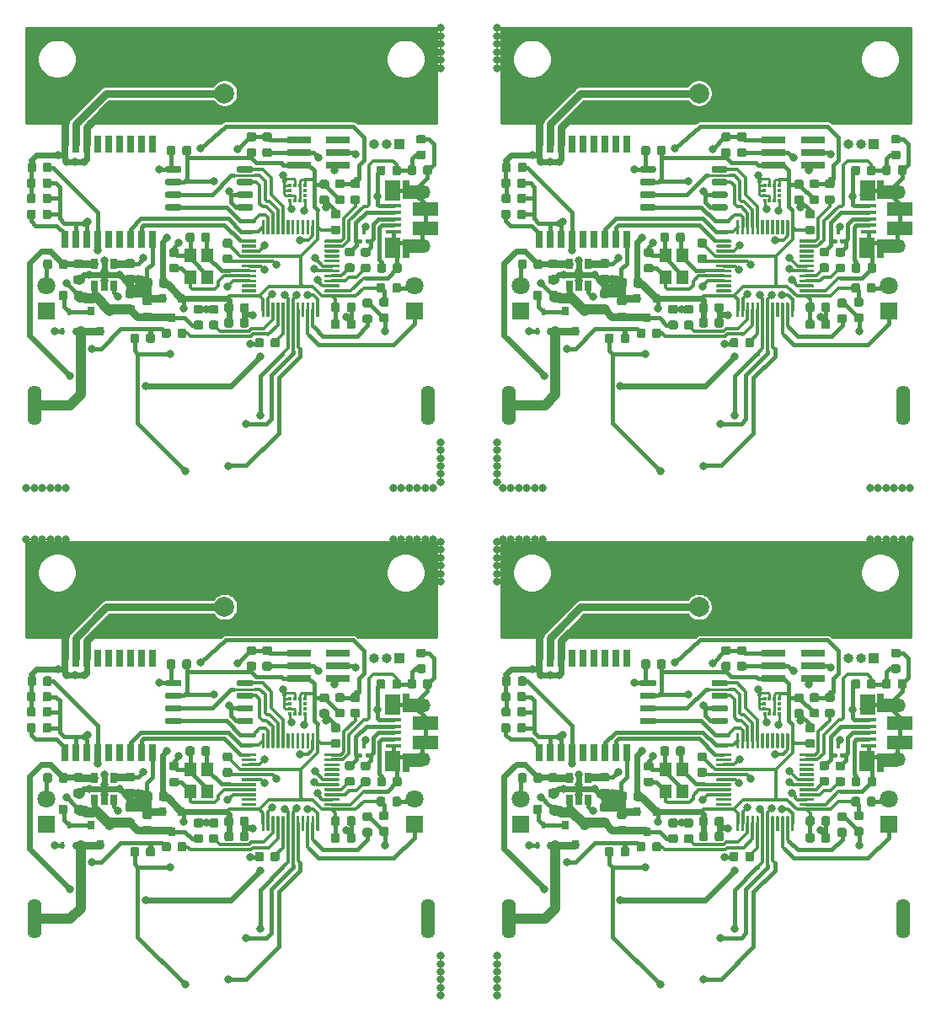
<source format=gbr>
G04 #@! TF.GenerationSoftware,KiCad,Pcbnew,5.1.4*
G04 #@! TF.CreationDate,2019-09-20T10:22:23+02:00*
G04 #@! TF.ProjectId,panel,70616e65-6c2e-46b6-9963-61645f706362,0.1*
G04 #@! TF.SameCoordinates,Original*
G04 #@! TF.FileFunction,Copper,L2,Bot*
G04 #@! TF.FilePolarity,Positive*
%FSLAX46Y46*%
G04 Gerber Fmt 4.6, Leading zero omitted, Abs format (unit mm)*
G04 Created by KiCad (PCBNEW 5.1.4) date 2019-09-20 10:22:23*
%MOMM*%
%LPD*%
G04 APERTURE LIST*
%ADD10O,1.400000X4.000000*%
%ADD11C,0.100000*%
%ADD12C,0.600000*%
%ADD13C,0.875000*%
%ADD14R,2.500000X1.430000*%
%ADD15O,1.700000X1.350000*%
%ADD16O,1.500000X1.100000*%
%ADD17R,1.650000X0.400000*%
%ADD18R,1.500000X2.000000*%
%ADD19R,0.700000X1.825000*%
%ADD20R,2.000000X1.350000*%
%ADD21R,0.800000X0.900000*%
%ADD22R,1.800000X1.800000*%
%ADD23C,1.800000*%
%ADD24R,2.400000X0.740000*%
%ADD25R,1.000000X1.000000*%
%ADD26O,1.000000X1.000000*%
%ADD27R,0.700000X1.800000*%
%ADD28R,0.800000X1.800000*%
%ADD29R,0.650000X1.060000*%
%ADD30R,1.200000X1.400000*%
%ADD31R,0.450000X0.700000*%
%ADD32R,0.375000X0.350000*%
%ADD33R,0.350000X0.375000*%
%ADD34C,0.300000*%
%ADD35R,0.300000X0.300000*%
%ADD36C,2.000000*%
%ADD37C,0.800000*%
%ADD38C,0.400000*%
%ADD39C,0.600000*%
%ADD40C,0.300000*%
%ADD41C,0.250000*%
%ADD42C,0.800000*%
%ADD43C,1.000000*%
G04 APERTURE END LIST*
D10*
X107200000Y-167400000D03*
X67600000Y-167400000D03*
X154900000Y-167400000D03*
D11*
G36*
X129939703Y-147205722D02*
G01*
X129954264Y-147207882D01*
X129968543Y-147211459D01*
X129982403Y-147216418D01*
X129995710Y-147222712D01*
X130008336Y-147230280D01*
X130020159Y-147239048D01*
X130031066Y-147248934D01*
X130040952Y-147259841D01*
X130049720Y-147271664D01*
X130057288Y-147284290D01*
X130063582Y-147297597D01*
X130068541Y-147311457D01*
X130072118Y-147325736D01*
X130074278Y-147340297D01*
X130075000Y-147355000D01*
X130075000Y-147655000D01*
X130074278Y-147669703D01*
X130072118Y-147684264D01*
X130068541Y-147698543D01*
X130063582Y-147712403D01*
X130057288Y-147725710D01*
X130049720Y-147738336D01*
X130040952Y-147750159D01*
X130031066Y-147761066D01*
X130020159Y-147770952D01*
X130008336Y-147779720D01*
X129995710Y-147787288D01*
X129982403Y-147793582D01*
X129968543Y-147798541D01*
X129954264Y-147802118D01*
X129939703Y-147804278D01*
X129925000Y-147805000D01*
X128625000Y-147805000D01*
X128610297Y-147804278D01*
X128595736Y-147802118D01*
X128581457Y-147798541D01*
X128567597Y-147793582D01*
X128554290Y-147787288D01*
X128541664Y-147779720D01*
X128529841Y-147770952D01*
X128518934Y-147761066D01*
X128509048Y-147750159D01*
X128500280Y-147738336D01*
X128492712Y-147725710D01*
X128486418Y-147712403D01*
X128481459Y-147698543D01*
X128477882Y-147684264D01*
X128475722Y-147669703D01*
X128475000Y-147655000D01*
X128475000Y-147355000D01*
X128475722Y-147340297D01*
X128477882Y-147325736D01*
X128481459Y-147311457D01*
X128486418Y-147297597D01*
X128492712Y-147284290D01*
X128500280Y-147271664D01*
X128509048Y-147259841D01*
X128518934Y-147248934D01*
X128529841Y-147239048D01*
X128541664Y-147230280D01*
X128554290Y-147222712D01*
X128567597Y-147216418D01*
X128581457Y-147211459D01*
X128595736Y-147207882D01*
X128610297Y-147205722D01*
X128625000Y-147205000D01*
X129925000Y-147205000D01*
X129939703Y-147205722D01*
X129939703Y-147205722D01*
G37*
D12*
X129275000Y-147505000D03*
D11*
G36*
X129939703Y-145935722D02*
G01*
X129954264Y-145937882D01*
X129968543Y-145941459D01*
X129982403Y-145946418D01*
X129995710Y-145952712D01*
X130008336Y-145960280D01*
X130020159Y-145969048D01*
X130031066Y-145978934D01*
X130040952Y-145989841D01*
X130049720Y-146001664D01*
X130057288Y-146014290D01*
X130063582Y-146027597D01*
X130068541Y-146041457D01*
X130072118Y-146055736D01*
X130074278Y-146070297D01*
X130075000Y-146085000D01*
X130075000Y-146385000D01*
X130074278Y-146399703D01*
X130072118Y-146414264D01*
X130068541Y-146428543D01*
X130063582Y-146442403D01*
X130057288Y-146455710D01*
X130049720Y-146468336D01*
X130040952Y-146480159D01*
X130031066Y-146491066D01*
X130020159Y-146500952D01*
X130008336Y-146509720D01*
X129995710Y-146517288D01*
X129982403Y-146523582D01*
X129968543Y-146528541D01*
X129954264Y-146532118D01*
X129939703Y-146534278D01*
X129925000Y-146535000D01*
X128625000Y-146535000D01*
X128610297Y-146534278D01*
X128595736Y-146532118D01*
X128581457Y-146528541D01*
X128567597Y-146523582D01*
X128554290Y-146517288D01*
X128541664Y-146509720D01*
X128529841Y-146500952D01*
X128518934Y-146491066D01*
X128509048Y-146480159D01*
X128500280Y-146468336D01*
X128492712Y-146455710D01*
X128486418Y-146442403D01*
X128481459Y-146428543D01*
X128477882Y-146414264D01*
X128475722Y-146399703D01*
X128475000Y-146385000D01*
X128475000Y-146085000D01*
X128475722Y-146070297D01*
X128477882Y-146055736D01*
X128481459Y-146041457D01*
X128486418Y-146027597D01*
X128492712Y-146014290D01*
X128500280Y-146001664D01*
X128509048Y-145989841D01*
X128518934Y-145978934D01*
X128529841Y-145969048D01*
X128541664Y-145960280D01*
X128554290Y-145952712D01*
X128567597Y-145946418D01*
X128581457Y-145941459D01*
X128595736Y-145937882D01*
X128610297Y-145935722D01*
X128625000Y-145935000D01*
X129925000Y-145935000D01*
X129939703Y-145935722D01*
X129939703Y-145935722D01*
G37*
D12*
X129275000Y-146235000D03*
D11*
G36*
X129939703Y-144665722D02*
G01*
X129954264Y-144667882D01*
X129968543Y-144671459D01*
X129982403Y-144676418D01*
X129995710Y-144682712D01*
X130008336Y-144690280D01*
X130020159Y-144699048D01*
X130031066Y-144708934D01*
X130040952Y-144719841D01*
X130049720Y-144731664D01*
X130057288Y-144744290D01*
X130063582Y-144757597D01*
X130068541Y-144771457D01*
X130072118Y-144785736D01*
X130074278Y-144800297D01*
X130075000Y-144815000D01*
X130075000Y-145115000D01*
X130074278Y-145129703D01*
X130072118Y-145144264D01*
X130068541Y-145158543D01*
X130063582Y-145172403D01*
X130057288Y-145185710D01*
X130049720Y-145198336D01*
X130040952Y-145210159D01*
X130031066Y-145221066D01*
X130020159Y-145230952D01*
X130008336Y-145239720D01*
X129995710Y-145247288D01*
X129982403Y-145253582D01*
X129968543Y-145258541D01*
X129954264Y-145262118D01*
X129939703Y-145264278D01*
X129925000Y-145265000D01*
X128625000Y-145265000D01*
X128610297Y-145264278D01*
X128595736Y-145262118D01*
X128581457Y-145258541D01*
X128567597Y-145253582D01*
X128554290Y-145247288D01*
X128541664Y-145239720D01*
X128529841Y-145230952D01*
X128518934Y-145221066D01*
X128509048Y-145210159D01*
X128500280Y-145198336D01*
X128492712Y-145185710D01*
X128486418Y-145172403D01*
X128481459Y-145158543D01*
X128477882Y-145144264D01*
X128475722Y-145129703D01*
X128475000Y-145115000D01*
X128475000Y-144815000D01*
X128475722Y-144800297D01*
X128477882Y-144785736D01*
X128481459Y-144771457D01*
X128486418Y-144757597D01*
X128492712Y-144744290D01*
X128500280Y-144731664D01*
X128509048Y-144719841D01*
X128518934Y-144708934D01*
X128529841Y-144699048D01*
X128541664Y-144690280D01*
X128554290Y-144682712D01*
X128567597Y-144676418D01*
X128581457Y-144671459D01*
X128595736Y-144667882D01*
X128610297Y-144665722D01*
X128625000Y-144665000D01*
X129925000Y-144665000D01*
X129939703Y-144665722D01*
X129939703Y-144665722D01*
G37*
D12*
X129275000Y-144965000D03*
D11*
G36*
X129939703Y-143395722D02*
G01*
X129954264Y-143397882D01*
X129968543Y-143401459D01*
X129982403Y-143406418D01*
X129995710Y-143412712D01*
X130008336Y-143420280D01*
X130020159Y-143429048D01*
X130031066Y-143438934D01*
X130040952Y-143449841D01*
X130049720Y-143461664D01*
X130057288Y-143474290D01*
X130063582Y-143487597D01*
X130068541Y-143501457D01*
X130072118Y-143515736D01*
X130074278Y-143530297D01*
X130075000Y-143545000D01*
X130075000Y-143845000D01*
X130074278Y-143859703D01*
X130072118Y-143874264D01*
X130068541Y-143888543D01*
X130063582Y-143902403D01*
X130057288Y-143915710D01*
X130049720Y-143928336D01*
X130040952Y-143940159D01*
X130031066Y-143951066D01*
X130020159Y-143960952D01*
X130008336Y-143969720D01*
X129995710Y-143977288D01*
X129982403Y-143983582D01*
X129968543Y-143988541D01*
X129954264Y-143992118D01*
X129939703Y-143994278D01*
X129925000Y-143995000D01*
X128625000Y-143995000D01*
X128610297Y-143994278D01*
X128595736Y-143992118D01*
X128581457Y-143988541D01*
X128567597Y-143983582D01*
X128554290Y-143977288D01*
X128541664Y-143969720D01*
X128529841Y-143960952D01*
X128518934Y-143951066D01*
X128509048Y-143940159D01*
X128500280Y-143928336D01*
X128492712Y-143915710D01*
X128486418Y-143902403D01*
X128481459Y-143888543D01*
X128477882Y-143874264D01*
X128475722Y-143859703D01*
X128475000Y-143845000D01*
X128475000Y-143545000D01*
X128475722Y-143530297D01*
X128477882Y-143515736D01*
X128481459Y-143501457D01*
X128486418Y-143487597D01*
X128492712Y-143474290D01*
X128500280Y-143461664D01*
X128509048Y-143449841D01*
X128518934Y-143438934D01*
X128529841Y-143429048D01*
X128541664Y-143420280D01*
X128554290Y-143412712D01*
X128567597Y-143406418D01*
X128581457Y-143401459D01*
X128595736Y-143397882D01*
X128610297Y-143395722D01*
X128625000Y-143395000D01*
X129925000Y-143395000D01*
X129939703Y-143395722D01*
X129939703Y-143395722D01*
G37*
D12*
X129275000Y-143695000D03*
D11*
G36*
X137139703Y-143395722D02*
G01*
X137154264Y-143397882D01*
X137168543Y-143401459D01*
X137182403Y-143406418D01*
X137195710Y-143412712D01*
X137208336Y-143420280D01*
X137220159Y-143429048D01*
X137231066Y-143438934D01*
X137240952Y-143449841D01*
X137249720Y-143461664D01*
X137257288Y-143474290D01*
X137263582Y-143487597D01*
X137268541Y-143501457D01*
X137272118Y-143515736D01*
X137274278Y-143530297D01*
X137275000Y-143545000D01*
X137275000Y-143845000D01*
X137274278Y-143859703D01*
X137272118Y-143874264D01*
X137268541Y-143888543D01*
X137263582Y-143902403D01*
X137257288Y-143915710D01*
X137249720Y-143928336D01*
X137240952Y-143940159D01*
X137231066Y-143951066D01*
X137220159Y-143960952D01*
X137208336Y-143969720D01*
X137195710Y-143977288D01*
X137182403Y-143983582D01*
X137168543Y-143988541D01*
X137154264Y-143992118D01*
X137139703Y-143994278D01*
X137125000Y-143995000D01*
X135825000Y-143995000D01*
X135810297Y-143994278D01*
X135795736Y-143992118D01*
X135781457Y-143988541D01*
X135767597Y-143983582D01*
X135754290Y-143977288D01*
X135741664Y-143969720D01*
X135729841Y-143960952D01*
X135718934Y-143951066D01*
X135709048Y-143940159D01*
X135700280Y-143928336D01*
X135692712Y-143915710D01*
X135686418Y-143902403D01*
X135681459Y-143888543D01*
X135677882Y-143874264D01*
X135675722Y-143859703D01*
X135675000Y-143845000D01*
X135675000Y-143545000D01*
X135675722Y-143530297D01*
X135677882Y-143515736D01*
X135681459Y-143501457D01*
X135686418Y-143487597D01*
X135692712Y-143474290D01*
X135700280Y-143461664D01*
X135709048Y-143449841D01*
X135718934Y-143438934D01*
X135729841Y-143429048D01*
X135741664Y-143420280D01*
X135754290Y-143412712D01*
X135767597Y-143406418D01*
X135781457Y-143401459D01*
X135795736Y-143397882D01*
X135810297Y-143395722D01*
X135825000Y-143395000D01*
X137125000Y-143395000D01*
X137139703Y-143395722D01*
X137139703Y-143395722D01*
G37*
D12*
X136475000Y-143695000D03*
D11*
G36*
X137139703Y-144665722D02*
G01*
X137154264Y-144667882D01*
X137168543Y-144671459D01*
X137182403Y-144676418D01*
X137195710Y-144682712D01*
X137208336Y-144690280D01*
X137220159Y-144699048D01*
X137231066Y-144708934D01*
X137240952Y-144719841D01*
X137249720Y-144731664D01*
X137257288Y-144744290D01*
X137263582Y-144757597D01*
X137268541Y-144771457D01*
X137272118Y-144785736D01*
X137274278Y-144800297D01*
X137275000Y-144815000D01*
X137275000Y-145115000D01*
X137274278Y-145129703D01*
X137272118Y-145144264D01*
X137268541Y-145158543D01*
X137263582Y-145172403D01*
X137257288Y-145185710D01*
X137249720Y-145198336D01*
X137240952Y-145210159D01*
X137231066Y-145221066D01*
X137220159Y-145230952D01*
X137208336Y-145239720D01*
X137195710Y-145247288D01*
X137182403Y-145253582D01*
X137168543Y-145258541D01*
X137154264Y-145262118D01*
X137139703Y-145264278D01*
X137125000Y-145265000D01*
X135825000Y-145265000D01*
X135810297Y-145264278D01*
X135795736Y-145262118D01*
X135781457Y-145258541D01*
X135767597Y-145253582D01*
X135754290Y-145247288D01*
X135741664Y-145239720D01*
X135729841Y-145230952D01*
X135718934Y-145221066D01*
X135709048Y-145210159D01*
X135700280Y-145198336D01*
X135692712Y-145185710D01*
X135686418Y-145172403D01*
X135681459Y-145158543D01*
X135677882Y-145144264D01*
X135675722Y-145129703D01*
X135675000Y-145115000D01*
X135675000Y-144815000D01*
X135675722Y-144800297D01*
X135677882Y-144785736D01*
X135681459Y-144771457D01*
X135686418Y-144757597D01*
X135692712Y-144744290D01*
X135700280Y-144731664D01*
X135709048Y-144719841D01*
X135718934Y-144708934D01*
X135729841Y-144699048D01*
X135741664Y-144690280D01*
X135754290Y-144682712D01*
X135767597Y-144676418D01*
X135781457Y-144671459D01*
X135795736Y-144667882D01*
X135810297Y-144665722D01*
X135825000Y-144665000D01*
X137125000Y-144665000D01*
X137139703Y-144665722D01*
X137139703Y-144665722D01*
G37*
D12*
X136475000Y-144965000D03*
D11*
G36*
X137139703Y-145935722D02*
G01*
X137154264Y-145937882D01*
X137168543Y-145941459D01*
X137182403Y-145946418D01*
X137195710Y-145952712D01*
X137208336Y-145960280D01*
X137220159Y-145969048D01*
X137231066Y-145978934D01*
X137240952Y-145989841D01*
X137249720Y-146001664D01*
X137257288Y-146014290D01*
X137263582Y-146027597D01*
X137268541Y-146041457D01*
X137272118Y-146055736D01*
X137274278Y-146070297D01*
X137275000Y-146085000D01*
X137275000Y-146385000D01*
X137274278Y-146399703D01*
X137272118Y-146414264D01*
X137268541Y-146428543D01*
X137263582Y-146442403D01*
X137257288Y-146455710D01*
X137249720Y-146468336D01*
X137240952Y-146480159D01*
X137231066Y-146491066D01*
X137220159Y-146500952D01*
X137208336Y-146509720D01*
X137195710Y-146517288D01*
X137182403Y-146523582D01*
X137168543Y-146528541D01*
X137154264Y-146532118D01*
X137139703Y-146534278D01*
X137125000Y-146535000D01*
X135825000Y-146535000D01*
X135810297Y-146534278D01*
X135795736Y-146532118D01*
X135781457Y-146528541D01*
X135767597Y-146523582D01*
X135754290Y-146517288D01*
X135741664Y-146509720D01*
X135729841Y-146500952D01*
X135718934Y-146491066D01*
X135709048Y-146480159D01*
X135700280Y-146468336D01*
X135692712Y-146455710D01*
X135686418Y-146442403D01*
X135681459Y-146428543D01*
X135677882Y-146414264D01*
X135675722Y-146399703D01*
X135675000Y-146385000D01*
X135675000Y-146085000D01*
X135675722Y-146070297D01*
X135677882Y-146055736D01*
X135681459Y-146041457D01*
X135686418Y-146027597D01*
X135692712Y-146014290D01*
X135700280Y-146001664D01*
X135709048Y-145989841D01*
X135718934Y-145978934D01*
X135729841Y-145969048D01*
X135741664Y-145960280D01*
X135754290Y-145952712D01*
X135767597Y-145946418D01*
X135781457Y-145941459D01*
X135795736Y-145937882D01*
X135810297Y-145935722D01*
X135825000Y-145935000D01*
X137125000Y-145935000D01*
X137139703Y-145935722D01*
X137139703Y-145935722D01*
G37*
D12*
X136475000Y-146235000D03*
D11*
G36*
X137139703Y-147205722D02*
G01*
X137154264Y-147207882D01*
X137168543Y-147211459D01*
X137182403Y-147216418D01*
X137195710Y-147222712D01*
X137208336Y-147230280D01*
X137220159Y-147239048D01*
X137231066Y-147248934D01*
X137240952Y-147259841D01*
X137249720Y-147271664D01*
X137257288Y-147284290D01*
X137263582Y-147297597D01*
X137268541Y-147311457D01*
X137272118Y-147325736D01*
X137274278Y-147340297D01*
X137275000Y-147355000D01*
X137275000Y-147655000D01*
X137274278Y-147669703D01*
X137272118Y-147684264D01*
X137268541Y-147698543D01*
X137263582Y-147712403D01*
X137257288Y-147725710D01*
X137249720Y-147738336D01*
X137240952Y-147750159D01*
X137231066Y-147761066D01*
X137220159Y-147770952D01*
X137208336Y-147779720D01*
X137195710Y-147787288D01*
X137182403Y-147793582D01*
X137168543Y-147798541D01*
X137154264Y-147802118D01*
X137139703Y-147804278D01*
X137125000Y-147805000D01*
X135825000Y-147805000D01*
X135810297Y-147804278D01*
X135795736Y-147802118D01*
X135781457Y-147798541D01*
X135767597Y-147793582D01*
X135754290Y-147787288D01*
X135741664Y-147779720D01*
X135729841Y-147770952D01*
X135718934Y-147761066D01*
X135709048Y-147750159D01*
X135700280Y-147738336D01*
X135692712Y-147725710D01*
X135686418Y-147712403D01*
X135681459Y-147698543D01*
X135677882Y-147684264D01*
X135675722Y-147669703D01*
X135675000Y-147655000D01*
X135675000Y-147355000D01*
X135675722Y-147340297D01*
X135677882Y-147325736D01*
X135681459Y-147311457D01*
X135686418Y-147297597D01*
X135692712Y-147284290D01*
X135700280Y-147271664D01*
X135709048Y-147259841D01*
X135718934Y-147248934D01*
X135729841Y-147239048D01*
X135741664Y-147230280D01*
X135754290Y-147222712D01*
X135767597Y-147216418D01*
X135781457Y-147211459D01*
X135795736Y-147207882D01*
X135810297Y-147205722D01*
X135825000Y-147205000D01*
X137125000Y-147205000D01*
X137139703Y-147205722D01*
X137139703Y-147205722D01*
G37*
D12*
X136475000Y-147505000D03*
D10*
X115300000Y-167400000D03*
D11*
G36*
X136665191Y-157126053D02*
G01*
X136686426Y-157129203D01*
X136707250Y-157134419D01*
X136727462Y-157141651D01*
X136746868Y-157150830D01*
X136765281Y-157161866D01*
X136782524Y-157174654D01*
X136798430Y-157189070D01*
X136812846Y-157204976D01*
X136825634Y-157222219D01*
X136836670Y-157240632D01*
X136845849Y-157260038D01*
X136853081Y-157280250D01*
X136858297Y-157301074D01*
X136861447Y-157322309D01*
X136862500Y-157343750D01*
X136862500Y-157856250D01*
X136861447Y-157877691D01*
X136858297Y-157898926D01*
X136853081Y-157919750D01*
X136845849Y-157939962D01*
X136836670Y-157959368D01*
X136825634Y-157977781D01*
X136812846Y-157995024D01*
X136798430Y-158010930D01*
X136782524Y-158025346D01*
X136765281Y-158038134D01*
X136746868Y-158049170D01*
X136727462Y-158058349D01*
X136707250Y-158065581D01*
X136686426Y-158070797D01*
X136665191Y-158073947D01*
X136643750Y-158075000D01*
X136206250Y-158075000D01*
X136184809Y-158073947D01*
X136163574Y-158070797D01*
X136142750Y-158065581D01*
X136122538Y-158058349D01*
X136103132Y-158049170D01*
X136084719Y-158038134D01*
X136067476Y-158025346D01*
X136051570Y-158010930D01*
X136037154Y-157995024D01*
X136024366Y-157977781D01*
X136013330Y-157959368D01*
X136004151Y-157939962D01*
X135996919Y-157919750D01*
X135991703Y-157898926D01*
X135988553Y-157877691D01*
X135987500Y-157856250D01*
X135987500Y-157343750D01*
X135988553Y-157322309D01*
X135991703Y-157301074D01*
X135996919Y-157280250D01*
X136004151Y-157260038D01*
X136013330Y-157240632D01*
X136024366Y-157222219D01*
X136037154Y-157204976D01*
X136051570Y-157189070D01*
X136067476Y-157174654D01*
X136084719Y-157161866D01*
X136103132Y-157150830D01*
X136122538Y-157141651D01*
X136142750Y-157134419D01*
X136163574Y-157129203D01*
X136184809Y-157126053D01*
X136206250Y-157125000D01*
X136643750Y-157125000D01*
X136665191Y-157126053D01*
X136665191Y-157126053D01*
G37*
D13*
X136425000Y-157600000D03*
D11*
G36*
X135090191Y-157126053D02*
G01*
X135111426Y-157129203D01*
X135132250Y-157134419D01*
X135152462Y-157141651D01*
X135171868Y-157150830D01*
X135190281Y-157161866D01*
X135207524Y-157174654D01*
X135223430Y-157189070D01*
X135237846Y-157204976D01*
X135250634Y-157222219D01*
X135261670Y-157240632D01*
X135270849Y-157260038D01*
X135278081Y-157280250D01*
X135283297Y-157301074D01*
X135286447Y-157322309D01*
X135287500Y-157343750D01*
X135287500Y-157856250D01*
X135286447Y-157877691D01*
X135283297Y-157898926D01*
X135278081Y-157919750D01*
X135270849Y-157939962D01*
X135261670Y-157959368D01*
X135250634Y-157977781D01*
X135237846Y-157995024D01*
X135223430Y-158010930D01*
X135207524Y-158025346D01*
X135190281Y-158038134D01*
X135171868Y-158049170D01*
X135152462Y-158058349D01*
X135132250Y-158065581D01*
X135111426Y-158070797D01*
X135090191Y-158073947D01*
X135068750Y-158075000D01*
X134631250Y-158075000D01*
X134609809Y-158073947D01*
X134588574Y-158070797D01*
X134567750Y-158065581D01*
X134547538Y-158058349D01*
X134528132Y-158049170D01*
X134509719Y-158038134D01*
X134492476Y-158025346D01*
X134476570Y-158010930D01*
X134462154Y-157995024D01*
X134449366Y-157977781D01*
X134438330Y-157959368D01*
X134429151Y-157939962D01*
X134421919Y-157919750D01*
X134416703Y-157898926D01*
X134413553Y-157877691D01*
X134412500Y-157856250D01*
X134412500Y-157343750D01*
X134413553Y-157322309D01*
X134416703Y-157301074D01*
X134421919Y-157280250D01*
X134429151Y-157260038D01*
X134438330Y-157240632D01*
X134449366Y-157222219D01*
X134462154Y-157204976D01*
X134476570Y-157189070D01*
X134492476Y-157174654D01*
X134509719Y-157161866D01*
X134528132Y-157150830D01*
X134547538Y-157141651D01*
X134567750Y-157134419D01*
X134588574Y-157129203D01*
X134609809Y-157126053D01*
X134631250Y-157125000D01*
X135068750Y-157125000D01*
X135090191Y-157126053D01*
X135090191Y-157126053D01*
G37*
D13*
X134850000Y-157600000D03*
D11*
G36*
X135002691Y-150663553D02*
G01*
X135023926Y-150666703D01*
X135044750Y-150671919D01*
X135064962Y-150679151D01*
X135084368Y-150688330D01*
X135102781Y-150699366D01*
X135120024Y-150712154D01*
X135135930Y-150726570D01*
X135150346Y-150742476D01*
X135163134Y-150759719D01*
X135174170Y-150778132D01*
X135183349Y-150797538D01*
X135190581Y-150817750D01*
X135195797Y-150838574D01*
X135198947Y-150859809D01*
X135200000Y-150881250D01*
X135200000Y-151318750D01*
X135198947Y-151340191D01*
X135195797Y-151361426D01*
X135190581Y-151382250D01*
X135183349Y-151402462D01*
X135174170Y-151421868D01*
X135163134Y-151440281D01*
X135150346Y-151457524D01*
X135135930Y-151473430D01*
X135120024Y-151487846D01*
X135102781Y-151500634D01*
X135084368Y-151511670D01*
X135064962Y-151520849D01*
X135044750Y-151528081D01*
X135023926Y-151533297D01*
X135002691Y-151536447D01*
X134981250Y-151537500D01*
X134468750Y-151537500D01*
X134447309Y-151536447D01*
X134426074Y-151533297D01*
X134405250Y-151528081D01*
X134385038Y-151520849D01*
X134365632Y-151511670D01*
X134347219Y-151500634D01*
X134329976Y-151487846D01*
X134314070Y-151473430D01*
X134299654Y-151457524D01*
X134286866Y-151440281D01*
X134275830Y-151421868D01*
X134266651Y-151402462D01*
X134259419Y-151382250D01*
X134254203Y-151361426D01*
X134251053Y-151340191D01*
X134250000Y-151318750D01*
X134250000Y-150881250D01*
X134251053Y-150859809D01*
X134254203Y-150838574D01*
X134259419Y-150817750D01*
X134266651Y-150797538D01*
X134275830Y-150778132D01*
X134286866Y-150759719D01*
X134299654Y-150742476D01*
X134314070Y-150726570D01*
X134329976Y-150712154D01*
X134347219Y-150699366D01*
X134365632Y-150688330D01*
X134385038Y-150679151D01*
X134405250Y-150671919D01*
X134426074Y-150666703D01*
X134447309Y-150663553D01*
X134468750Y-150662500D01*
X134981250Y-150662500D01*
X135002691Y-150663553D01*
X135002691Y-150663553D01*
G37*
D13*
X134725000Y-151100000D03*
D11*
G36*
X135002691Y-152238553D02*
G01*
X135023926Y-152241703D01*
X135044750Y-152246919D01*
X135064962Y-152254151D01*
X135084368Y-152263330D01*
X135102781Y-152274366D01*
X135120024Y-152287154D01*
X135135930Y-152301570D01*
X135150346Y-152317476D01*
X135163134Y-152334719D01*
X135174170Y-152353132D01*
X135183349Y-152372538D01*
X135190581Y-152392750D01*
X135195797Y-152413574D01*
X135198947Y-152434809D01*
X135200000Y-152456250D01*
X135200000Y-152893750D01*
X135198947Y-152915191D01*
X135195797Y-152936426D01*
X135190581Y-152957250D01*
X135183349Y-152977462D01*
X135174170Y-152996868D01*
X135163134Y-153015281D01*
X135150346Y-153032524D01*
X135135930Y-153048430D01*
X135120024Y-153062846D01*
X135102781Y-153075634D01*
X135084368Y-153086670D01*
X135064962Y-153095849D01*
X135044750Y-153103081D01*
X135023926Y-153108297D01*
X135002691Y-153111447D01*
X134981250Y-153112500D01*
X134468750Y-153112500D01*
X134447309Y-153111447D01*
X134426074Y-153108297D01*
X134405250Y-153103081D01*
X134385038Y-153095849D01*
X134365632Y-153086670D01*
X134347219Y-153075634D01*
X134329976Y-153062846D01*
X134314070Y-153048430D01*
X134299654Y-153032524D01*
X134286866Y-153015281D01*
X134275830Y-152996868D01*
X134266651Y-152977462D01*
X134259419Y-152957250D01*
X134254203Y-152936426D01*
X134251053Y-152915191D01*
X134250000Y-152893750D01*
X134250000Y-152456250D01*
X134251053Y-152434809D01*
X134254203Y-152413574D01*
X134259419Y-152392750D01*
X134266651Y-152372538D01*
X134275830Y-152353132D01*
X134286866Y-152334719D01*
X134299654Y-152317476D01*
X134314070Y-152301570D01*
X134329976Y-152287154D01*
X134347219Y-152274366D01*
X134365632Y-152263330D01*
X134385038Y-152254151D01*
X134405250Y-152246919D01*
X134426074Y-152241703D01*
X134447309Y-152238553D01*
X134468750Y-152237500D01*
X134981250Y-152237500D01*
X135002691Y-152238553D01*
X135002691Y-152238553D01*
G37*
D13*
X134725000Y-152675000D03*
D14*
X154585000Y-149635000D03*
X154585000Y-147715000D03*
D15*
X154315000Y-151405000D03*
X154315000Y-145945000D03*
D16*
X151315000Y-151095000D03*
X151315000Y-146255000D03*
D17*
X151435000Y-149975000D03*
X151435000Y-149325000D03*
X151435000Y-148675000D03*
X151435000Y-148025000D03*
X151435000Y-147375000D03*
D18*
X151315000Y-151575000D03*
X151335000Y-145825000D03*
D19*
X152635000Y-151675000D03*
X152635000Y-145725000D03*
D20*
X153385000Y-145945000D03*
X153385000Y-151425000D03*
D21*
X121000000Y-157950000D03*
X122900000Y-157950000D03*
X121950000Y-159950000D03*
D11*
G36*
X153490191Y-143301053D02*
G01*
X153511426Y-143304203D01*
X153532250Y-143309419D01*
X153552462Y-143316651D01*
X153571868Y-143325830D01*
X153590281Y-143336866D01*
X153607524Y-143349654D01*
X153623430Y-143364070D01*
X153637846Y-143379976D01*
X153650634Y-143397219D01*
X153661670Y-143415632D01*
X153670849Y-143435038D01*
X153678081Y-143455250D01*
X153683297Y-143476074D01*
X153686447Y-143497309D01*
X153687500Y-143518750D01*
X153687500Y-144031250D01*
X153686447Y-144052691D01*
X153683297Y-144073926D01*
X153678081Y-144094750D01*
X153670849Y-144114962D01*
X153661670Y-144134368D01*
X153650634Y-144152781D01*
X153637846Y-144170024D01*
X153623430Y-144185930D01*
X153607524Y-144200346D01*
X153590281Y-144213134D01*
X153571868Y-144224170D01*
X153552462Y-144233349D01*
X153532250Y-144240581D01*
X153511426Y-144245797D01*
X153490191Y-144248947D01*
X153468750Y-144250000D01*
X153031250Y-144250000D01*
X153009809Y-144248947D01*
X152988574Y-144245797D01*
X152967750Y-144240581D01*
X152947538Y-144233349D01*
X152928132Y-144224170D01*
X152909719Y-144213134D01*
X152892476Y-144200346D01*
X152876570Y-144185930D01*
X152862154Y-144170024D01*
X152849366Y-144152781D01*
X152838330Y-144134368D01*
X152829151Y-144114962D01*
X152821919Y-144094750D01*
X152816703Y-144073926D01*
X152813553Y-144052691D01*
X152812500Y-144031250D01*
X152812500Y-143518750D01*
X152813553Y-143497309D01*
X152816703Y-143476074D01*
X152821919Y-143455250D01*
X152829151Y-143435038D01*
X152838330Y-143415632D01*
X152849366Y-143397219D01*
X152862154Y-143379976D01*
X152876570Y-143364070D01*
X152892476Y-143349654D01*
X152909719Y-143336866D01*
X152928132Y-143325830D01*
X152947538Y-143316651D01*
X152967750Y-143309419D01*
X152988574Y-143304203D01*
X153009809Y-143301053D01*
X153031250Y-143300000D01*
X153468750Y-143300000D01*
X153490191Y-143301053D01*
X153490191Y-143301053D01*
G37*
D13*
X153250000Y-143775000D03*
D11*
G36*
X155065191Y-143301053D02*
G01*
X155086426Y-143304203D01*
X155107250Y-143309419D01*
X155127462Y-143316651D01*
X155146868Y-143325830D01*
X155165281Y-143336866D01*
X155182524Y-143349654D01*
X155198430Y-143364070D01*
X155212846Y-143379976D01*
X155225634Y-143397219D01*
X155236670Y-143415632D01*
X155245849Y-143435038D01*
X155253081Y-143455250D01*
X155258297Y-143476074D01*
X155261447Y-143497309D01*
X155262500Y-143518750D01*
X155262500Y-144031250D01*
X155261447Y-144052691D01*
X155258297Y-144073926D01*
X155253081Y-144094750D01*
X155245849Y-144114962D01*
X155236670Y-144134368D01*
X155225634Y-144152781D01*
X155212846Y-144170024D01*
X155198430Y-144185930D01*
X155182524Y-144200346D01*
X155165281Y-144213134D01*
X155146868Y-144224170D01*
X155127462Y-144233349D01*
X155107250Y-144240581D01*
X155086426Y-144245797D01*
X155065191Y-144248947D01*
X155043750Y-144250000D01*
X154606250Y-144250000D01*
X154584809Y-144248947D01*
X154563574Y-144245797D01*
X154542750Y-144240581D01*
X154522538Y-144233349D01*
X154503132Y-144224170D01*
X154484719Y-144213134D01*
X154467476Y-144200346D01*
X154451570Y-144185930D01*
X154437154Y-144170024D01*
X154424366Y-144152781D01*
X154413330Y-144134368D01*
X154404151Y-144114962D01*
X154396919Y-144094750D01*
X154391703Y-144073926D01*
X154388553Y-144052691D01*
X154387500Y-144031250D01*
X154387500Y-143518750D01*
X154388553Y-143497309D01*
X154391703Y-143476074D01*
X154396919Y-143455250D01*
X154404151Y-143435038D01*
X154413330Y-143415632D01*
X154424366Y-143397219D01*
X154437154Y-143379976D01*
X154451570Y-143364070D01*
X154467476Y-143349654D01*
X154484719Y-143336866D01*
X154503132Y-143325830D01*
X154522538Y-143316651D01*
X154542750Y-143309419D01*
X154563574Y-143304203D01*
X154584809Y-143301053D01*
X154606250Y-143300000D01*
X155043750Y-143300000D01*
X155065191Y-143301053D01*
X155065191Y-143301053D01*
G37*
D13*
X154825000Y-143775000D03*
D11*
G36*
X129627691Y-153188553D02*
G01*
X129648926Y-153191703D01*
X129669750Y-153196919D01*
X129689962Y-153204151D01*
X129709368Y-153213330D01*
X129727781Y-153224366D01*
X129745024Y-153237154D01*
X129760930Y-153251570D01*
X129775346Y-153267476D01*
X129788134Y-153284719D01*
X129799170Y-153303132D01*
X129808349Y-153322538D01*
X129815581Y-153342750D01*
X129820797Y-153363574D01*
X129823947Y-153384809D01*
X129825000Y-153406250D01*
X129825000Y-153843750D01*
X129823947Y-153865191D01*
X129820797Y-153886426D01*
X129815581Y-153907250D01*
X129808349Y-153927462D01*
X129799170Y-153946868D01*
X129788134Y-153965281D01*
X129775346Y-153982524D01*
X129760930Y-153998430D01*
X129745024Y-154012846D01*
X129727781Y-154025634D01*
X129709368Y-154036670D01*
X129689962Y-154045849D01*
X129669750Y-154053081D01*
X129648926Y-154058297D01*
X129627691Y-154061447D01*
X129606250Y-154062500D01*
X129093750Y-154062500D01*
X129072309Y-154061447D01*
X129051074Y-154058297D01*
X129030250Y-154053081D01*
X129010038Y-154045849D01*
X128990632Y-154036670D01*
X128972219Y-154025634D01*
X128954976Y-154012846D01*
X128939070Y-153998430D01*
X128924654Y-153982524D01*
X128911866Y-153965281D01*
X128900830Y-153946868D01*
X128891651Y-153927462D01*
X128884419Y-153907250D01*
X128879203Y-153886426D01*
X128876053Y-153865191D01*
X128875000Y-153843750D01*
X128875000Y-153406250D01*
X128876053Y-153384809D01*
X128879203Y-153363574D01*
X128884419Y-153342750D01*
X128891651Y-153322538D01*
X128900830Y-153303132D01*
X128911866Y-153284719D01*
X128924654Y-153267476D01*
X128939070Y-153251570D01*
X128954976Y-153237154D01*
X128972219Y-153224366D01*
X128990632Y-153213330D01*
X129010038Y-153204151D01*
X129030250Y-153196919D01*
X129051074Y-153191703D01*
X129072309Y-153188553D01*
X129093750Y-153187500D01*
X129606250Y-153187500D01*
X129627691Y-153188553D01*
X129627691Y-153188553D01*
G37*
D13*
X129350000Y-153625000D03*
D11*
G36*
X129627691Y-151613553D02*
G01*
X129648926Y-151616703D01*
X129669750Y-151621919D01*
X129689962Y-151629151D01*
X129709368Y-151638330D01*
X129727781Y-151649366D01*
X129745024Y-151662154D01*
X129760930Y-151676570D01*
X129775346Y-151692476D01*
X129788134Y-151709719D01*
X129799170Y-151728132D01*
X129808349Y-151747538D01*
X129815581Y-151767750D01*
X129820797Y-151788574D01*
X129823947Y-151809809D01*
X129825000Y-151831250D01*
X129825000Y-152268750D01*
X129823947Y-152290191D01*
X129820797Y-152311426D01*
X129815581Y-152332250D01*
X129808349Y-152352462D01*
X129799170Y-152371868D01*
X129788134Y-152390281D01*
X129775346Y-152407524D01*
X129760930Y-152423430D01*
X129745024Y-152437846D01*
X129727781Y-152450634D01*
X129709368Y-152461670D01*
X129689962Y-152470849D01*
X129669750Y-152478081D01*
X129648926Y-152483297D01*
X129627691Y-152486447D01*
X129606250Y-152487500D01*
X129093750Y-152487500D01*
X129072309Y-152486447D01*
X129051074Y-152483297D01*
X129030250Y-152478081D01*
X129010038Y-152470849D01*
X128990632Y-152461670D01*
X128972219Y-152450634D01*
X128954976Y-152437846D01*
X128939070Y-152423430D01*
X128924654Y-152407524D01*
X128911866Y-152390281D01*
X128900830Y-152371868D01*
X128891651Y-152352462D01*
X128884419Y-152332250D01*
X128879203Y-152311426D01*
X128876053Y-152290191D01*
X128875000Y-152268750D01*
X128875000Y-151831250D01*
X128876053Y-151809809D01*
X128879203Y-151788574D01*
X128884419Y-151767750D01*
X128891651Y-151747538D01*
X128900830Y-151728132D01*
X128911866Y-151709719D01*
X128924654Y-151692476D01*
X128939070Y-151676570D01*
X128954976Y-151662154D01*
X128972219Y-151649366D01*
X128990632Y-151638330D01*
X129010038Y-151629151D01*
X129030250Y-151621919D01*
X129051074Y-151616703D01*
X129072309Y-151613553D01*
X129093750Y-151612500D01*
X129606250Y-151612500D01*
X129627691Y-151613553D01*
X129627691Y-151613553D01*
G37*
D13*
X129350000Y-152050000D03*
D11*
G36*
X129290191Y-141326053D02*
G01*
X129311426Y-141329203D01*
X129332250Y-141334419D01*
X129352462Y-141341651D01*
X129371868Y-141350830D01*
X129390281Y-141361866D01*
X129407524Y-141374654D01*
X129423430Y-141389070D01*
X129437846Y-141404976D01*
X129450634Y-141422219D01*
X129461670Y-141440632D01*
X129470849Y-141460038D01*
X129478081Y-141480250D01*
X129483297Y-141501074D01*
X129486447Y-141522309D01*
X129487500Y-141543750D01*
X129487500Y-142056250D01*
X129486447Y-142077691D01*
X129483297Y-142098926D01*
X129478081Y-142119750D01*
X129470849Y-142139962D01*
X129461670Y-142159368D01*
X129450634Y-142177781D01*
X129437846Y-142195024D01*
X129423430Y-142210930D01*
X129407524Y-142225346D01*
X129390281Y-142238134D01*
X129371868Y-142249170D01*
X129352462Y-142258349D01*
X129332250Y-142265581D01*
X129311426Y-142270797D01*
X129290191Y-142273947D01*
X129268750Y-142275000D01*
X128831250Y-142275000D01*
X128809809Y-142273947D01*
X128788574Y-142270797D01*
X128767750Y-142265581D01*
X128747538Y-142258349D01*
X128728132Y-142249170D01*
X128709719Y-142238134D01*
X128692476Y-142225346D01*
X128676570Y-142210930D01*
X128662154Y-142195024D01*
X128649366Y-142177781D01*
X128638330Y-142159368D01*
X128629151Y-142139962D01*
X128621919Y-142119750D01*
X128616703Y-142098926D01*
X128613553Y-142077691D01*
X128612500Y-142056250D01*
X128612500Y-141543750D01*
X128613553Y-141522309D01*
X128616703Y-141501074D01*
X128621919Y-141480250D01*
X128629151Y-141460038D01*
X128638330Y-141440632D01*
X128649366Y-141422219D01*
X128662154Y-141404976D01*
X128676570Y-141389070D01*
X128692476Y-141374654D01*
X128709719Y-141361866D01*
X128728132Y-141350830D01*
X128747538Y-141341651D01*
X128767750Y-141334419D01*
X128788574Y-141329203D01*
X128809809Y-141326053D01*
X128831250Y-141325000D01*
X129268750Y-141325000D01*
X129290191Y-141326053D01*
X129290191Y-141326053D01*
G37*
D13*
X129050000Y-141800000D03*
D11*
G36*
X130865191Y-141326053D02*
G01*
X130886426Y-141329203D01*
X130907250Y-141334419D01*
X130927462Y-141341651D01*
X130946868Y-141350830D01*
X130965281Y-141361866D01*
X130982524Y-141374654D01*
X130998430Y-141389070D01*
X131012846Y-141404976D01*
X131025634Y-141422219D01*
X131036670Y-141440632D01*
X131045849Y-141460038D01*
X131053081Y-141480250D01*
X131058297Y-141501074D01*
X131061447Y-141522309D01*
X131062500Y-141543750D01*
X131062500Y-142056250D01*
X131061447Y-142077691D01*
X131058297Y-142098926D01*
X131053081Y-142119750D01*
X131045849Y-142139962D01*
X131036670Y-142159368D01*
X131025634Y-142177781D01*
X131012846Y-142195024D01*
X130998430Y-142210930D01*
X130982524Y-142225346D01*
X130965281Y-142238134D01*
X130946868Y-142249170D01*
X130927462Y-142258349D01*
X130907250Y-142265581D01*
X130886426Y-142270797D01*
X130865191Y-142273947D01*
X130843750Y-142275000D01*
X130406250Y-142275000D01*
X130384809Y-142273947D01*
X130363574Y-142270797D01*
X130342750Y-142265581D01*
X130322538Y-142258349D01*
X130303132Y-142249170D01*
X130284719Y-142238134D01*
X130267476Y-142225346D01*
X130251570Y-142210930D01*
X130237154Y-142195024D01*
X130224366Y-142177781D01*
X130213330Y-142159368D01*
X130204151Y-142139962D01*
X130196919Y-142119750D01*
X130191703Y-142098926D01*
X130188553Y-142077691D01*
X130187500Y-142056250D01*
X130187500Y-141543750D01*
X130188553Y-141522309D01*
X130191703Y-141501074D01*
X130196919Y-141480250D01*
X130204151Y-141460038D01*
X130213330Y-141440632D01*
X130224366Y-141422219D01*
X130237154Y-141404976D01*
X130251570Y-141389070D01*
X130267476Y-141374654D01*
X130284719Y-141361866D01*
X130303132Y-141350830D01*
X130322538Y-141341651D01*
X130342750Y-141334419D01*
X130363574Y-141329203D01*
X130384809Y-141326053D01*
X130406250Y-141325000D01*
X130843750Y-141325000D01*
X130865191Y-141326053D01*
X130865191Y-141326053D01*
G37*
D13*
X130625000Y-141800000D03*
D22*
X116500000Y-157900000D03*
D23*
X116500000Y-155360000D03*
D11*
G36*
X115252691Y-146126053D02*
G01*
X115273926Y-146129203D01*
X115294750Y-146134419D01*
X115314962Y-146141651D01*
X115334368Y-146150830D01*
X115352781Y-146161866D01*
X115370024Y-146174654D01*
X115385930Y-146189070D01*
X115400346Y-146204976D01*
X115413134Y-146222219D01*
X115424170Y-146240632D01*
X115433349Y-146260038D01*
X115440581Y-146280250D01*
X115445797Y-146301074D01*
X115448947Y-146322309D01*
X115450000Y-146343750D01*
X115450000Y-146856250D01*
X115448947Y-146877691D01*
X115445797Y-146898926D01*
X115440581Y-146919750D01*
X115433349Y-146939962D01*
X115424170Y-146959368D01*
X115413134Y-146977781D01*
X115400346Y-146995024D01*
X115385930Y-147010930D01*
X115370024Y-147025346D01*
X115352781Y-147038134D01*
X115334368Y-147049170D01*
X115314962Y-147058349D01*
X115294750Y-147065581D01*
X115273926Y-147070797D01*
X115252691Y-147073947D01*
X115231250Y-147075000D01*
X114793750Y-147075000D01*
X114772309Y-147073947D01*
X114751074Y-147070797D01*
X114730250Y-147065581D01*
X114710038Y-147058349D01*
X114690632Y-147049170D01*
X114672219Y-147038134D01*
X114654976Y-147025346D01*
X114639070Y-147010930D01*
X114624654Y-146995024D01*
X114611866Y-146977781D01*
X114600830Y-146959368D01*
X114591651Y-146939962D01*
X114584419Y-146919750D01*
X114579203Y-146898926D01*
X114576053Y-146877691D01*
X114575000Y-146856250D01*
X114575000Y-146343750D01*
X114576053Y-146322309D01*
X114579203Y-146301074D01*
X114584419Y-146280250D01*
X114591651Y-146260038D01*
X114600830Y-146240632D01*
X114611866Y-146222219D01*
X114624654Y-146204976D01*
X114639070Y-146189070D01*
X114654976Y-146174654D01*
X114672219Y-146161866D01*
X114690632Y-146150830D01*
X114710038Y-146141651D01*
X114730250Y-146134419D01*
X114751074Y-146129203D01*
X114772309Y-146126053D01*
X114793750Y-146125000D01*
X115231250Y-146125000D01*
X115252691Y-146126053D01*
X115252691Y-146126053D01*
G37*
D13*
X115012500Y-146600000D03*
D11*
G36*
X116827691Y-146126053D02*
G01*
X116848926Y-146129203D01*
X116869750Y-146134419D01*
X116889962Y-146141651D01*
X116909368Y-146150830D01*
X116927781Y-146161866D01*
X116945024Y-146174654D01*
X116960930Y-146189070D01*
X116975346Y-146204976D01*
X116988134Y-146222219D01*
X116999170Y-146240632D01*
X117008349Y-146260038D01*
X117015581Y-146280250D01*
X117020797Y-146301074D01*
X117023947Y-146322309D01*
X117025000Y-146343750D01*
X117025000Y-146856250D01*
X117023947Y-146877691D01*
X117020797Y-146898926D01*
X117015581Y-146919750D01*
X117008349Y-146939962D01*
X116999170Y-146959368D01*
X116988134Y-146977781D01*
X116975346Y-146995024D01*
X116960930Y-147010930D01*
X116945024Y-147025346D01*
X116927781Y-147038134D01*
X116909368Y-147049170D01*
X116889962Y-147058349D01*
X116869750Y-147065581D01*
X116848926Y-147070797D01*
X116827691Y-147073947D01*
X116806250Y-147075000D01*
X116368750Y-147075000D01*
X116347309Y-147073947D01*
X116326074Y-147070797D01*
X116305250Y-147065581D01*
X116285038Y-147058349D01*
X116265632Y-147049170D01*
X116247219Y-147038134D01*
X116229976Y-147025346D01*
X116214070Y-147010930D01*
X116199654Y-146995024D01*
X116186866Y-146977781D01*
X116175830Y-146959368D01*
X116166651Y-146939962D01*
X116159419Y-146919750D01*
X116154203Y-146898926D01*
X116151053Y-146877691D01*
X116150000Y-146856250D01*
X116150000Y-146343750D01*
X116151053Y-146322309D01*
X116154203Y-146301074D01*
X116159419Y-146280250D01*
X116166651Y-146260038D01*
X116175830Y-146240632D01*
X116186866Y-146222219D01*
X116199654Y-146204976D01*
X116214070Y-146189070D01*
X116229976Y-146174654D01*
X116247219Y-146161866D01*
X116265632Y-146150830D01*
X116285038Y-146141651D01*
X116305250Y-146134419D01*
X116326074Y-146129203D01*
X116347309Y-146126053D01*
X116368750Y-146125000D01*
X116806250Y-146125000D01*
X116827691Y-146126053D01*
X116827691Y-146126053D01*
G37*
D13*
X116587500Y-146600000D03*
D24*
X145825000Y-140705000D03*
X141925000Y-140705000D03*
X145825000Y-141975000D03*
X141925000Y-141975000D03*
X145825000Y-143245000D03*
X141925000Y-143245000D03*
D11*
G36*
X115290191Y-143026053D02*
G01*
X115311426Y-143029203D01*
X115332250Y-143034419D01*
X115352462Y-143041651D01*
X115371868Y-143050830D01*
X115390281Y-143061866D01*
X115407524Y-143074654D01*
X115423430Y-143089070D01*
X115437846Y-143104976D01*
X115450634Y-143122219D01*
X115461670Y-143140632D01*
X115470849Y-143160038D01*
X115478081Y-143180250D01*
X115483297Y-143201074D01*
X115486447Y-143222309D01*
X115487500Y-143243750D01*
X115487500Y-143756250D01*
X115486447Y-143777691D01*
X115483297Y-143798926D01*
X115478081Y-143819750D01*
X115470849Y-143839962D01*
X115461670Y-143859368D01*
X115450634Y-143877781D01*
X115437846Y-143895024D01*
X115423430Y-143910930D01*
X115407524Y-143925346D01*
X115390281Y-143938134D01*
X115371868Y-143949170D01*
X115352462Y-143958349D01*
X115332250Y-143965581D01*
X115311426Y-143970797D01*
X115290191Y-143973947D01*
X115268750Y-143975000D01*
X114831250Y-143975000D01*
X114809809Y-143973947D01*
X114788574Y-143970797D01*
X114767750Y-143965581D01*
X114747538Y-143958349D01*
X114728132Y-143949170D01*
X114709719Y-143938134D01*
X114692476Y-143925346D01*
X114676570Y-143910930D01*
X114662154Y-143895024D01*
X114649366Y-143877781D01*
X114638330Y-143859368D01*
X114629151Y-143839962D01*
X114621919Y-143819750D01*
X114616703Y-143798926D01*
X114613553Y-143777691D01*
X114612500Y-143756250D01*
X114612500Y-143243750D01*
X114613553Y-143222309D01*
X114616703Y-143201074D01*
X114621919Y-143180250D01*
X114629151Y-143160038D01*
X114638330Y-143140632D01*
X114649366Y-143122219D01*
X114662154Y-143104976D01*
X114676570Y-143089070D01*
X114692476Y-143074654D01*
X114709719Y-143061866D01*
X114728132Y-143050830D01*
X114747538Y-143041651D01*
X114767750Y-143034419D01*
X114788574Y-143029203D01*
X114809809Y-143026053D01*
X114831250Y-143025000D01*
X115268750Y-143025000D01*
X115290191Y-143026053D01*
X115290191Y-143026053D01*
G37*
D13*
X115050000Y-143500000D03*
D11*
G36*
X116865191Y-143026053D02*
G01*
X116886426Y-143029203D01*
X116907250Y-143034419D01*
X116927462Y-143041651D01*
X116946868Y-143050830D01*
X116965281Y-143061866D01*
X116982524Y-143074654D01*
X116998430Y-143089070D01*
X117012846Y-143104976D01*
X117025634Y-143122219D01*
X117036670Y-143140632D01*
X117045849Y-143160038D01*
X117053081Y-143180250D01*
X117058297Y-143201074D01*
X117061447Y-143222309D01*
X117062500Y-143243750D01*
X117062500Y-143756250D01*
X117061447Y-143777691D01*
X117058297Y-143798926D01*
X117053081Y-143819750D01*
X117045849Y-143839962D01*
X117036670Y-143859368D01*
X117025634Y-143877781D01*
X117012846Y-143895024D01*
X116998430Y-143910930D01*
X116982524Y-143925346D01*
X116965281Y-143938134D01*
X116946868Y-143949170D01*
X116927462Y-143958349D01*
X116907250Y-143965581D01*
X116886426Y-143970797D01*
X116865191Y-143973947D01*
X116843750Y-143975000D01*
X116406250Y-143975000D01*
X116384809Y-143973947D01*
X116363574Y-143970797D01*
X116342750Y-143965581D01*
X116322538Y-143958349D01*
X116303132Y-143949170D01*
X116284719Y-143938134D01*
X116267476Y-143925346D01*
X116251570Y-143910930D01*
X116237154Y-143895024D01*
X116224366Y-143877781D01*
X116213330Y-143859368D01*
X116204151Y-143839962D01*
X116196919Y-143819750D01*
X116191703Y-143798926D01*
X116188553Y-143777691D01*
X116187500Y-143756250D01*
X116187500Y-143243750D01*
X116188553Y-143222309D01*
X116191703Y-143201074D01*
X116196919Y-143180250D01*
X116204151Y-143160038D01*
X116213330Y-143140632D01*
X116224366Y-143122219D01*
X116237154Y-143104976D01*
X116251570Y-143089070D01*
X116267476Y-143074654D01*
X116284719Y-143061866D01*
X116303132Y-143050830D01*
X116322538Y-143041651D01*
X116342750Y-143034419D01*
X116363574Y-143029203D01*
X116384809Y-143026053D01*
X116406250Y-143025000D01*
X116843750Y-143025000D01*
X116865191Y-143026053D01*
X116865191Y-143026053D01*
G37*
D13*
X116625000Y-143500000D03*
D11*
G36*
X145815191Y-157076053D02*
G01*
X145836426Y-157079203D01*
X145857250Y-157084419D01*
X145877462Y-157091651D01*
X145896868Y-157100830D01*
X145915281Y-157111866D01*
X145932524Y-157124654D01*
X145948430Y-157139070D01*
X145962846Y-157154976D01*
X145975634Y-157172219D01*
X145986670Y-157190632D01*
X145995849Y-157210038D01*
X146003081Y-157230250D01*
X146008297Y-157251074D01*
X146011447Y-157272309D01*
X146012500Y-157293750D01*
X146012500Y-157806250D01*
X146011447Y-157827691D01*
X146008297Y-157848926D01*
X146003081Y-157869750D01*
X145995849Y-157889962D01*
X145986670Y-157909368D01*
X145975634Y-157927781D01*
X145962846Y-157945024D01*
X145948430Y-157960930D01*
X145932524Y-157975346D01*
X145915281Y-157988134D01*
X145896868Y-157999170D01*
X145877462Y-158008349D01*
X145857250Y-158015581D01*
X145836426Y-158020797D01*
X145815191Y-158023947D01*
X145793750Y-158025000D01*
X145356250Y-158025000D01*
X145334809Y-158023947D01*
X145313574Y-158020797D01*
X145292750Y-158015581D01*
X145272538Y-158008349D01*
X145253132Y-157999170D01*
X145234719Y-157988134D01*
X145217476Y-157975346D01*
X145201570Y-157960930D01*
X145187154Y-157945024D01*
X145174366Y-157927781D01*
X145163330Y-157909368D01*
X145154151Y-157889962D01*
X145146919Y-157869750D01*
X145141703Y-157848926D01*
X145138553Y-157827691D01*
X145137500Y-157806250D01*
X145137500Y-157293750D01*
X145138553Y-157272309D01*
X145141703Y-157251074D01*
X145146919Y-157230250D01*
X145154151Y-157210038D01*
X145163330Y-157190632D01*
X145174366Y-157172219D01*
X145187154Y-157154976D01*
X145201570Y-157139070D01*
X145217476Y-157124654D01*
X145234719Y-157111866D01*
X145253132Y-157100830D01*
X145272538Y-157091651D01*
X145292750Y-157084419D01*
X145313574Y-157079203D01*
X145334809Y-157076053D01*
X145356250Y-157075000D01*
X145793750Y-157075000D01*
X145815191Y-157076053D01*
X145815191Y-157076053D01*
G37*
D13*
X145575000Y-157550000D03*
D11*
G36*
X147390191Y-157076053D02*
G01*
X147411426Y-157079203D01*
X147432250Y-157084419D01*
X147452462Y-157091651D01*
X147471868Y-157100830D01*
X147490281Y-157111866D01*
X147507524Y-157124654D01*
X147523430Y-157139070D01*
X147537846Y-157154976D01*
X147550634Y-157172219D01*
X147561670Y-157190632D01*
X147570849Y-157210038D01*
X147578081Y-157230250D01*
X147583297Y-157251074D01*
X147586447Y-157272309D01*
X147587500Y-157293750D01*
X147587500Y-157806250D01*
X147586447Y-157827691D01*
X147583297Y-157848926D01*
X147578081Y-157869750D01*
X147570849Y-157889962D01*
X147561670Y-157909368D01*
X147550634Y-157927781D01*
X147537846Y-157945024D01*
X147523430Y-157960930D01*
X147507524Y-157975346D01*
X147490281Y-157988134D01*
X147471868Y-157999170D01*
X147452462Y-158008349D01*
X147432250Y-158015581D01*
X147411426Y-158020797D01*
X147390191Y-158023947D01*
X147368750Y-158025000D01*
X146931250Y-158025000D01*
X146909809Y-158023947D01*
X146888574Y-158020797D01*
X146867750Y-158015581D01*
X146847538Y-158008349D01*
X146828132Y-157999170D01*
X146809719Y-157988134D01*
X146792476Y-157975346D01*
X146776570Y-157960930D01*
X146762154Y-157945024D01*
X146749366Y-157927781D01*
X146738330Y-157909368D01*
X146729151Y-157889962D01*
X146721919Y-157869750D01*
X146716703Y-157848926D01*
X146713553Y-157827691D01*
X146712500Y-157806250D01*
X146712500Y-157293750D01*
X146713553Y-157272309D01*
X146716703Y-157251074D01*
X146721919Y-157230250D01*
X146729151Y-157210038D01*
X146738330Y-157190632D01*
X146749366Y-157172219D01*
X146762154Y-157154976D01*
X146776570Y-157139070D01*
X146792476Y-157124654D01*
X146809719Y-157111866D01*
X146828132Y-157100830D01*
X146847538Y-157091651D01*
X146867750Y-157084419D01*
X146888574Y-157079203D01*
X146909809Y-157076053D01*
X146931250Y-157075000D01*
X147368750Y-157075000D01*
X147390191Y-157076053D01*
X147390191Y-157076053D01*
G37*
D13*
X147150000Y-157550000D03*
D11*
G36*
X126952691Y-154601053D02*
G01*
X126973926Y-154604203D01*
X126994750Y-154609419D01*
X127014962Y-154616651D01*
X127034368Y-154625830D01*
X127052781Y-154636866D01*
X127070024Y-154649654D01*
X127085930Y-154664070D01*
X127100346Y-154679976D01*
X127113134Y-154697219D01*
X127124170Y-154715632D01*
X127133349Y-154735038D01*
X127140581Y-154755250D01*
X127145797Y-154776074D01*
X127148947Y-154797309D01*
X127150000Y-154818750D01*
X127150000Y-155331250D01*
X127148947Y-155352691D01*
X127145797Y-155373926D01*
X127140581Y-155394750D01*
X127133349Y-155414962D01*
X127124170Y-155434368D01*
X127113134Y-155452781D01*
X127100346Y-155470024D01*
X127085930Y-155485930D01*
X127070024Y-155500346D01*
X127052781Y-155513134D01*
X127034368Y-155524170D01*
X127014962Y-155533349D01*
X126994750Y-155540581D01*
X126973926Y-155545797D01*
X126952691Y-155548947D01*
X126931250Y-155550000D01*
X126493750Y-155550000D01*
X126472309Y-155548947D01*
X126451074Y-155545797D01*
X126430250Y-155540581D01*
X126410038Y-155533349D01*
X126390632Y-155524170D01*
X126372219Y-155513134D01*
X126354976Y-155500346D01*
X126339070Y-155485930D01*
X126324654Y-155470024D01*
X126311866Y-155452781D01*
X126300830Y-155434368D01*
X126291651Y-155414962D01*
X126284419Y-155394750D01*
X126279203Y-155373926D01*
X126276053Y-155352691D01*
X126275000Y-155331250D01*
X126275000Y-154818750D01*
X126276053Y-154797309D01*
X126279203Y-154776074D01*
X126284419Y-154755250D01*
X126291651Y-154735038D01*
X126300830Y-154715632D01*
X126311866Y-154697219D01*
X126324654Y-154679976D01*
X126339070Y-154664070D01*
X126354976Y-154649654D01*
X126372219Y-154636866D01*
X126390632Y-154625830D01*
X126410038Y-154616651D01*
X126430250Y-154609419D01*
X126451074Y-154604203D01*
X126472309Y-154601053D01*
X126493750Y-154600000D01*
X126931250Y-154600000D01*
X126952691Y-154601053D01*
X126952691Y-154601053D01*
G37*
D13*
X126712500Y-155075000D03*
D11*
G36*
X128527691Y-154601053D02*
G01*
X128548926Y-154604203D01*
X128569750Y-154609419D01*
X128589962Y-154616651D01*
X128609368Y-154625830D01*
X128627781Y-154636866D01*
X128645024Y-154649654D01*
X128660930Y-154664070D01*
X128675346Y-154679976D01*
X128688134Y-154697219D01*
X128699170Y-154715632D01*
X128708349Y-154735038D01*
X128715581Y-154755250D01*
X128720797Y-154776074D01*
X128723947Y-154797309D01*
X128725000Y-154818750D01*
X128725000Y-155331250D01*
X128723947Y-155352691D01*
X128720797Y-155373926D01*
X128715581Y-155394750D01*
X128708349Y-155414962D01*
X128699170Y-155434368D01*
X128688134Y-155452781D01*
X128675346Y-155470024D01*
X128660930Y-155485930D01*
X128645024Y-155500346D01*
X128627781Y-155513134D01*
X128609368Y-155524170D01*
X128589962Y-155533349D01*
X128569750Y-155540581D01*
X128548926Y-155545797D01*
X128527691Y-155548947D01*
X128506250Y-155550000D01*
X128068750Y-155550000D01*
X128047309Y-155548947D01*
X128026074Y-155545797D01*
X128005250Y-155540581D01*
X127985038Y-155533349D01*
X127965632Y-155524170D01*
X127947219Y-155513134D01*
X127929976Y-155500346D01*
X127914070Y-155485930D01*
X127899654Y-155470024D01*
X127886866Y-155452781D01*
X127875830Y-155434368D01*
X127866651Y-155414962D01*
X127859419Y-155394750D01*
X127854203Y-155373926D01*
X127851053Y-155352691D01*
X127850000Y-155331250D01*
X127850000Y-154818750D01*
X127851053Y-154797309D01*
X127854203Y-154776074D01*
X127859419Y-154755250D01*
X127866651Y-154735038D01*
X127875830Y-154715632D01*
X127886866Y-154697219D01*
X127899654Y-154679976D01*
X127914070Y-154664070D01*
X127929976Y-154649654D01*
X127947219Y-154636866D01*
X127965632Y-154625830D01*
X127985038Y-154616651D01*
X128005250Y-154609419D01*
X128026074Y-154604203D01*
X128047309Y-154601053D01*
X128068750Y-154600000D01*
X128506250Y-154600000D01*
X128527691Y-154601053D01*
X128527691Y-154601053D01*
G37*
D13*
X128287500Y-155075000D03*
D11*
G36*
X126927691Y-156476053D02*
G01*
X126948926Y-156479203D01*
X126969750Y-156484419D01*
X126989962Y-156491651D01*
X127009368Y-156500830D01*
X127027781Y-156511866D01*
X127045024Y-156524654D01*
X127060930Y-156539070D01*
X127075346Y-156554976D01*
X127088134Y-156572219D01*
X127099170Y-156590632D01*
X127108349Y-156610038D01*
X127115581Y-156630250D01*
X127120797Y-156651074D01*
X127123947Y-156672309D01*
X127125000Y-156693750D01*
X127125000Y-157131250D01*
X127123947Y-157152691D01*
X127120797Y-157173926D01*
X127115581Y-157194750D01*
X127108349Y-157214962D01*
X127099170Y-157234368D01*
X127088134Y-157252781D01*
X127075346Y-157270024D01*
X127060930Y-157285930D01*
X127045024Y-157300346D01*
X127027781Y-157313134D01*
X127009368Y-157324170D01*
X126989962Y-157333349D01*
X126969750Y-157340581D01*
X126948926Y-157345797D01*
X126927691Y-157348947D01*
X126906250Y-157350000D01*
X126393750Y-157350000D01*
X126372309Y-157348947D01*
X126351074Y-157345797D01*
X126330250Y-157340581D01*
X126310038Y-157333349D01*
X126290632Y-157324170D01*
X126272219Y-157313134D01*
X126254976Y-157300346D01*
X126239070Y-157285930D01*
X126224654Y-157270024D01*
X126211866Y-157252781D01*
X126200830Y-157234368D01*
X126191651Y-157214962D01*
X126184419Y-157194750D01*
X126179203Y-157173926D01*
X126176053Y-157152691D01*
X126175000Y-157131250D01*
X126175000Y-156693750D01*
X126176053Y-156672309D01*
X126179203Y-156651074D01*
X126184419Y-156630250D01*
X126191651Y-156610038D01*
X126200830Y-156590632D01*
X126211866Y-156572219D01*
X126224654Y-156554976D01*
X126239070Y-156539070D01*
X126254976Y-156524654D01*
X126272219Y-156511866D01*
X126290632Y-156500830D01*
X126310038Y-156491651D01*
X126330250Y-156484419D01*
X126351074Y-156479203D01*
X126372309Y-156476053D01*
X126393750Y-156475000D01*
X126906250Y-156475000D01*
X126927691Y-156476053D01*
X126927691Y-156476053D01*
G37*
D13*
X126650000Y-156912500D03*
D11*
G36*
X126927691Y-158051053D02*
G01*
X126948926Y-158054203D01*
X126969750Y-158059419D01*
X126989962Y-158066651D01*
X127009368Y-158075830D01*
X127027781Y-158086866D01*
X127045024Y-158099654D01*
X127060930Y-158114070D01*
X127075346Y-158129976D01*
X127088134Y-158147219D01*
X127099170Y-158165632D01*
X127108349Y-158185038D01*
X127115581Y-158205250D01*
X127120797Y-158226074D01*
X127123947Y-158247309D01*
X127125000Y-158268750D01*
X127125000Y-158706250D01*
X127123947Y-158727691D01*
X127120797Y-158748926D01*
X127115581Y-158769750D01*
X127108349Y-158789962D01*
X127099170Y-158809368D01*
X127088134Y-158827781D01*
X127075346Y-158845024D01*
X127060930Y-158860930D01*
X127045024Y-158875346D01*
X127027781Y-158888134D01*
X127009368Y-158899170D01*
X126989962Y-158908349D01*
X126969750Y-158915581D01*
X126948926Y-158920797D01*
X126927691Y-158923947D01*
X126906250Y-158925000D01*
X126393750Y-158925000D01*
X126372309Y-158923947D01*
X126351074Y-158920797D01*
X126330250Y-158915581D01*
X126310038Y-158908349D01*
X126290632Y-158899170D01*
X126272219Y-158888134D01*
X126254976Y-158875346D01*
X126239070Y-158860930D01*
X126224654Y-158845024D01*
X126211866Y-158827781D01*
X126200830Y-158809368D01*
X126191651Y-158789962D01*
X126184419Y-158769750D01*
X126179203Y-158748926D01*
X126176053Y-158727691D01*
X126175000Y-158706250D01*
X126175000Y-158268750D01*
X126176053Y-158247309D01*
X126179203Y-158226074D01*
X126184419Y-158205250D01*
X126191651Y-158185038D01*
X126200830Y-158165632D01*
X126211866Y-158147219D01*
X126224654Y-158129976D01*
X126239070Y-158114070D01*
X126254976Y-158099654D01*
X126272219Y-158086866D01*
X126290632Y-158075830D01*
X126310038Y-158066651D01*
X126330250Y-158059419D01*
X126351074Y-158054203D01*
X126372309Y-158051053D01*
X126393750Y-158050000D01*
X126906250Y-158050000D01*
X126927691Y-158051053D01*
X126927691Y-158051053D01*
G37*
D13*
X126650000Y-158487500D03*
D11*
G36*
X147277691Y-151563553D02*
G01*
X147298926Y-151566703D01*
X147319750Y-151571919D01*
X147339962Y-151579151D01*
X147359368Y-151588330D01*
X147377781Y-151599366D01*
X147395024Y-151612154D01*
X147410930Y-151626570D01*
X147425346Y-151642476D01*
X147438134Y-151659719D01*
X147449170Y-151678132D01*
X147458349Y-151697538D01*
X147465581Y-151717750D01*
X147470797Y-151738574D01*
X147473947Y-151759809D01*
X147475000Y-151781250D01*
X147475000Y-152218750D01*
X147473947Y-152240191D01*
X147470797Y-152261426D01*
X147465581Y-152282250D01*
X147458349Y-152302462D01*
X147449170Y-152321868D01*
X147438134Y-152340281D01*
X147425346Y-152357524D01*
X147410930Y-152373430D01*
X147395024Y-152387846D01*
X147377781Y-152400634D01*
X147359368Y-152411670D01*
X147339962Y-152420849D01*
X147319750Y-152428081D01*
X147298926Y-152433297D01*
X147277691Y-152436447D01*
X147256250Y-152437500D01*
X146743750Y-152437500D01*
X146722309Y-152436447D01*
X146701074Y-152433297D01*
X146680250Y-152428081D01*
X146660038Y-152420849D01*
X146640632Y-152411670D01*
X146622219Y-152400634D01*
X146604976Y-152387846D01*
X146589070Y-152373430D01*
X146574654Y-152357524D01*
X146561866Y-152340281D01*
X146550830Y-152321868D01*
X146541651Y-152302462D01*
X146534419Y-152282250D01*
X146529203Y-152261426D01*
X146526053Y-152240191D01*
X146525000Y-152218750D01*
X146525000Y-151781250D01*
X146526053Y-151759809D01*
X146529203Y-151738574D01*
X146534419Y-151717750D01*
X146541651Y-151697538D01*
X146550830Y-151678132D01*
X146561866Y-151659719D01*
X146574654Y-151642476D01*
X146589070Y-151626570D01*
X146604976Y-151612154D01*
X146622219Y-151599366D01*
X146640632Y-151588330D01*
X146660038Y-151579151D01*
X146680250Y-151571919D01*
X146701074Y-151566703D01*
X146722309Y-151563553D01*
X146743750Y-151562500D01*
X147256250Y-151562500D01*
X147277691Y-151563553D01*
X147277691Y-151563553D01*
G37*
D13*
X147000000Y-152000000D03*
D11*
G36*
X147277691Y-153138553D02*
G01*
X147298926Y-153141703D01*
X147319750Y-153146919D01*
X147339962Y-153154151D01*
X147359368Y-153163330D01*
X147377781Y-153174366D01*
X147395024Y-153187154D01*
X147410930Y-153201570D01*
X147425346Y-153217476D01*
X147438134Y-153234719D01*
X147449170Y-153253132D01*
X147458349Y-153272538D01*
X147465581Y-153292750D01*
X147470797Y-153313574D01*
X147473947Y-153334809D01*
X147475000Y-153356250D01*
X147475000Y-153793750D01*
X147473947Y-153815191D01*
X147470797Y-153836426D01*
X147465581Y-153857250D01*
X147458349Y-153877462D01*
X147449170Y-153896868D01*
X147438134Y-153915281D01*
X147425346Y-153932524D01*
X147410930Y-153948430D01*
X147395024Y-153962846D01*
X147377781Y-153975634D01*
X147359368Y-153986670D01*
X147339962Y-153995849D01*
X147319750Y-154003081D01*
X147298926Y-154008297D01*
X147277691Y-154011447D01*
X147256250Y-154012500D01*
X146743750Y-154012500D01*
X146722309Y-154011447D01*
X146701074Y-154008297D01*
X146680250Y-154003081D01*
X146660038Y-153995849D01*
X146640632Y-153986670D01*
X146622219Y-153975634D01*
X146604976Y-153962846D01*
X146589070Y-153948430D01*
X146574654Y-153932524D01*
X146561866Y-153915281D01*
X146550830Y-153896868D01*
X146541651Y-153877462D01*
X146534419Y-153857250D01*
X146529203Y-153836426D01*
X146526053Y-153815191D01*
X146525000Y-153793750D01*
X146525000Y-153356250D01*
X146526053Y-153334809D01*
X146529203Y-153313574D01*
X146534419Y-153292750D01*
X146541651Y-153272538D01*
X146550830Y-153253132D01*
X146561866Y-153234719D01*
X146574654Y-153217476D01*
X146589070Y-153201570D01*
X146604976Y-153187154D01*
X146622219Y-153174366D01*
X146640632Y-153163330D01*
X146660038Y-153154151D01*
X146680250Y-153146919D01*
X146701074Y-153141703D01*
X146722309Y-153138553D01*
X146743750Y-153137500D01*
X147256250Y-153137500D01*
X147277691Y-153138553D01*
X147277691Y-153138553D01*
G37*
D13*
X147000000Y-153575000D03*
D11*
G36*
X145802691Y-158776053D02*
G01*
X145823926Y-158779203D01*
X145844750Y-158784419D01*
X145864962Y-158791651D01*
X145884368Y-158800830D01*
X145902781Y-158811866D01*
X145920024Y-158824654D01*
X145935930Y-158839070D01*
X145950346Y-158854976D01*
X145963134Y-158872219D01*
X145974170Y-158890632D01*
X145983349Y-158910038D01*
X145990581Y-158930250D01*
X145995797Y-158951074D01*
X145998947Y-158972309D01*
X146000000Y-158993750D01*
X146000000Y-159506250D01*
X145998947Y-159527691D01*
X145995797Y-159548926D01*
X145990581Y-159569750D01*
X145983349Y-159589962D01*
X145974170Y-159609368D01*
X145963134Y-159627781D01*
X145950346Y-159645024D01*
X145935930Y-159660930D01*
X145920024Y-159675346D01*
X145902781Y-159688134D01*
X145884368Y-159699170D01*
X145864962Y-159708349D01*
X145844750Y-159715581D01*
X145823926Y-159720797D01*
X145802691Y-159723947D01*
X145781250Y-159725000D01*
X145343750Y-159725000D01*
X145322309Y-159723947D01*
X145301074Y-159720797D01*
X145280250Y-159715581D01*
X145260038Y-159708349D01*
X145240632Y-159699170D01*
X145222219Y-159688134D01*
X145204976Y-159675346D01*
X145189070Y-159660930D01*
X145174654Y-159645024D01*
X145161866Y-159627781D01*
X145150830Y-159609368D01*
X145141651Y-159589962D01*
X145134419Y-159569750D01*
X145129203Y-159548926D01*
X145126053Y-159527691D01*
X145125000Y-159506250D01*
X145125000Y-158993750D01*
X145126053Y-158972309D01*
X145129203Y-158951074D01*
X145134419Y-158930250D01*
X145141651Y-158910038D01*
X145150830Y-158890632D01*
X145161866Y-158872219D01*
X145174654Y-158854976D01*
X145189070Y-158839070D01*
X145204976Y-158824654D01*
X145222219Y-158811866D01*
X145240632Y-158800830D01*
X145260038Y-158791651D01*
X145280250Y-158784419D01*
X145301074Y-158779203D01*
X145322309Y-158776053D01*
X145343750Y-158775000D01*
X145781250Y-158775000D01*
X145802691Y-158776053D01*
X145802691Y-158776053D01*
G37*
D13*
X145562500Y-159250000D03*
D11*
G36*
X147377691Y-158776053D02*
G01*
X147398926Y-158779203D01*
X147419750Y-158784419D01*
X147439962Y-158791651D01*
X147459368Y-158800830D01*
X147477781Y-158811866D01*
X147495024Y-158824654D01*
X147510930Y-158839070D01*
X147525346Y-158854976D01*
X147538134Y-158872219D01*
X147549170Y-158890632D01*
X147558349Y-158910038D01*
X147565581Y-158930250D01*
X147570797Y-158951074D01*
X147573947Y-158972309D01*
X147575000Y-158993750D01*
X147575000Y-159506250D01*
X147573947Y-159527691D01*
X147570797Y-159548926D01*
X147565581Y-159569750D01*
X147558349Y-159589962D01*
X147549170Y-159609368D01*
X147538134Y-159627781D01*
X147525346Y-159645024D01*
X147510930Y-159660930D01*
X147495024Y-159675346D01*
X147477781Y-159688134D01*
X147459368Y-159699170D01*
X147439962Y-159708349D01*
X147419750Y-159715581D01*
X147398926Y-159720797D01*
X147377691Y-159723947D01*
X147356250Y-159725000D01*
X146918750Y-159725000D01*
X146897309Y-159723947D01*
X146876074Y-159720797D01*
X146855250Y-159715581D01*
X146835038Y-159708349D01*
X146815632Y-159699170D01*
X146797219Y-159688134D01*
X146779976Y-159675346D01*
X146764070Y-159660930D01*
X146749654Y-159645024D01*
X146736866Y-159627781D01*
X146725830Y-159609368D01*
X146716651Y-159589962D01*
X146709419Y-159569750D01*
X146704203Y-159548926D01*
X146701053Y-159527691D01*
X146700000Y-159506250D01*
X146700000Y-158993750D01*
X146701053Y-158972309D01*
X146704203Y-158951074D01*
X146709419Y-158930250D01*
X146716651Y-158910038D01*
X146725830Y-158890632D01*
X146736866Y-158872219D01*
X146749654Y-158854976D01*
X146764070Y-158839070D01*
X146779976Y-158824654D01*
X146797219Y-158811866D01*
X146815632Y-158800830D01*
X146835038Y-158791651D01*
X146855250Y-158784419D01*
X146876074Y-158779203D01*
X146897309Y-158776053D01*
X146918750Y-158775000D01*
X147356250Y-158775000D01*
X147377691Y-158776053D01*
X147377691Y-158776053D01*
G37*
D13*
X147137500Y-159250000D03*
D11*
G36*
X138977691Y-139988553D02*
G01*
X138998926Y-139991703D01*
X139019750Y-139996919D01*
X139039962Y-140004151D01*
X139059368Y-140013330D01*
X139077781Y-140024366D01*
X139095024Y-140037154D01*
X139110930Y-140051570D01*
X139125346Y-140067476D01*
X139138134Y-140084719D01*
X139149170Y-140103132D01*
X139158349Y-140122538D01*
X139165581Y-140142750D01*
X139170797Y-140163574D01*
X139173947Y-140184809D01*
X139175000Y-140206250D01*
X139175000Y-140643750D01*
X139173947Y-140665191D01*
X139170797Y-140686426D01*
X139165581Y-140707250D01*
X139158349Y-140727462D01*
X139149170Y-140746868D01*
X139138134Y-140765281D01*
X139125346Y-140782524D01*
X139110930Y-140798430D01*
X139095024Y-140812846D01*
X139077781Y-140825634D01*
X139059368Y-140836670D01*
X139039962Y-140845849D01*
X139019750Y-140853081D01*
X138998926Y-140858297D01*
X138977691Y-140861447D01*
X138956250Y-140862500D01*
X138443750Y-140862500D01*
X138422309Y-140861447D01*
X138401074Y-140858297D01*
X138380250Y-140853081D01*
X138360038Y-140845849D01*
X138340632Y-140836670D01*
X138322219Y-140825634D01*
X138304976Y-140812846D01*
X138289070Y-140798430D01*
X138274654Y-140782524D01*
X138261866Y-140765281D01*
X138250830Y-140746868D01*
X138241651Y-140727462D01*
X138234419Y-140707250D01*
X138229203Y-140686426D01*
X138226053Y-140665191D01*
X138225000Y-140643750D01*
X138225000Y-140206250D01*
X138226053Y-140184809D01*
X138229203Y-140163574D01*
X138234419Y-140142750D01*
X138241651Y-140122538D01*
X138250830Y-140103132D01*
X138261866Y-140084719D01*
X138274654Y-140067476D01*
X138289070Y-140051570D01*
X138304976Y-140037154D01*
X138322219Y-140024366D01*
X138340632Y-140013330D01*
X138360038Y-140004151D01*
X138380250Y-139996919D01*
X138401074Y-139991703D01*
X138422309Y-139988553D01*
X138443750Y-139987500D01*
X138956250Y-139987500D01*
X138977691Y-139988553D01*
X138977691Y-139988553D01*
G37*
D13*
X138700000Y-140425000D03*
D11*
G36*
X138977691Y-141563553D02*
G01*
X138998926Y-141566703D01*
X139019750Y-141571919D01*
X139039962Y-141579151D01*
X139059368Y-141588330D01*
X139077781Y-141599366D01*
X139095024Y-141612154D01*
X139110930Y-141626570D01*
X139125346Y-141642476D01*
X139138134Y-141659719D01*
X139149170Y-141678132D01*
X139158349Y-141697538D01*
X139165581Y-141717750D01*
X139170797Y-141738574D01*
X139173947Y-141759809D01*
X139175000Y-141781250D01*
X139175000Y-142218750D01*
X139173947Y-142240191D01*
X139170797Y-142261426D01*
X139165581Y-142282250D01*
X139158349Y-142302462D01*
X139149170Y-142321868D01*
X139138134Y-142340281D01*
X139125346Y-142357524D01*
X139110930Y-142373430D01*
X139095024Y-142387846D01*
X139077781Y-142400634D01*
X139059368Y-142411670D01*
X139039962Y-142420849D01*
X139019750Y-142428081D01*
X138998926Y-142433297D01*
X138977691Y-142436447D01*
X138956250Y-142437500D01*
X138443750Y-142437500D01*
X138422309Y-142436447D01*
X138401074Y-142433297D01*
X138380250Y-142428081D01*
X138360038Y-142420849D01*
X138340632Y-142411670D01*
X138322219Y-142400634D01*
X138304976Y-142387846D01*
X138289070Y-142373430D01*
X138274654Y-142357524D01*
X138261866Y-142340281D01*
X138250830Y-142321868D01*
X138241651Y-142302462D01*
X138234419Y-142282250D01*
X138229203Y-142261426D01*
X138226053Y-142240191D01*
X138225000Y-142218750D01*
X138225000Y-141781250D01*
X138226053Y-141759809D01*
X138229203Y-141738574D01*
X138234419Y-141717750D01*
X138241651Y-141697538D01*
X138250830Y-141678132D01*
X138261866Y-141659719D01*
X138274654Y-141642476D01*
X138289070Y-141626570D01*
X138304976Y-141612154D01*
X138322219Y-141599366D01*
X138340632Y-141588330D01*
X138360038Y-141579151D01*
X138380250Y-141571919D01*
X138401074Y-141566703D01*
X138422309Y-141563553D01*
X138443750Y-141562500D01*
X138956250Y-141562500D01*
X138977691Y-141563553D01*
X138977691Y-141563553D01*
G37*
D13*
X138700000Y-142000000D03*
D11*
G36*
X125202691Y-155738553D02*
G01*
X125223926Y-155741703D01*
X125244750Y-155746919D01*
X125264962Y-155754151D01*
X125284368Y-155763330D01*
X125302781Y-155774366D01*
X125320024Y-155787154D01*
X125335930Y-155801570D01*
X125350346Y-155817476D01*
X125363134Y-155834719D01*
X125374170Y-155853132D01*
X125383349Y-155872538D01*
X125390581Y-155892750D01*
X125395797Y-155913574D01*
X125398947Y-155934809D01*
X125400000Y-155956250D01*
X125400000Y-156393750D01*
X125398947Y-156415191D01*
X125395797Y-156436426D01*
X125390581Y-156457250D01*
X125383349Y-156477462D01*
X125374170Y-156496868D01*
X125363134Y-156515281D01*
X125350346Y-156532524D01*
X125335930Y-156548430D01*
X125320024Y-156562846D01*
X125302781Y-156575634D01*
X125284368Y-156586670D01*
X125264962Y-156595849D01*
X125244750Y-156603081D01*
X125223926Y-156608297D01*
X125202691Y-156611447D01*
X125181250Y-156612500D01*
X124668750Y-156612500D01*
X124647309Y-156611447D01*
X124626074Y-156608297D01*
X124605250Y-156603081D01*
X124585038Y-156595849D01*
X124565632Y-156586670D01*
X124547219Y-156575634D01*
X124529976Y-156562846D01*
X124514070Y-156548430D01*
X124499654Y-156532524D01*
X124486866Y-156515281D01*
X124475830Y-156496868D01*
X124466651Y-156477462D01*
X124459419Y-156457250D01*
X124454203Y-156436426D01*
X124451053Y-156415191D01*
X124450000Y-156393750D01*
X124450000Y-155956250D01*
X124451053Y-155934809D01*
X124454203Y-155913574D01*
X124459419Y-155892750D01*
X124466651Y-155872538D01*
X124475830Y-155853132D01*
X124486866Y-155834719D01*
X124499654Y-155817476D01*
X124514070Y-155801570D01*
X124529976Y-155787154D01*
X124547219Y-155774366D01*
X124565632Y-155763330D01*
X124585038Y-155754151D01*
X124605250Y-155746919D01*
X124626074Y-155741703D01*
X124647309Y-155738553D01*
X124668750Y-155737500D01*
X125181250Y-155737500D01*
X125202691Y-155738553D01*
X125202691Y-155738553D01*
G37*
D13*
X124925000Y-156175000D03*
D11*
G36*
X125202691Y-157313553D02*
G01*
X125223926Y-157316703D01*
X125244750Y-157321919D01*
X125264962Y-157329151D01*
X125284368Y-157338330D01*
X125302781Y-157349366D01*
X125320024Y-157362154D01*
X125335930Y-157376570D01*
X125350346Y-157392476D01*
X125363134Y-157409719D01*
X125374170Y-157428132D01*
X125383349Y-157447538D01*
X125390581Y-157467750D01*
X125395797Y-157488574D01*
X125398947Y-157509809D01*
X125400000Y-157531250D01*
X125400000Y-157968750D01*
X125398947Y-157990191D01*
X125395797Y-158011426D01*
X125390581Y-158032250D01*
X125383349Y-158052462D01*
X125374170Y-158071868D01*
X125363134Y-158090281D01*
X125350346Y-158107524D01*
X125335930Y-158123430D01*
X125320024Y-158137846D01*
X125302781Y-158150634D01*
X125284368Y-158161670D01*
X125264962Y-158170849D01*
X125244750Y-158178081D01*
X125223926Y-158183297D01*
X125202691Y-158186447D01*
X125181250Y-158187500D01*
X124668750Y-158187500D01*
X124647309Y-158186447D01*
X124626074Y-158183297D01*
X124605250Y-158178081D01*
X124585038Y-158170849D01*
X124565632Y-158161670D01*
X124547219Y-158150634D01*
X124529976Y-158137846D01*
X124514070Y-158123430D01*
X124499654Y-158107524D01*
X124486866Y-158090281D01*
X124475830Y-158071868D01*
X124466651Y-158052462D01*
X124459419Y-158032250D01*
X124454203Y-158011426D01*
X124451053Y-157990191D01*
X124450000Y-157968750D01*
X124450000Y-157531250D01*
X124451053Y-157509809D01*
X124454203Y-157488574D01*
X124459419Y-157467750D01*
X124466651Y-157447538D01*
X124475830Y-157428132D01*
X124486866Y-157409719D01*
X124499654Y-157392476D01*
X124514070Y-157376570D01*
X124529976Y-157362154D01*
X124547219Y-157349366D01*
X124565632Y-157338330D01*
X124585038Y-157329151D01*
X124605250Y-157321919D01*
X124626074Y-157316703D01*
X124647309Y-157313553D01*
X124668750Y-157312500D01*
X125181250Y-157312500D01*
X125202691Y-157313553D01*
X125202691Y-157313553D01*
G37*
D13*
X124925000Y-157750000D03*
D11*
G36*
X148877691Y-153163553D02*
G01*
X148898926Y-153166703D01*
X148919750Y-153171919D01*
X148939962Y-153179151D01*
X148959368Y-153188330D01*
X148977781Y-153199366D01*
X148995024Y-153212154D01*
X149010930Y-153226570D01*
X149025346Y-153242476D01*
X149038134Y-153259719D01*
X149049170Y-153278132D01*
X149058349Y-153297538D01*
X149065581Y-153317750D01*
X149070797Y-153338574D01*
X149073947Y-153359809D01*
X149075000Y-153381250D01*
X149075000Y-153818750D01*
X149073947Y-153840191D01*
X149070797Y-153861426D01*
X149065581Y-153882250D01*
X149058349Y-153902462D01*
X149049170Y-153921868D01*
X149038134Y-153940281D01*
X149025346Y-153957524D01*
X149010930Y-153973430D01*
X148995024Y-153987846D01*
X148977781Y-154000634D01*
X148959368Y-154011670D01*
X148939962Y-154020849D01*
X148919750Y-154028081D01*
X148898926Y-154033297D01*
X148877691Y-154036447D01*
X148856250Y-154037500D01*
X148343750Y-154037500D01*
X148322309Y-154036447D01*
X148301074Y-154033297D01*
X148280250Y-154028081D01*
X148260038Y-154020849D01*
X148240632Y-154011670D01*
X148222219Y-154000634D01*
X148204976Y-153987846D01*
X148189070Y-153973430D01*
X148174654Y-153957524D01*
X148161866Y-153940281D01*
X148150830Y-153921868D01*
X148141651Y-153902462D01*
X148134419Y-153882250D01*
X148129203Y-153861426D01*
X148126053Y-153840191D01*
X148125000Y-153818750D01*
X148125000Y-153381250D01*
X148126053Y-153359809D01*
X148129203Y-153338574D01*
X148134419Y-153317750D01*
X148141651Y-153297538D01*
X148150830Y-153278132D01*
X148161866Y-153259719D01*
X148174654Y-153242476D01*
X148189070Y-153226570D01*
X148204976Y-153212154D01*
X148222219Y-153199366D01*
X148240632Y-153188330D01*
X148260038Y-153179151D01*
X148280250Y-153171919D01*
X148301074Y-153166703D01*
X148322309Y-153163553D01*
X148343750Y-153162500D01*
X148856250Y-153162500D01*
X148877691Y-153163553D01*
X148877691Y-153163553D01*
G37*
D13*
X148600000Y-153600000D03*
D11*
G36*
X148877691Y-151588553D02*
G01*
X148898926Y-151591703D01*
X148919750Y-151596919D01*
X148939962Y-151604151D01*
X148959368Y-151613330D01*
X148977781Y-151624366D01*
X148995024Y-151637154D01*
X149010930Y-151651570D01*
X149025346Y-151667476D01*
X149038134Y-151684719D01*
X149049170Y-151703132D01*
X149058349Y-151722538D01*
X149065581Y-151742750D01*
X149070797Y-151763574D01*
X149073947Y-151784809D01*
X149075000Y-151806250D01*
X149075000Y-152243750D01*
X149073947Y-152265191D01*
X149070797Y-152286426D01*
X149065581Y-152307250D01*
X149058349Y-152327462D01*
X149049170Y-152346868D01*
X149038134Y-152365281D01*
X149025346Y-152382524D01*
X149010930Y-152398430D01*
X148995024Y-152412846D01*
X148977781Y-152425634D01*
X148959368Y-152436670D01*
X148939962Y-152445849D01*
X148919750Y-152453081D01*
X148898926Y-152458297D01*
X148877691Y-152461447D01*
X148856250Y-152462500D01*
X148343750Y-152462500D01*
X148322309Y-152461447D01*
X148301074Y-152458297D01*
X148280250Y-152453081D01*
X148260038Y-152445849D01*
X148240632Y-152436670D01*
X148222219Y-152425634D01*
X148204976Y-152412846D01*
X148189070Y-152398430D01*
X148174654Y-152382524D01*
X148161866Y-152365281D01*
X148150830Y-152346868D01*
X148141651Y-152327462D01*
X148134419Y-152307250D01*
X148129203Y-152286426D01*
X148126053Y-152265191D01*
X148125000Y-152243750D01*
X148125000Y-151806250D01*
X148126053Y-151784809D01*
X148129203Y-151763574D01*
X148134419Y-151742750D01*
X148141651Y-151722538D01*
X148150830Y-151703132D01*
X148161866Y-151684719D01*
X148174654Y-151667476D01*
X148189070Y-151651570D01*
X148204976Y-151637154D01*
X148222219Y-151624366D01*
X148240632Y-151613330D01*
X148260038Y-151604151D01*
X148280250Y-151596919D01*
X148301074Y-151591703D01*
X148322309Y-151588553D01*
X148343750Y-151587500D01*
X148856250Y-151587500D01*
X148877691Y-151588553D01*
X148877691Y-151588553D01*
G37*
D13*
X148600000Y-152025000D03*
D11*
G36*
X87390191Y-157126053D02*
G01*
X87411426Y-157129203D01*
X87432250Y-157134419D01*
X87452462Y-157141651D01*
X87471868Y-157150830D01*
X87490281Y-157161866D01*
X87507524Y-157174654D01*
X87523430Y-157189070D01*
X87537846Y-157204976D01*
X87550634Y-157222219D01*
X87561670Y-157240632D01*
X87570849Y-157260038D01*
X87578081Y-157280250D01*
X87583297Y-157301074D01*
X87586447Y-157322309D01*
X87587500Y-157343750D01*
X87587500Y-157856250D01*
X87586447Y-157877691D01*
X87583297Y-157898926D01*
X87578081Y-157919750D01*
X87570849Y-157939962D01*
X87561670Y-157959368D01*
X87550634Y-157977781D01*
X87537846Y-157995024D01*
X87523430Y-158010930D01*
X87507524Y-158025346D01*
X87490281Y-158038134D01*
X87471868Y-158049170D01*
X87452462Y-158058349D01*
X87432250Y-158065581D01*
X87411426Y-158070797D01*
X87390191Y-158073947D01*
X87368750Y-158075000D01*
X86931250Y-158075000D01*
X86909809Y-158073947D01*
X86888574Y-158070797D01*
X86867750Y-158065581D01*
X86847538Y-158058349D01*
X86828132Y-158049170D01*
X86809719Y-158038134D01*
X86792476Y-158025346D01*
X86776570Y-158010930D01*
X86762154Y-157995024D01*
X86749366Y-157977781D01*
X86738330Y-157959368D01*
X86729151Y-157939962D01*
X86721919Y-157919750D01*
X86716703Y-157898926D01*
X86713553Y-157877691D01*
X86712500Y-157856250D01*
X86712500Y-157343750D01*
X86713553Y-157322309D01*
X86716703Y-157301074D01*
X86721919Y-157280250D01*
X86729151Y-157260038D01*
X86738330Y-157240632D01*
X86749366Y-157222219D01*
X86762154Y-157204976D01*
X86776570Y-157189070D01*
X86792476Y-157174654D01*
X86809719Y-157161866D01*
X86828132Y-157150830D01*
X86847538Y-157141651D01*
X86867750Y-157134419D01*
X86888574Y-157129203D01*
X86909809Y-157126053D01*
X86931250Y-157125000D01*
X87368750Y-157125000D01*
X87390191Y-157126053D01*
X87390191Y-157126053D01*
G37*
D13*
X87150000Y-157600000D03*
D11*
G36*
X88965191Y-157126053D02*
G01*
X88986426Y-157129203D01*
X89007250Y-157134419D01*
X89027462Y-157141651D01*
X89046868Y-157150830D01*
X89065281Y-157161866D01*
X89082524Y-157174654D01*
X89098430Y-157189070D01*
X89112846Y-157204976D01*
X89125634Y-157222219D01*
X89136670Y-157240632D01*
X89145849Y-157260038D01*
X89153081Y-157280250D01*
X89158297Y-157301074D01*
X89161447Y-157322309D01*
X89162500Y-157343750D01*
X89162500Y-157856250D01*
X89161447Y-157877691D01*
X89158297Y-157898926D01*
X89153081Y-157919750D01*
X89145849Y-157939962D01*
X89136670Y-157959368D01*
X89125634Y-157977781D01*
X89112846Y-157995024D01*
X89098430Y-158010930D01*
X89082524Y-158025346D01*
X89065281Y-158038134D01*
X89046868Y-158049170D01*
X89027462Y-158058349D01*
X89007250Y-158065581D01*
X88986426Y-158070797D01*
X88965191Y-158073947D01*
X88943750Y-158075000D01*
X88506250Y-158075000D01*
X88484809Y-158073947D01*
X88463574Y-158070797D01*
X88442750Y-158065581D01*
X88422538Y-158058349D01*
X88403132Y-158049170D01*
X88384719Y-158038134D01*
X88367476Y-158025346D01*
X88351570Y-158010930D01*
X88337154Y-157995024D01*
X88324366Y-157977781D01*
X88313330Y-157959368D01*
X88304151Y-157939962D01*
X88296919Y-157919750D01*
X88291703Y-157898926D01*
X88288553Y-157877691D01*
X88287500Y-157856250D01*
X88287500Y-157343750D01*
X88288553Y-157322309D01*
X88291703Y-157301074D01*
X88296919Y-157280250D01*
X88304151Y-157260038D01*
X88313330Y-157240632D01*
X88324366Y-157222219D01*
X88337154Y-157204976D01*
X88351570Y-157189070D01*
X88367476Y-157174654D01*
X88384719Y-157161866D01*
X88403132Y-157150830D01*
X88422538Y-157141651D01*
X88442750Y-157134419D01*
X88463574Y-157129203D01*
X88484809Y-157126053D01*
X88506250Y-157125000D01*
X88943750Y-157125000D01*
X88965191Y-157126053D01*
X88965191Y-157126053D01*
G37*
D13*
X88725000Y-157600000D03*
D11*
G36*
X87302691Y-152238553D02*
G01*
X87323926Y-152241703D01*
X87344750Y-152246919D01*
X87364962Y-152254151D01*
X87384368Y-152263330D01*
X87402781Y-152274366D01*
X87420024Y-152287154D01*
X87435930Y-152301570D01*
X87450346Y-152317476D01*
X87463134Y-152334719D01*
X87474170Y-152353132D01*
X87483349Y-152372538D01*
X87490581Y-152392750D01*
X87495797Y-152413574D01*
X87498947Y-152434809D01*
X87500000Y-152456250D01*
X87500000Y-152893750D01*
X87498947Y-152915191D01*
X87495797Y-152936426D01*
X87490581Y-152957250D01*
X87483349Y-152977462D01*
X87474170Y-152996868D01*
X87463134Y-153015281D01*
X87450346Y-153032524D01*
X87435930Y-153048430D01*
X87420024Y-153062846D01*
X87402781Y-153075634D01*
X87384368Y-153086670D01*
X87364962Y-153095849D01*
X87344750Y-153103081D01*
X87323926Y-153108297D01*
X87302691Y-153111447D01*
X87281250Y-153112500D01*
X86768750Y-153112500D01*
X86747309Y-153111447D01*
X86726074Y-153108297D01*
X86705250Y-153103081D01*
X86685038Y-153095849D01*
X86665632Y-153086670D01*
X86647219Y-153075634D01*
X86629976Y-153062846D01*
X86614070Y-153048430D01*
X86599654Y-153032524D01*
X86586866Y-153015281D01*
X86575830Y-152996868D01*
X86566651Y-152977462D01*
X86559419Y-152957250D01*
X86554203Y-152936426D01*
X86551053Y-152915191D01*
X86550000Y-152893750D01*
X86550000Y-152456250D01*
X86551053Y-152434809D01*
X86554203Y-152413574D01*
X86559419Y-152392750D01*
X86566651Y-152372538D01*
X86575830Y-152353132D01*
X86586866Y-152334719D01*
X86599654Y-152317476D01*
X86614070Y-152301570D01*
X86629976Y-152287154D01*
X86647219Y-152274366D01*
X86665632Y-152263330D01*
X86685038Y-152254151D01*
X86705250Y-152246919D01*
X86726074Y-152241703D01*
X86747309Y-152238553D01*
X86768750Y-152237500D01*
X87281250Y-152237500D01*
X87302691Y-152238553D01*
X87302691Y-152238553D01*
G37*
D13*
X87025000Y-152675000D03*
D11*
G36*
X87302691Y-150663553D02*
G01*
X87323926Y-150666703D01*
X87344750Y-150671919D01*
X87364962Y-150679151D01*
X87384368Y-150688330D01*
X87402781Y-150699366D01*
X87420024Y-150712154D01*
X87435930Y-150726570D01*
X87450346Y-150742476D01*
X87463134Y-150759719D01*
X87474170Y-150778132D01*
X87483349Y-150797538D01*
X87490581Y-150817750D01*
X87495797Y-150838574D01*
X87498947Y-150859809D01*
X87500000Y-150881250D01*
X87500000Y-151318750D01*
X87498947Y-151340191D01*
X87495797Y-151361426D01*
X87490581Y-151382250D01*
X87483349Y-151402462D01*
X87474170Y-151421868D01*
X87463134Y-151440281D01*
X87450346Y-151457524D01*
X87435930Y-151473430D01*
X87420024Y-151487846D01*
X87402781Y-151500634D01*
X87384368Y-151511670D01*
X87364962Y-151520849D01*
X87344750Y-151528081D01*
X87323926Y-151533297D01*
X87302691Y-151536447D01*
X87281250Y-151537500D01*
X86768750Y-151537500D01*
X86747309Y-151536447D01*
X86726074Y-151533297D01*
X86705250Y-151528081D01*
X86685038Y-151520849D01*
X86665632Y-151511670D01*
X86647219Y-151500634D01*
X86629976Y-151487846D01*
X86614070Y-151473430D01*
X86599654Y-151457524D01*
X86586866Y-151440281D01*
X86575830Y-151421868D01*
X86566651Y-151402462D01*
X86559419Y-151382250D01*
X86554203Y-151361426D01*
X86551053Y-151340191D01*
X86550000Y-151318750D01*
X86550000Y-150881250D01*
X86551053Y-150859809D01*
X86554203Y-150838574D01*
X86559419Y-150817750D01*
X86566651Y-150797538D01*
X86575830Y-150778132D01*
X86586866Y-150759719D01*
X86599654Y-150742476D01*
X86614070Y-150726570D01*
X86629976Y-150712154D01*
X86647219Y-150699366D01*
X86665632Y-150688330D01*
X86685038Y-150679151D01*
X86705250Y-150671919D01*
X86726074Y-150666703D01*
X86747309Y-150663553D01*
X86768750Y-150662500D01*
X87281250Y-150662500D01*
X87302691Y-150663553D01*
X87302691Y-150663553D01*
G37*
D13*
X87025000Y-151100000D03*
D20*
X105685000Y-151425000D03*
X105685000Y-145945000D03*
D19*
X104935000Y-145725000D03*
X104935000Y-151675000D03*
D18*
X103635000Y-145825000D03*
X103615000Y-151575000D03*
D17*
X103735000Y-147375000D03*
X103735000Y-148025000D03*
X103735000Y-148675000D03*
X103735000Y-149325000D03*
X103735000Y-149975000D03*
D16*
X103615000Y-146255000D03*
X103615000Y-151095000D03*
D15*
X106615000Y-145945000D03*
X106615000Y-151405000D03*
D14*
X106885000Y-147715000D03*
X106885000Y-149635000D03*
D21*
X74250000Y-159950000D03*
X75200000Y-157950000D03*
X73300000Y-157950000D03*
D11*
G36*
X107365191Y-143301053D02*
G01*
X107386426Y-143304203D01*
X107407250Y-143309419D01*
X107427462Y-143316651D01*
X107446868Y-143325830D01*
X107465281Y-143336866D01*
X107482524Y-143349654D01*
X107498430Y-143364070D01*
X107512846Y-143379976D01*
X107525634Y-143397219D01*
X107536670Y-143415632D01*
X107545849Y-143435038D01*
X107553081Y-143455250D01*
X107558297Y-143476074D01*
X107561447Y-143497309D01*
X107562500Y-143518750D01*
X107562500Y-144031250D01*
X107561447Y-144052691D01*
X107558297Y-144073926D01*
X107553081Y-144094750D01*
X107545849Y-144114962D01*
X107536670Y-144134368D01*
X107525634Y-144152781D01*
X107512846Y-144170024D01*
X107498430Y-144185930D01*
X107482524Y-144200346D01*
X107465281Y-144213134D01*
X107446868Y-144224170D01*
X107427462Y-144233349D01*
X107407250Y-144240581D01*
X107386426Y-144245797D01*
X107365191Y-144248947D01*
X107343750Y-144250000D01*
X106906250Y-144250000D01*
X106884809Y-144248947D01*
X106863574Y-144245797D01*
X106842750Y-144240581D01*
X106822538Y-144233349D01*
X106803132Y-144224170D01*
X106784719Y-144213134D01*
X106767476Y-144200346D01*
X106751570Y-144185930D01*
X106737154Y-144170024D01*
X106724366Y-144152781D01*
X106713330Y-144134368D01*
X106704151Y-144114962D01*
X106696919Y-144094750D01*
X106691703Y-144073926D01*
X106688553Y-144052691D01*
X106687500Y-144031250D01*
X106687500Y-143518750D01*
X106688553Y-143497309D01*
X106691703Y-143476074D01*
X106696919Y-143455250D01*
X106704151Y-143435038D01*
X106713330Y-143415632D01*
X106724366Y-143397219D01*
X106737154Y-143379976D01*
X106751570Y-143364070D01*
X106767476Y-143349654D01*
X106784719Y-143336866D01*
X106803132Y-143325830D01*
X106822538Y-143316651D01*
X106842750Y-143309419D01*
X106863574Y-143304203D01*
X106884809Y-143301053D01*
X106906250Y-143300000D01*
X107343750Y-143300000D01*
X107365191Y-143301053D01*
X107365191Y-143301053D01*
G37*
D13*
X107125000Y-143775000D03*
D11*
G36*
X105790191Y-143301053D02*
G01*
X105811426Y-143304203D01*
X105832250Y-143309419D01*
X105852462Y-143316651D01*
X105871868Y-143325830D01*
X105890281Y-143336866D01*
X105907524Y-143349654D01*
X105923430Y-143364070D01*
X105937846Y-143379976D01*
X105950634Y-143397219D01*
X105961670Y-143415632D01*
X105970849Y-143435038D01*
X105978081Y-143455250D01*
X105983297Y-143476074D01*
X105986447Y-143497309D01*
X105987500Y-143518750D01*
X105987500Y-144031250D01*
X105986447Y-144052691D01*
X105983297Y-144073926D01*
X105978081Y-144094750D01*
X105970849Y-144114962D01*
X105961670Y-144134368D01*
X105950634Y-144152781D01*
X105937846Y-144170024D01*
X105923430Y-144185930D01*
X105907524Y-144200346D01*
X105890281Y-144213134D01*
X105871868Y-144224170D01*
X105852462Y-144233349D01*
X105832250Y-144240581D01*
X105811426Y-144245797D01*
X105790191Y-144248947D01*
X105768750Y-144250000D01*
X105331250Y-144250000D01*
X105309809Y-144248947D01*
X105288574Y-144245797D01*
X105267750Y-144240581D01*
X105247538Y-144233349D01*
X105228132Y-144224170D01*
X105209719Y-144213134D01*
X105192476Y-144200346D01*
X105176570Y-144185930D01*
X105162154Y-144170024D01*
X105149366Y-144152781D01*
X105138330Y-144134368D01*
X105129151Y-144114962D01*
X105121919Y-144094750D01*
X105116703Y-144073926D01*
X105113553Y-144052691D01*
X105112500Y-144031250D01*
X105112500Y-143518750D01*
X105113553Y-143497309D01*
X105116703Y-143476074D01*
X105121919Y-143455250D01*
X105129151Y-143435038D01*
X105138330Y-143415632D01*
X105149366Y-143397219D01*
X105162154Y-143379976D01*
X105176570Y-143364070D01*
X105192476Y-143349654D01*
X105209719Y-143336866D01*
X105228132Y-143325830D01*
X105247538Y-143316651D01*
X105267750Y-143309419D01*
X105288574Y-143304203D01*
X105309809Y-143301053D01*
X105331250Y-143300000D01*
X105768750Y-143300000D01*
X105790191Y-143301053D01*
X105790191Y-143301053D01*
G37*
D13*
X105550000Y-143775000D03*
D11*
G36*
X81927691Y-151613553D02*
G01*
X81948926Y-151616703D01*
X81969750Y-151621919D01*
X81989962Y-151629151D01*
X82009368Y-151638330D01*
X82027781Y-151649366D01*
X82045024Y-151662154D01*
X82060930Y-151676570D01*
X82075346Y-151692476D01*
X82088134Y-151709719D01*
X82099170Y-151728132D01*
X82108349Y-151747538D01*
X82115581Y-151767750D01*
X82120797Y-151788574D01*
X82123947Y-151809809D01*
X82125000Y-151831250D01*
X82125000Y-152268750D01*
X82123947Y-152290191D01*
X82120797Y-152311426D01*
X82115581Y-152332250D01*
X82108349Y-152352462D01*
X82099170Y-152371868D01*
X82088134Y-152390281D01*
X82075346Y-152407524D01*
X82060930Y-152423430D01*
X82045024Y-152437846D01*
X82027781Y-152450634D01*
X82009368Y-152461670D01*
X81989962Y-152470849D01*
X81969750Y-152478081D01*
X81948926Y-152483297D01*
X81927691Y-152486447D01*
X81906250Y-152487500D01*
X81393750Y-152487500D01*
X81372309Y-152486447D01*
X81351074Y-152483297D01*
X81330250Y-152478081D01*
X81310038Y-152470849D01*
X81290632Y-152461670D01*
X81272219Y-152450634D01*
X81254976Y-152437846D01*
X81239070Y-152423430D01*
X81224654Y-152407524D01*
X81211866Y-152390281D01*
X81200830Y-152371868D01*
X81191651Y-152352462D01*
X81184419Y-152332250D01*
X81179203Y-152311426D01*
X81176053Y-152290191D01*
X81175000Y-152268750D01*
X81175000Y-151831250D01*
X81176053Y-151809809D01*
X81179203Y-151788574D01*
X81184419Y-151767750D01*
X81191651Y-151747538D01*
X81200830Y-151728132D01*
X81211866Y-151709719D01*
X81224654Y-151692476D01*
X81239070Y-151676570D01*
X81254976Y-151662154D01*
X81272219Y-151649366D01*
X81290632Y-151638330D01*
X81310038Y-151629151D01*
X81330250Y-151621919D01*
X81351074Y-151616703D01*
X81372309Y-151613553D01*
X81393750Y-151612500D01*
X81906250Y-151612500D01*
X81927691Y-151613553D01*
X81927691Y-151613553D01*
G37*
D13*
X81650000Y-152050000D03*
D11*
G36*
X81927691Y-153188553D02*
G01*
X81948926Y-153191703D01*
X81969750Y-153196919D01*
X81989962Y-153204151D01*
X82009368Y-153213330D01*
X82027781Y-153224366D01*
X82045024Y-153237154D01*
X82060930Y-153251570D01*
X82075346Y-153267476D01*
X82088134Y-153284719D01*
X82099170Y-153303132D01*
X82108349Y-153322538D01*
X82115581Y-153342750D01*
X82120797Y-153363574D01*
X82123947Y-153384809D01*
X82125000Y-153406250D01*
X82125000Y-153843750D01*
X82123947Y-153865191D01*
X82120797Y-153886426D01*
X82115581Y-153907250D01*
X82108349Y-153927462D01*
X82099170Y-153946868D01*
X82088134Y-153965281D01*
X82075346Y-153982524D01*
X82060930Y-153998430D01*
X82045024Y-154012846D01*
X82027781Y-154025634D01*
X82009368Y-154036670D01*
X81989962Y-154045849D01*
X81969750Y-154053081D01*
X81948926Y-154058297D01*
X81927691Y-154061447D01*
X81906250Y-154062500D01*
X81393750Y-154062500D01*
X81372309Y-154061447D01*
X81351074Y-154058297D01*
X81330250Y-154053081D01*
X81310038Y-154045849D01*
X81290632Y-154036670D01*
X81272219Y-154025634D01*
X81254976Y-154012846D01*
X81239070Y-153998430D01*
X81224654Y-153982524D01*
X81211866Y-153965281D01*
X81200830Y-153946868D01*
X81191651Y-153927462D01*
X81184419Y-153907250D01*
X81179203Y-153886426D01*
X81176053Y-153865191D01*
X81175000Y-153843750D01*
X81175000Y-153406250D01*
X81176053Y-153384809D01*
X81179203Y-153363574D01*
X81184419Y-153342750D01*
X81191651Y-153322538D01*
X81200830Y-153303132D01*
X81211866Y-153284719D01*
X81224654Y-153267476D01*
X81239070Y-153251570D01*
X81254976Y-153237154D01*
X81272219Y-153224366D01*
X81290632Y-153213330D01*
X81310038Y-153204151D01*
X81330250Y-153196919D01*
X81351074Y-153191703D01*
X81372309Y-153188553D01*
X81393750Y-153187500D01*
X81906250Y-153187500D01*
X81927691Y-153188553D01*
X81927691Y-153188553D01*
G37*
D13*
X81650000Y-153625000D03*
D11*
G36*
X83165191Y-141326053D02*
G01*
X83186426Y-141329203D01*
X83207250Y-141334419D01*
X83227462Y-141341651D01*
X83246868Y-141350830D01*
X83265281Y-141361866D01*
X83282524Y-141374654D01*
X83298430Y-141389070D01*
X83312846Y-141404976D01*
X83325634Y-141422219D01*
X83336670Y-141440632D01*
X83345849Y-141460038D01*
X83353081Y-141480250D01*
X83358297Y-141501074D01*
X83361447Y-141522309D01*
X83362500Y-141543750D01*
X83362500Y-142056250D01*
X83361447Y-142077691D01*
X83358297Y-142098926D01*
X83353081Y-142119750D01*
X83345849Y-142139962D01*
X83336670Y-142159368D01*
X83325634Y-142177781D01*
X83312846Y-142195024D01*
X83298430Y-142210930D01*
X83282524Y-142225346D01*
X83265281Y-142238134D01*
X83246868Y-142249170D01*
X83227462Y-142258349D01*
X83207250Y-142265581D01*
X83186426Y-142270797D01*
X83165191Y-142273947D01*
X83143750Y-142275000D01*
X82706250Y-142275000D01*
X82684809Y-142273947D01*
X82663574Y-142270797D01*
X82642750Y-142265581D01*
X82622538Y-142258349D01*
X82603132Y-142249170D01*
X82584719Y-142238134D01*
X82567476Y-142225346D01*
X82551570Y-142210930D01*
X82537154Y-142195024D01*
X82524366Y-142177781D01*
X82513330Y-142159368D01*
X82504151Y-142139962D01*
X82496919Y-142119750D01*
X82491703Y-142098926D01*
X82488553Y-142077691D01*
X82487500Y-142056250D01*
X82487500Y-141543750D01*
X82488553Y-141522309D01*
X82491703Y-141501074D01*
X82496919Y-141480250D01*
X82504151Y-141460038D01*
X82513330Y-141440632D01*
X82524366Y-141422219D01*
X82537154Y-141404976D01*
X82551570Y-141389070D01*
X82567476Y-141374654D01*
X82584719Y-141361866D01*
X82603132Y-141350830D01*
X82622538Y-141341651D01*
X82642750Y-141334419D01*
X82663574Y-141329203D01*
X82684809Y-141326053D01*
X82706250Y-141325000D01*
X83143750Y-141325000D01*
X83165191Y-141326053D01*
X83165191Y-141326053D01*
G37*
D13*
X82925000Y-141800000D03*
D11*
G36*
X81590191Y-141326053D02*
G01*
X81611426Y-141329203D01*
X81632250Y-141334419D01*
X81652462Y-141341651D01*
X81671868Y-141350830D01*
X81690281Y-141361866D01*
X81707524Y-141374654D01*
X81723430Y-141389070D01*
X81737846Y-141404976D01*
X81750634Y-141422219D01*
X81761670Y-141440632D01*
X81770849Y-141460038D01*
X81778081Y-141480250D01*
X81783297Y-141501074D01*
X81786447Y-141522309D01*
X81787500Y-141543750D01*
X81787500Y-142056250D01*
X81786447Y-142077691D01*
X81783297Y-142098926D01*
X81778081Y-142119750D01*
X81770849Y-142139962D01*
X81761670Y-142159368D01*
X81750634Y-142177781D01*
X81737846Y-142195024D01*
X81723430Y-142210930D01*
X81707524Y-142225346D01*
X81690281Y-142238134D01*
X81671868Y-142249170D01*
X81652462Y-142258349D01*
X81632250Y-142265581D01*
X81611426Y-142270797D01*
X81590191Y-142273947D01*
X81568750Y-142275000D01*
X81131250Y-142275000D01*
X81109809Y-142273947D01*
X81088574Y-142270797D01*
X81067750Y-142265581D01*
X81047538Y-142258349D01*
X81028132Y-142249170D01*
X81009719Y-142238134D01*
X80992476Y-142225346D01*
X80976570Y-142210930D01*
X80962154Y-142195024D01*
X80949366Y-142177781D01*
X80938330Y-142159368D01*
X80929151Y-142139962D01*
X80921919Y-142119750D01*
X80916703Y-142098926D01*
X80913553Y-142077691D01*
X80912500Y-142056250D01*
X80912500Y-141543750D01*
X80913553Y-141522309D01*
X80916703Y-141501074D01*
X80921919Y-141480250D01*
X80929151Y-141460038D01*
X80938330Y-141440632D01*
X80949366Y-141422219D01*
X80962154Y-141404976D01*
X80976570Y-141389070D01*
X80992476Y-141374654D01*
X81009719Y-141361866D01*
X81028132Y-141350830D01*
X81047538Y-141341651D01*
X81067750Y-141334419D01*
X81088574Y-141329203D01*
X81109809Y-141326053D01*
X81131250Y-141325000D01*
X81568750Y-141325000D01*
X81590191Y-141326053D01*
X81590191Y-141326053D01*
G37*
D13*
X81350000Y-141800000D03*
D23*
X68800000Y-155360000D03*
D22*
X68800000Y-157900000D03*
D11*
G36*
X69127691Y-146126053D02*
G01*
X69148926Y-146129203D01*
X69169750Y-146134419D01*
X69189962Y-146141651D01*
X69209368Y-146150830D01*
X69227781Y-146161866D01*
X69245024Y-146174654D01*
X69260930Y-146189070D01*
X69275346Y-146204976D01*
X69288134Y-146222219D01*
X69299170Y-146240632D01*
X69308349Y-146260038D01*
X69315581Y-146280250D01*
X69320797Y-146301074D01*
X69323947Y-146322309D01*
X69325000Y-146343750D01*
X69325000Y-146856250D01*
X69323947Y-146877691D01*
X69320797Y-146898926D01*
X69315581Y-146919750D01*
X69308349Y-146939962D01*
X69299170Y-146959368D01*
X69288134Y-146977781D01*
X69275346Y-146995024D01*
X69260930Y-147010930D01*
X69245024Y-147025346D01*
X69227781Y-147038134D01*
X69209368Y-147049170D01*
X69189962Y-147058349D01*
X69169750Y-147065581D01*
X69148926Y-147070797D01*
X69127691Y-147073947D01*
X69106250Y-147075000D01*
X68668750Y-147075000D01*
X68647309Y-147073947D01*
X68626074Y-147070797D01*
X68605250Y-147065581D01*
X68585038Y-147058349D01*
X68565632Y-147049170D01*
X68547219Y-147038134D01*
X68529976Y-147025346D01*
X68514070Y-147010930D01*
X68499654Y-146995024D01*
X68486866Y-146977781D01*
X68475830Y-146959368D01*
X68466651Y-146939962D01*
X68459419Y-146919750D01*
X68454203Y-146898926D01*
X68451053Y-146877691D01*
X68450000Y-146856250D01*
X68450000Y-146343750D01*
X68451053Y-146322309D01*
X68454203Y-146301074D01*
X68459419Y-146280250D01*
X68466651Y-146260038D01*
X68475830Y-146240632D01*
X68486866Y-146222219D01*
X68499654Y-146204976D01*
X68514070Y-146189070D01*
X68529976Y-146174654D01*
X68547219Y-146161866D01*
X68565632Y-146150830D01*
X68585038Y-146141651D01*
X68605250Y-146134419D01*
X68626074Y-146129203D01*
X68647309Y-146126053D01*
X68668750Y-146125000D01*
X69106250Y-146125000D01*
X69127691Y-146126053D01*
X69127691Y-146126053D01*
G37*
D13*
X68887500Y-146600000D03*
D11*
G36*
X67552691Y-146126053D02*
G01*
X67573926Y-146129203D01*
X67594750Y-146134419D01*
X67614962Y-146141651D01*
X67634368Y-146150830D01*
X67652781Y-146161866D01*
X67670024Y-146174654D01*
X67685930Y-146189070D01*
X67700346Y-146204976D01*
X67713134Y-146222219D01*
X67724170Y-146240632D01*
X67733349Y-146260038D01*
X67740581Y-146280250D01*
X67745797Y-146301074D01*
X67748947Y-146322309D01*
X67750000Y-146343750D01*
X67750000Y-146856250D01*
X67748947Y-146877691D01*
X67745797Y-146898926D01*
X67740581Y-146919750D01*
X67733349Y-146939962D01*
X67724170Y-146959368D01*
X67713134Y-146977781D01*
X67700346Y-146995024D01*
X67685930Y-147010930D01*
X67670024Y-147025346D01*
X67652781Y-147038134D01*
X67634368Y-147049170D01*
X67614962Y-147058349D01*
X67594750Y-147065581D01*
X67573926Y-147070797D01*
X67552691Y-147073947D01*
X67531250Y-147075000D01*
X67093750Y-147075000D01*
X67072309Y-147073947D01*
X67051074Y-147070797D01*
X67030250Y-147065581D01*
X67010038Y-147058349D01*
X66990632Y-147049170D01*
X66972219Y-147038134D01*
X66954976Y-147025346D01*
X66939070Y-147010930D01*
X66924654Y-146995024D01*
X66911866Y-146977781D01*
X66900830Y-146959368D01*
X66891651Y-146939962D01*
X66884419Y-146919750D01*
X66879203Y-146898926D01*
X66876053Y-146877691D01*
X66875000Y-146856250D01*
X66875000Y-146343750D01*
X66876053Y-146322309D01*
X66879203Y-146301074D01*
X66884419Y-146280250D01*
X66891651Y-146260038D01*
X66900830Y-146240632D01*
X66911866Y-146222219D01*
X66924654Y-146204976D01*
X66939070Y-146189070D01*
X66954976Y-146174654D01*
X66972219Y-146161866D01*
X66990632Y-146150830D01*
X67010038Y-146141651D01*
X67030250Y-146134419D01*
X67051074Y-146129203D01*
X67072309Y-146126053D01*
X67093750Y-146125000D01*
X67531250Y-146125000D01*
X67552691Y-146126053D01*
X67552691Y-146126053D01*
G37*
D13*
X67312500Y-146600000D03*
D24*
X94225000Y-143245000D03*
X98125000Y-143245000D03*
X94225000Y-141975000D03*
X98125000Y-141975000D03*
X94225000Y-140705000D03*
X98125000Y-140705000D03*
D11*
G36*
X69165191Y-143026053D02*
G01*
X69186426Y-143029203D01*
X69207250Y-143034419D01*
X69227462Y-143041651D01*
X69246868Y-143050830D01*
X69265281Y-143061866D01*
X69282524Y-143074654D01*
X69298430Y-143089070D01*
X69312846Y-143104976D01*
X69325634Y-143122219D01*
X69336670Y-143140632D01*
X69345849Y-143160038D01*
X69353081Y-143180250D01*
X69358297Y-143201074D01*
X69361447Y-143222309D01*
X69362500Y-143243750D01*
X69362500Y-143756250D01*
X69361447Y-143777691D01*
X69358297Y-143798926D01*
X69353081Y-143819750D01*
X69345849Y-143839962D01*
X69336670Y-143859368D01*
X69325634Y-143877781D01*
X69312846Y-143895024D01*
X69298430Y-143910930D01*
X69282524Y-143925346D01*
X69265281Y-143938134D01*
X69246868Y-143949170D01*
X69227462Y-143958349D01*
X69207250Y-143965581D01*
X69186426Y-143970797D01*
X69165191Y-143973947D01*
X69143750Y-143975000D01*
X68706250Y-143975000D01*
X68684809Y-143973947D01*
X68663574Y-143970797D01*
X68642750Y-143965581D01*
X68622538Y-143958349D01*
X68603132Y-143949170D01*
X68584719Y-143938134D01*
X68567476Y-143925346D01*
X68551570Y-143910930D01*
X68537154Y-143895024D01*
X68524366Y-143877781D01*
X68513330Y-143859368D01*
X68504151Y-143839962D01*
X68496919Y-143819750D01*
X68491703Y-143798926D01*
X68488553Y-143777691D01*
X68487500Y-143756250D01*
X68487500Y-143243750D01*
X68488553Y-143222309D01*
X68491703Y-143201074D01*
X68496919Y-143180250D01*
X68504151Y-143160038D01*
X68513330Y-143140632D01*
X68524366Y-143122219D01*
X68537154Y-143104976D01*
X68551570Y-143089070D01*
X68567476Y-143074654D01*
X68584719Y-143061866D01*
X68603132Y-143050830D01*
X68622538Y-143041651D01*
X68642750Y-143034419D01*
X68663574Y-143029203D01*
X68684809Y-143026053D01*
X68706250Y-143025000D01*
X69143750Y-143025000D01*
X69165191Y-143026053D01*
X69165191Y-143026053D01*
G37*
D13*
X68925000Y-143500000D03*
D11*
G36*
X67590191Y-143026053D02*
G01*
X67611426Y-143029203D01*
X67632250Y-143034419D01*
X67652462Y-143041651D01*
X67671868Y-143050830D01*
X67690281Y-143061866D01*
X67707524Y-143074654D01*
X67723430Y-143089070D01*
X67737846Y-143104976D01*
X67750634Y-143122219D01*
X67761670Y-143140632D01*
X67770849Y-143160038D01*
X67778081Y-143180250D01*
X67783297Y-143201074D01*
X67786447Y-143222309D01*
X67787500Y-143243750D01*
X67787500Y-143756250D01*
X67786447Y-143777691D01*
X67783297Y-143798926D01*
X67778081Y-143819750D01*
X67770849Y-143839962D01*
X67761670Y-143859368D01*
X67750634Y-143877781D01*
X67737846Y-143895024D01*
X67723430Y-143910930D01*
X67707524Y-143925346D01*
X67690281Y-143938134D01*
X67671868Y-143949170D01*
X67652462Y-143958349D01*
X67632250Y-143965581D01*
X67611426Y-143970797D01*
X67590191Y-143973947D01*
X67568750Y-143975000D01*
X67131250Y-143975000D01*
X67109809Y-143973947D01*
X67088574Y-143970797D01*
X67067750Y-143965581D01*
X67047538Y-143958349D01*
X67028132Y-143949170D01*
X67009719Y-143938134D01*
X66992476Y-143925346D01*
X66976570Y-143910930D01*
X66962154Y-143895024D01*
X66949366Y-143877781D01*
X66938330Y-143859368D01*
X66929151Y-143839962D01*
X66921919Y-143819750D01*
X66916703Y-143798926D01*
X66913553Y-143777691D01*
X66912500Y-143756250D01*
X66912500Y-143243750D01*
X66913553Y-143222309D01*
X66916703Y-143201074D01*
X66921919Y-143180250D01*
X66929151Y-143160038D01*
X66938330Y-143140632D01*
X66949366Y-143122219D01*
X66962154Y-143104976D01*
X66976570Y-143089070D01*
X66992476Y-143074654D01*
X67009719Y-143061866D01*
X67028132Y-143050830D01*
X67047538Y-143041651D01*
X67067750Y-143034419D01*
X67088574Y-143029203D01*
X67109809Y-143026053D01*
X67131250Y-143025000D01*
X67568750Y-143025000D01*
X67590191Y-143026053D01*
X67590191Y-143026053D01*
G37*
D13*
X67350000Y-143500000D03*
D11*
G36*
X99690191Y-157076053D02*
G01*
X99711426Y-157079203D01*
X99732250Y-157084419D01*
X99752462Y-157091651D01*
X99771868Y-157100830D01*
X99790281Y-157111866D01*
X99807524Y-157124654D01*
X99823430Y-157139070D01*
X99837846Y-157154976D01*
X99850634Y-157172219D01*
X99861670Y-157190632D01*
X99870849Y-157210038D01*
X99878081Y-157230250D01*
X99883297Y-157251074D01*
X99886447Y-157272309D01*
X99887500Y-157293750D01*
X99887500Y-157806250D01*
X99886447Y-157827691D01*
X99883297Y-157848926D01*
X99878081Y-157869750D01*
X99870849Y-157889962D01*
X99861670Y-157909368D01*
X99850634Y-157927781D01*
X99837846Y-157945024D01*
X99823430Y-157960930D01*
X99807524Y-157975346D01*
X99790281Y-157988134D01*
X99771868Y-157999170D01*
X99752462Y-158008349D01*
X99732250Y-158015581D01*
X99711426Y-158020797D01*
X99690191Y-158023947D01*
X99668750Y-158025000D01*
X99231250Y-158025000D01*
X99209809Y-158023947D01*
X99188574Y-158020797D01*
X99167750Y-158015581D01*
X99147538Y-158008349D01*
X99128132Y-157999170D01*
X99109719Y-157988134D01*
X99092476Y-157975346D01*
X99076570Y-157960930D01*
X99062154Y-157945024D01*
X99049366Y-157927781D01*
X99038330Y-157909368D01*
X99029151Y-157889962D01*
X99021919Y-157869750D01*
X99016703Y-157848926D01*
X99013553Y-157827691D01*
X99012500Y-157806250D01*
X99012500Y-157293750D01*
X99013553Y-157272309D01*
X99016703Y-157251074D01*
X99021919Y-157230250D01*
X99029151Y-157210038D01*
X99038330Y-157190632D01*
X99049366Y-157172219D01*
X99062154Y-157154976D01*
X99076570Y-157139070D01*
X99092476Y-157124654D01*
X99109719Y-157111866D01*
X99128132Y-157100830D01*
X99147538Y-157091651D01*
X99167750Y-157084419D01*
X99188574Y-157079203D01*
X99209809Y-157076053D01*
X99231250Y-157075000D01*
X99668750Y-157075000D01*
X99690191Y-157076053D01*
X99690191Y-157076053D01*
G37*
D13*
X99450000Y-157550000D03*
D11*
G36*
X98115191Y-157076053D02*
G01*
X98136426Y-157079203D01*
X98157250Y-157084419D01*
X98177462Y-157091651D01*
X98196868Y-157100830D01*
X98215281Y-157111866D01*
X98232524Y-157124654D01*
X98248430Y-157139070D01*
X98262846Y-157154976D01*
X98275634Y-157172219D01*
X98286670Y-157190632D01*
X98295849Y-157210038D01*
X98303081Y-157230250D01*
X98308297Y-157251074D01*
X98311447Y-157272309D01*
X98312500Y-157293750D01*
X98312500Y-157806250D01*
X98311447Y-157827691D01*
X98308297Y-157848926D01*
X98303081Y-157869750D01*
X98295849Y-157889962D01*
X98286670Y-157909368D01*
X98275634Y-157927781D01*
X98262846Y-157945024D01*
X98248430Y-157960930D01*
X98232524Y-157975346D01*
X98215281Y-157988134D01*
X98196868Y-157999170D01*
X98177462Y-158008349D01*
X98157250Y-158015581D01*
X98136426Y-158020797D01*
X98115191Y-158023947D01*
X98093750Y-158025000D01*
X97656250Y-158025000D01*
X97634809Y-158023947D01*
X97613574Y-158020797D01*
X97592750Y-158015581D01*
X97572538Y-158008349D01*
X97553132Y-157999170D01*
X97534719Y-157988134D01*
X97517476Y-157975346D01*
X97501570Y-157960930D01*
X97487154Y-157945024D01*
X97474366Y-157927781D01*
X97463330Y-157909368D01*
X97454151Y-157889962D01*
X97446919Y-157869750D01*
X97441703Y-157848926D01*
X97438553Y-157827691D01*
X97437500Y-157806250D01*
X97437500Y-157293750D01*
X97438553Y-157272309D01*
X97441703Y-157251074D01*
X97446919Y-157230250D01*
X97454151Y-157210038D01*
X97463330Y-157190632D01*
X97474366Y-157172219D01*
X97487154Y-157154976D01*
X97501570Y-157139070D01*
X97517476Y-157124654D01*
X97534719Y-157111866D01*
X97553132Y-157100830D01*
X97572538Y-157091651D01*
X97592750Y-157084419D01*
X97613574Y-157079203D01*
X97634809Y-157076053D01*
X97656250Y-157075000D01*
X98093750Y-157075000D01*
X98115191Y-157076053D01*
X98115191Y-157076053D01*
G37*
D13*
X97875000Y-157550000D03*
D11*
G36*
X80827691Y-154601053D02*
G01*
X80848926Y-154604203D01*
X80869750Y-154609419D01*
X80889962Y-154616651D01*
X80909368Y-154625830D01*
X80927781Y-154636866D01*
X80945024Y-154649654D01*
X80960930Y-154664070D01*
X80975346Y-154679976D01*
X80988134Y-154697219D01*
X80999170Y-154715632D01*
X81008349Y-154735038D01*
X81015581Y-154755250D01*
X81020797Y-154776074D01*
X81023947Y-154797309D01*
X81025000Y-154818750D01*
X81025000Y-155331250D01*
X81023947Y-155352691D01*
X81020797Y-155373926D01*
X81015581Y-155394750D01*
X81008349Y-155414962D01*
X80999170Y-155434368D01*
X80988134Y-155452781D01*
X80975346Y-155470024D01*
X80960930Y-155485930D01*
X80945024Y-155500346D01*
X80927781Y-155513134D01*
X80909368Y-155524170D01*
X80889962Y-155533349D01*
X80869750Y-155540581D01*
X80848926Y-155545797D01*
X80827691Y-155548947D01*
X80806250Y-155550000D01*
X80368750Y-155550000D01*
X80347309Y-155548947D01*
X80326074Y-155545797D01*
X80305250Y-155540581D01*
X80285038Y-155533349D01*
X80265632Y-155524170D01*
X80247219Y-155513134D01*
X80229976Y-155500346D01*
X80214070Y-155485930D01*
X80199654Y-155470024D01*
X80186866Y-155452781D01*
X80175830Y-155434368D01*
X80166651Y-155414962D01*
X80159419Y-155394750D01*
X80154203Y-155373926D01*
X80151053Y-155352691D01*
X80150000Y-155331250D01*
X80150000Y-154818750D01*
X80151053Y-154797309D01*
X80154203Y-154776074D01*
X80159419Y-154755250D01*
X80166651Y-154735038D01*
X80175830Y-154715632D01*
X80186866Y-154697219D01*
X80199654Y-154679976D01*
X80214070Y-154664070D01*
X80229976Y-154649654D01*
X80247219Y-154636866D01*
X80265632Y-154625830D01*
X80285038Y-154616651D01*
X80305250Y-154609419D01*
X80326074Y-154604203D01*
X80347309Y-154601053D01*
X80368750Y-154600000D01*
X80806250Y-154600000D01*
X80827691Y-154601053D01*
X80827691Y-154601053D01*
G37*
D13*
X80587500Y-155075000D03*
D11*
G36*
X79252691Y-154601053D02*
G01*
X79273926Y-154604203D01*
X79294750Y-154609419D01*
X79314962Y-154616651D01*
X79334368Y-154625830D01*
X79352781Y-154636866D01*
X79370024Y-154649654D01*
X79385930Y-154664070D01*
X79400346Y-154679976D01*
X79413134Y-154697219D01*
X79424170Y-154715632D01*
X79433349Y-154735038D01*
X79440581Y-154755250D01*
X79445797Y-154776074D01*
X79448947Y-154797309D01*
X79450000Y-154818750D01*
X79450000Y-155331250D01*
X79448947Y-155352691D01*
X79445797Y-155373926D01*
X79440581Y-155394750D01*
X79433349Y-155414962D01*
X79424170Y-155434368D01*
X79413134Y-155452781D01*
X79400346Y-155470024D01*
X79385930Y-155485930D01*
X79370024Y-155500346D01*
X79352781Y-155513134D01*
X79334368Y-155524170D01*
X79314962Y-155533349D01*
X79294750Y-155540581D01*
X79273926Y-155545797D01*
X79252691Y-155548947D01*
X79231250Y-155550000D01*
X78793750Y-155550000D01*
X78772309Y-155548947D01*
X78751074Y-155545797D01*
X78730250Y-155540581D01*
X78710038Y-155533349D01*
X78690632Y-155524170D01*
X78672219Y-155513134D01*
X78654976Y-155500346D01*
X78639070Y-155485930D01*
X78624654Y-155470024D01*
X78611866Y-155452781D01*
X78600830Y-155434368D01*
X78591651Y-155414962D01*
X78584419Y-155394750D01*
X78579203Y-155373926D01*
X78576053Y-155352691D01*
X78575000Y-155331250D01*
X78575000Y-154818750D01*
X78576053Y-154797309D01*
X78579203Y-154776074D01*
X78584419Y-154755250D01*
X78591651Y-154735038D01*
X78600830Y-154715632D01*
X78611866Y-154697219D01*
X78624654Y-154679976D01*
X78639070Y-154664070D01*
X78654976Y-154649654D01*
X78672219Y-154636866D01*
X78690632Y-154625830D01*
X78710038Y-154616651D01*
X78730250Y-154609419D01*
X78751074Y-154604203D01*
X78772309Y-154601053D01*
X78793750Y-154600000D01*
X79231250Y-154600000D01*
X79252691Y-154601053D01*
X79252691Y-154601053D01*
G37*
D13*
X79012500Y-155075000D03*
D11*
G36*
X79227691Y-158051053D02*
G01*
X79248926Y-158054203D01*
X79269750Y-158059419D01*
X79289962Y-158066651D01*
X79309368Y-158075830D01*
X79327781Y-158086866D01*
X79345024Y-158099654D01*
X79360930Y-158114070D01*
X79375346Y-158129976D01*
X79388134Y-158147219D01*
X79399170Y-158165632D01*
X79408349Y-158185038D01*
X79415581Y-158205250D01*
X79420797Y-158226074D01*
X79423947Y-158247309D01*
X79425000Y-158268750D01*
X79425000Y-158706250D01*
X79423947Y-158727691D01*
X79420797Y-158748926D01*
X79415581Y-158769750D01*
X79408349Y-158789962D01*
X79399170Y-158809368D01*
X79388134Y-158827781D01*
X79375346Y-158845024D01*
X79360930Y-158860930D01*
X79345024Y-158875346D01*
X79327781Y-158888134D01*
X79309368Y-158899170D01*
X79289962Y-158908349D01*
X79269750Y-158915581D01*
X79248926Y-158920797D01*
X79227691Y-158923947D01*
X79206250Y-158925000D01*
X78693750Y-158925000D01*
X78672309Y-158923947D01*
X78651074Y-158920797D01*
X78630250Y-158915581D01*
X78610038Y-158908349D01*
X78590632Y-158899170D01*
X78572219Y-158888134D01*
X78554976Y-158875346D01*
X78539070Y-158860930D01*
X78524654Y-158845024D01*
X78511866Y-158827781D01*
X78500830Y-158809368D01*
X78491651Y-158789962D01*
X78484419Y-158769750D01*
X78479203Y-158748926D01*
X78476053Y-158727691D01*
X78475000Y-158706250D01*
X78475000Y-158268750D01*
X78476053Y-158247309D01*
X78479203Y-158226074D01*
X78484419Y-158205250D01*
X78491651Y-158185038D01*
X78500830Y-158165632D01*
X78511866Y-158147219D01*
X78524654Y-158129976D01*
X78539070Y-158114070D01*
X78554976Y-158099654D01*
X78572219Y-158086866D01*
X78590632Y-158075830D01*
X78610038Y-158066651D01*
X78630250Y-158059419D01*
X78651074Y-158054203D01*
X78672309Y-158051053D01*
X78693750Y-158050000D01*
X79206250Y-158050000D01*
X79227691Y-158051053D01*
X79227691Y-158051053D01*
G37*
D13*
X78950000Y-158487500D03*
D11*
G36*
X79227691Y-156476053D02*
G01*
X79248926Y-156479203D01*
X79269750Y-156484419D01*
X79289962Y-156491651D01*
X79309368Y-156500830D01*
X79327781Y-156511866D01*
X79345024Y-156524654D01*
X79360930Y-156539070D01*
X79375346Y-156554976D01*
X79388134Y-156572219D01*
X79399170Y-156590632D01*
X79408349Y-156610038D01*
X79415581Y-156630250D01*
X79420797Y-156651074D01*
X79423947Y-156672309D01*
X79425000Y-156693750D01*
X79425000Y-157131250D01*
X79423947Y-157152691D01*
X79420797Y-157173926D01*
X79415581Y-157194750D01*
X79408349Y-157214962D01*
X79399170Y-157234368D01*
X79388134Y-157252781D01*
X79375346Y-157270024D01*
X79360930Y-157285930D01*
X79345024Y-157300346D01*
X79327781Y-157313134D01*
X79309368Y-157324170D01*
X79289962Y-157333349D01*
X79269750Y-157340581D01*
X79248926Y-157345797D01*
X79227691Y-157348947D01*
X79206250Y-157350000D01*
X78693750Y-157350000D01*
X78672309Y-157348947D01*
X78651074Y-157345797D01*
X78630250Y-157340581D01*
X78610038Y-157333349D01*
X78590632Y-157324170D01*
X78572219Y-157313134D01*
X78554976Y-157300346D01*
X78539070Y-157285930D01*
X78524654Y-157270024D01*
X78511866Y-157252781D01*
X78500830Y-157234368D01*
X78491651Y-157214962D01*
X78484419Y-157194750D01*
X78479203Y-157173926D01*
X78476053Y-157152691D01*
X78475000Y-157131250D01*
X78475000Y-156693750D01*
X78476053Y-156672309D01*
X78479203Y-156651074D01*
X78484419Y-156630250D01*
X78491651Y-156610038D01*
X78500830Y-156590632D01*
X78511866Y-156572219D01*
X78524654Y-156554976D01*
X78539070Y-156539070D01*
X78554976Y-156524654D01*
X78572219Y-156511866D01*
X78590632Y-156500830D01*
X78610038Y-156491651D01*
X78630250Y-156484419D01*
X78651074Y-156479203D01*
X78672309Y-156476053D01*
X78693750Y-156475000D01*
X79206250Y-156475000D01*
X79227691Y-156476053D01*
X79227691Y-156476053D01*
G37*
D13*
X78950000Y-156912500D03*
D11*
G36*
X99577691Y-153138553D02*
G01*
X99598926Y-153141703D01*
X99619750Y-153146919D01*
X99639962Y-153154151D01*
X99659368Y-153163330D01*
X99677781Y-153174366D01*
X99695024Y-153187154D01*
X99710930Y-153201570D01*
X99725346Y-153217476D01*
X99738134Y-153234719D01*
X99749170Y-153253132D01*
X99758349Y-153272538D01*
X99765581Y-153292750D01*
X99770797Y-153313574D01*
X99773947Y-153334809D01*
X99775000Y-153356250D01*
X99775000Y-153793750D01*
X99773947Y-153815191D01*
X99770797Y-153836426D01*
X99765581Y-153857250D01*
X99758349Y-153877462D01*
X99749170Y-153896868D01*
X99738134Y-153915281D01*
X99725346Y-153932524D01*
X99710930Y-153948430D01*
X99695024Y-153962846D01*
X99677781Y-153975634D01*
X99659368Y-153986670D01*
X99639962Y-153995849D01*
X99619750Y-154003081D01*
X99598926Y-154008297D01*
X99577691Y-154011447D01*
X99556250Y-154012500D01*
X99043750Y-154012500D01*
X99022309Y-154011447D01*
X99001074Y-154008297D01*
X98980250Y-154003081D01*
X98960038Y-153995849D01*
X98940632Y-153986670D01*
X98922219Y-153975634D01*
X98904976Y-153962846D01*
X98889070Y-153948430D01*
X98874654Y-153932524D01*
X98861866Y-153915281D01*
X98850830Y-153896868D01*
X98841651Y-153877462D01*
X98834419Y-153857250D01*
X98829203Y-153836426D01*
X98826053Y-153815191D01*
X98825000Y-153793750D01*
X98825000Y-153356250D01*
X98826053Y-153334809D01*
X98829203Y-153313574D01*
X98834419Y-153292750D01*
X98841651Y-153272538D01*
X98850830Y-153253132D01*
X98861866Y-153234719D01*
X98874654Y-153217476D01*
X98889070Y-153201570D01*
X98904976Y-153187154D01*
X98922219Y-153174366D01*
X98940632Y-153163330D01*
X98960038Y-153154151D01*
X98980250Y-153146919D01*
X99001074Y-153141703D01*
X99022309Y-153138553D01*
X99043750Y-153137500D01*
X99556250Y-153137500D01*
X99577691Y-153138553D01*
X99577691Y-153138553D01*
G37*
D13*
X99300000Y-153575000D03*
D11*
G36*
X99577691Y-151563553D02*
G01*
X99598926Y-151566703D01*
X99619750Y-151571919D01*
X99639962Y-151579151D01*
X99659368Y-151588330D01*
X99677781Y-151599366D01*
X99695024Y-151612154D01*
X99710930Y-151626570D01*
X99725346Y-151642476D01*
X99738134Y-151659719D01*
X99749170Y-151678132D01*
X99758349Y-151697538D01*
X99765581Y-151717750D01*
X99770797Y-151738574D01*
X99773947Y-151759809D01*
X99775000Y-151781250D01*
X99775000Y-152218750D01*
X99773947Y-152240191D01*
X99770797Y-152261426D01*
X99765581Y-152282250D01*
X99758349Y-152302462D01*
X99749170Y-152321868D01*
X99738134Y-152340281D01*
X99725346Y-152357524D01*
X99710930Y-152373430D01*
X99695024Y-152387846D01*
X99677781Y-152400634D01*
X99659368Y-152411670D01*
X99639962Y-152420849D01*
X99619750Y-152428081D01*
X99598926Y-152433297D01*
X99577691Y-152436447D01*
X99556250Y-152437500D01*
X99043750Y-152437500D01*
X99022309Y-152436447D01*
X99001074Y-152433297D01*
X98980250Y-152428081D01*
X98960038Y-152420849D01*
X98940632Y-152411670D01*
X98922219Y-152400634D01*
X98904976Y-152387846D01*
X98889070Y-152373430D01*
X98874654Y-152357524D01*
X98861866Y-152340281D01*
X98850830Y-152321868D01*
X98841651Y-152302462D01*
X98834419Y-152282250D01*
X98829203Y-152261426D01*
X98826053Y-152240191D01*
X98825000Y-152218750D01*
X98825000Y-151781250D01*
X98826053Y-151759809D01*
X98829203Y-151738574D01*
X98834419Y-151717750D01*
X98841651Y-151697538D01*
X98850830Y-151678132D01*
X98861866Y-151659719D01*
X98874654Y-151642476D01*
X98889070Y-151626570D01*
X98904976Y-151612154D01*
X98922219Y-151599366D01*
X98940632Y-151588330D01*
X98960038Y-151579151D01*
X98980250Y-151571919D01*
X99001074Y-151566703D01*
X99022309Y-151563553D01*
X99043750Y-151562500D01*
X99556250Y-151562500D01*
X99577691Y-151563553D01*
X99577691Y-151563553D01*
G37*
D13*
X99300000Y-152000000D03*
D11*
G36*
X99677691Y-158776053D02*
G01*
X99698926Y-158779203D01*
X99719750Y-158784419D01*
X99739962Y-158791651D01*
X99759368Y-158800830D01*
X99777781Y-158811866D01*
X99795024Y-158824654D01*
X99810930Y-158839070D01*
X99825346Y-158854976D01*
X99838134Y-158872219D01*
X99849170Y-158890632D01*
X99858349Y-158910038D01*
X99865581Y-158930250D01*
X99870797Y-158951074D01*
X99873947Y-158972309D01*
X99875000Y-158993750D01*
X99875000Y-159506250D01*
X99873947Y-159527691D01*
X99870797Y-159548926D01*
X99865581Y-159569750D01*
X99858349Y-159589962D01*
X99849170Y-159609368D01*
X99838134Y-159627781D01*
X99825346Y-159645024D01*
X99810930Y-159660930D01*
X99795024Y-159675346D01*
X99777781Y-159688134D01*
X99759368Y-159699170D01*
X99739962Y-159708349D01*
X99719750Y-159715581D01*
X99698926Y-159720797D01*
X99677691Y-159723947D01*
X99656250Y-159725000D01*
X99218750Y-159725000D01*
X99197309Y-159723947D01*
X99176074Y-159720797D01*
X99155250Y-159715581D01*
X99135038Y-159708349D01*
X99115632Y-159699170D01*
X99097219Y-159688134D01*
X99079976Y-159675346D01*
X99064070Y-159660930D01*
X99049654Y-159645024D01*
X99036866Y-159627781D01*
X99025830Y-159609368D01*
X99016651Y-159589962D01*
X99009419Y-159569750D01*
X99004203Y-159548926D01*
X99001053Y-159527691D01*
X99000000Y-159506250D01*
X99000000Y-158993750D01*
X99001053Y-158972309D01*
X99004203Y-158951074D01*
X99009419Y-158930250D01*
X99016651Y-158910038D01*
X99025830Y-158890632D01*
X99036866Y-158872219D01*
X99049654Y-158854976D01*
X99064070Y-158839070D01*
X99079976Y-158824654D01*
X99097219Y-158811866D01*
X99115632Y-158800830D01*
X99135038Y-158791651D01*
X99155250Y-158784419D01*
X99176074Y-158779203D01*
X99197309Y-158776053D01*
X99218750Y-158775000D01*
X99656250Y-158775000D01*
X99677691Y-158776053D01*
X99677691Y-158776053D01*
G37*
D13*
X99437500Y-159250000D03*
D11*
G36*
X98102691Y-158776053D02*
G01*
X98123926Y-158779203D01*
X98144750Y-158784419D01*
X98164962Y-158791651D01*
X98184368Y-158800830D01*
X98202781Y-158811866D01*
X98220024Y-158824654D01*
X98235930Y-158839070D01*
X98250346Y-158854976D01*
X98263134Y-158872219D01*
X98274170Y-158890632D01*
X98283349Y-158910038D01*
X98290581Y-158930250D01*
X98295797Y-158951074D01*
X98298947Y-158972309D01*
X98300000Y-158993750D01*
X98300000Y-159506250D01*
X98298947Y-159527691D01*
X98295797Y-159548926D01*
X98290581Y-159569750D01*
X98283349Y-159589962D01*
X98274170Y-159609368D01*
X98263134Y-159627781D01*
X98250346Y-159645024D01*
X98235930Y-159660930D01*
X98220024Y-159675346D01*
X98202781Y-159688134D01*
X98184368Y-159699170D01*
X98164962Y-159708349D01*
X98144750Y-159715581D01*
X98123926Y-159720797D01*
X98102691Y-159723947D01*
X98081250Y-159725000D01*
X97643750Y-159725000D01*
X97622309Y-159723947D01*
X97601074Y-159720797D01*
X97580250Y-159715581D01*
X97560038Y-159708349D01*
X97540632Y-159699170D01*
X97522219Y-159688134D01*
X97504976Y-159675346D01*
X97489070Y-159660930D01*
X97474654Y-159645024D01*
X97461866Y-159627781D01*
X97450830Y-159609368D01*
X97441651Y-159589962D01*
X97434419Y-159569750D01*
X97429203Y-159548926D01*
X97426053Y-159527691D01*
X97425000Y-159506250D01*
X97425000Y-158993750D01*
X97426053Y-158972309D01*
X97429203Y-158951074D01*
X97434419Y-158930250D01*
X97441651Y-158910038D01*
X97450830Y-158890632D01*
X97461866Y-158872219D01*
X97474654Y-158854976D01*
X97489070Y-158839070D01*
X97504976Y-158824654D01*
X97522219Y-158811866D01*
X97540632Y-158800830D01*
X97560038Y-158791651D01*
X97580250Y-158784419D01*
X97601074Y-158779203D01*
X97622309Y-158776053D01*
X97643750Y-158775000D01*
X98081250Y-158775000D01*
X98102691Y-158776053D01*
X98102691Y-158776053D01*
G37*
D13*
X97862500Y-159250000D03*
D11*
G36*
X91277691Y-141563553D02*
G01*
X91298926Y-141566703D01*
X91319750Y-141571919D01*
X91339962Y-141579151D01*
X91359368Y-141588330D01*
X91377781Y-141599366D01*
X91395024Y-141612154D01*
X91410930Y-141626570D01*
X91425346Y-141642476D01*
X91438134Y-141659719D01*
X91449170Y-141678132D01*
X91458349Y-141697538D01*
X91465581Y-141717750D01*
X91470797Y-141738574D01*
X91473947Y-141759809D01*
X91475000Y-141781250D01*
X91475000Y-142218750D01*
X91473947Y-142240191D01*
X91470797Y-142261426D01*
X91465581Y-142282250D01*
X91458349Y-142302462D01*
X91449170Y-142321868D01*
X91438134Y-142340281D01*
X91425346Y-142357524D01*
X91410930Y-142373430D01*
X91395024Y-142387846D01*
X91377781Y-142400634D01*
X91359368Y-142411670D01*
X91339962Y-142420849D01*
X91319750Y-142428081D01*
X91298926Y-142433297D01*
X91277691Y-142436447D01*
X91256250Y-142437500D01*
X90743750Y-142437500D01*
X90722309Y-142436447D01*
X90701074Y-142433297D01*
X90680250Y-142428081D01*
X90660038Y-142420849D01*
X90640632Y-142411670D01*
X90622219Y-142400634D01*
X90604976Y-142387846D01*
X90589070Y-142373430D01*
X90574654Y-142357524D01*
X90561866Y-142340281D01*
X90550830Y-142321868D01*
X90541651Y-142302462D01*
X90534419Y-142282250D01*
X90529203Y-142261426D01*
X90526053Y-142240191D01*
X90525000Y-142218750D01*
X90525000Y-141781250D01*
X90526053Y-141759809D01*
X90529203Y-141738574D01*
X90534419Y-141717750D01*
X90541651Y-141697538D01*
X90550830Y-141678132D01*
X90561866Y-141659719D01*
X90574654Y-141642476D01*
X90589070Y-141626570D01*
X90604976Y-141612154D01*
X90622219Y-141599366D01*
X90640632Y-141588330D01*
X90660038Y-141579151D01*
X90680250Y-141571919D01*
X90701074Y-141566703D01*
X90722309Y-141563553D01*
X90743750Y-141562500D01*
X91256250Y-141562500D01*
X91277691Y-141563553D01*
X91277691Y-141563553D01*
G37*
D13*
X91000000Y-142000000D03*
D11*
G36*
X91277691Y-139988553D02*
G01*
X91298926Y-139991703D01*
X91319750Y-139996919D01*
X91339962Y-140004151D01*
X91359368Y-140013330D01*
X91377781Y-140024366D01*
X91395024Y-140037154D01*
X91410930Y-140051570D01*
X91425346Y-140067476D01*
X91438134Y-140084719D01*
X91449170Y-140103132D01*
X91458349Y-140122538D01*
X91465581Y-140142750D01*
X91470797Y-140163574D01*
X91473947Y-140184809D01*
X91475000Y-140206250D01*
X91475000Y-140643750D01*
X91473947Y-140665191D01*
X91470797Y-140686426D01*
X91465581Y-140707250D01*
X91458349Y-140727462D01*
X91449170Y-140746868D01*
X91438134Y-140765281D01*
X91425346Y-140782524D01*
X91410930Y-140798430D01*
X91395024Y-140812846D01*
X91377781Y-140825634D01*
X91359368Y-140836670D01*
X91339962Y-140845849D01*
X91319750Y-140853081D01*
X91298926Y-140858297D01*
X91277691Y-140861447D01*
X91256250Y-140862500D01*
X90743750Y-140862500D01*
X90722309Y-140861447D01*
X90701074Y-140858297D01*
X90680250Y-140853081D01*
X90660038Y-140845849D01*
X90640632Y-140836670D01*
X90622219Y-140825634D01*
X90604976Y-140812846D01*
X90589070Y-140798430D01*
X90574654Y-140782524D01*
X90561866Y-140765281D01*
X90550830Y-140746868D01*
X90541651Y-140727462D01*
X90534419Y-140707250D01*
X90529203Y-140686426D01*
X90526053Y-140665191D01*
X90525000Y-140643750D01*
X90525000Y-140206250D01*
X90526053Y-140184809D01*
X90529203Y-140163574D01*
X90534419Y-140142750D01*
X90541651Y-140122538D01*
X90550830Y-140103132D01*
X90561866Y-140084719D01*
X90574654Y-140067476D01*
X90589070Y-140051570D01*
X90604976Y-140037154D01*
X90622219Y-140024366D01*
X90640632Y-140013330D01*
X90660038Y-140004151D01*
X90680250Y-139996919D01*
X90701074Y-139991703D01*
X90722309Y-139988553D01*
X90743750Y-139987500D01*
X91256250Y-139987500D01*
X91277691Y-139988553D01*
X91277691Y-139988553D01*
G37*
D13*
X91000000Y-140425000D03*
D11*
G36*
X77502691Y-157313553D02*
G01*
X77523926Y-157316703D01*
X77544750Y-157321919D01*
X77564962Y-157329151D01*
X77584368Y-157338330D01*
X77602781Y-157349366D01*
X77620024Y-157362154D01*
X77635930Y-157376570D01*
X77650346Y-157392476D01*
X77663134Y-157409719D01*
X77674170Y-157428132D01*
X77683349Y-157447538D01*
X77690581Y-157467750D01*
X77695797Y-157488574D01*
X77698947Y-157509809D01*
X77700000Y-157531250D01*
X77700000Y-157968750D01*
X77698947Y-157990191D01*
X77695797Y-158011426D01*
X77690581Y-158032250D01*
X77683349Y-158052462D01*
X77674170Y-158071868D01*
X77663134Y-158090281D01*
X77650346Y-158107524D01*
X77635930Y-158123430D01*
X77620024Y-158137846D01*
X77602781Y-158150634D01*
X77584368Y-158161670D01*
X77564962Y-158170849D01*
X77544750Y-158178081D01*
X77523926Y-158183297D01*
X77502691Y-158186447D01*
X77481250Y-158187500D01*
X76968750Y-158187500D01*
X76947309Y-158186447D01*
X76926074Y-158183297D01*
X76905250Y-158178081D01*
X76885038Y-158170849D01*
X76865632Y-158161670D01*
X76847219Y-158150634D01*
X76829976Y-158137846D01*
X76814070Y-158123430D01*
X76799654Y-158107524D01*
X76786866Y-158090281D01*
X76775830Y-158071868D01*
X76766651Y-158052462D01*
X76759419Y-158032250D01*
X76754203Y-158011426D01*
X76751053Y-157990191D01*
X76750000Y-157968750D01*
X76750000Y-157531250D01*
X76751053Y-157509809D01*
X76754203Y-157488574D01*
X76759419Y-157467750D01*
X76766651Y-157447538D01*
X76775830Y-157428132D01*
X76786866Y-157409719D01*
X76799654Y-157392476D01*
X76814070Y-157376570D01*
X76829976Y-157362154D01*
X76847219Y-157349366D01*
X76865632Y-157338330D01*
X76885038Y-157329151D01*
X76905250Y-157321919D01*
X76926074Y-157316703D01*
X76947309Y-157313553D01*
X76968750Y-157312500D01*
X77481250Y-157312500D01*
X77502691Y-157313553D01*
X77502691Y-157313553D01*
G37*
D13*
X77225000Y-157750000D03*
D11*
G36*
X77502691Y-155738553D02*
G01*
X77523926Y-155741703D01*
X77544750Y-155746919D01*
X77564962Y-155754151D01*
X77584368Y-155763330D01*
X77602781Y-155774366D01*
X77620024Y-155787154D01*
X77635930Y-155801570D01*
X77650346Y-155817476D01*
X77663134Y-155834719D01*
X77674170Y-155853132D01*
X77683349Y-155872538D01*
X77690581Y-155892750D01*
X77695797Y-155913574D01*
X77698947Y-155934809D01*
X77700000Y-155956250D01*
X77700000Y-156393750D01*
X77698947Y-156415191D01*
X77695797Y-156436426D01*
X77690581Y-156457250D01*
X77683349Y-156477462D01*
X77674170Y-156496868D01*
X77663134Y-156515281D01*
X77650346Y-156532524D01*
X77635930Y-156548430D01*
X77620024Y-156562846D01*
X77602781Y-156575634D01*
X77584368Y-156586670D01*
X77564962Y-156595849D01*
X77544750Y-156603081D01*
X77523926Y-156608297D01*
X77502691Y-156611447D01*
X77481250Y-156612500D01*
X76968750Y-156612500D01*
X76947309Y-156611447D01*
X76926074Y-156608297D01*
X76905250Y-156603081D01*
X76885038Y-156595849D01*
X76865632Y-156586670D01*
X76847219Y-156575634D01*
X76829976Y-156562846D01*
X76814070Y-156548430D01*
X76799654Y-156532524D01*
X76786866Y-156515281D01*
X76775830Y-156496868D01*
X76766651Y-156477462D01*
X76759419Y-156457250D01*
X76754203Y-156436426D01*
X76751053Y-156415191D01*
X76750000Y-156393750D01*
X76750000Y-155956250D01*
X76751053Y-155934809D01*
X76754203Y-155913574D01*
X76759419Y-155892750D01*
X76766651Y-155872538D01*
X76775830Y-155853132D01*
X76786866Y-155834719D01*
X76799654Y-155817476D01*
X76814070Y-155801570D01*
X76829976Y-155787154D01*
X76847219Y-155774366D01*
X76865632Y-155763330D01*
X76885038Y-155754151D01*
X76905250Y-155746919D01*
X76926074Y-155741703D01*
X76947309Y-155738553D01*
X76968750Y-155737500D01*
X77481250Y-155737500D01*
X77502691Y-155738553D01*
X77502691Y-155738553D01*
G37*
D13*
X77225000Y-156175000D03*
D11*
G36*
X89702691Y-139988553D02*
G01*
X89723926Y-139991703D01*
X89744750Y-139996919D01*
X89764962Y-140004151D01*
X89784368Y-140013330D01*
X89802781Y-140024366D01*
X89820024Y-140037154D01*
X89835930Y-140051570D01*
X89850346Y-140067476D01*
X89863134Y-140084719D01*
X89874170Y-140103132D01*
X89883349Y-140122538D01*
X89890581Y-140142750D01*
X89895797Y-140163574D01*
X89898947Y-140184809D01*
X89900000Y-140206250D01*
X89900000Y-140643750D01*
X89898947Y-140665191D01*
X89895797Y-140686426D01*
X89890581Y-140707250D01*
X89883349Y-140727462D01*
X89874170Y-140746868D01*
X89863134Y-140765281D01*
X89850346Y-140782524D01*
X89835930Y-140798430D01*
X89820024Y-140812846D01*
X89802781Y-140825634D01*
X89784368Y-140836670D01*
X89764962Y-140845849D01*
X89744750Y-140853081D01*
X89723926Y-140858297D01*
X89702691Y-140861447D01*
X89681250Y-140862500D01*
X89168750Y-140862500D01*
X89147309Y-140861447D01*
X89126074Y-140858297D01*
X89105250Y-140853081D01*
X89085038Y-140845849D01*
X89065632Y-140836670D01*
X89047219Y-140825634D01*
X89029976Y-140812846D01*
X89014070Y-140798430D01*
X88999654Y-140782524D01*
X88986866Y-140765281D01*
X88975830Y-140746868D01*
X88966651Y-140727462D01*
X88959419Y-140707250D01*
X88954203Y-140686426D01*
X88951053Y-140665191D01*
X88950000Y-140643750D01*
X88950000Y-140206250D01*
X88951053Y-140184809D01*
X88954203Y-140163574D01*
X88959419Y-140142750D01*
X88966651Y-140122538D01*
X88975830Y-140103132D01*
X88986866Y-140084719D01*
X88999654Y-140067476D01*
X89014070Y-140051570D01*
X89029976Y-140037154D01*
X89047219Y-140024366D01*
X89065632Y-140013330D01*
X89085038Y-140004151D01*
X89105250Y-139996919D01*
X89126074Y-139991703D01*
X89147309Y-139988553D01*
X89168750Y-139987500D01*
X89681250Y-139987500D01*
X89702691Y-139988553D01*
X89702691Y-139988553D01*
G37*
D13*
X89425000Y-140425000D03*
D11*
G36*
X89702691Y-141563553D02*
G01*
X89723926Y-141566703D01*
X89744750Y-141571919D01*
X89764962Y-141579151D01*
X89784368Y-141588330D01*
X89802781Y-141599366D01*
X89820024Y-141612154D01*
X89835930Y-141626570D01*
X89850346Y-141642476D01*
X89863134Y-141659719D01*
X89874170Y-141678132D01*
X89883349Y-141697538D01*
X89890581Y-141717750D01*
X89895797Y-141738574D01*
X89898947Y-141759809D01*
X89900000Y-141781250D01*
X89900000Y-142218750D01*
X89898947Y-142240191D01*
X89895797Y-142261426D01*
X89890581Y-142282250D01*
X89883349Y-142302462D01*
X89874170Y-142321868D01*
X89863134Y-142340281D01*
X89850346Y-142357524D01*
X89835930Y-142373430D01*
X89820024Y-142387846D01*
X89802781Y-142400634D01*
X89784368Y-142411670D01*
X89764962Y-142420849D01*
X89744750Y-142428081D01*
X89723926Y-142433297D01*
X89702691Y-142436447D01*
X89681250Y-142437500D01*
X89168750Y-142437500D01*
X89147309Y-142436447D01*
X89126074Y-142433297D01*
X89105250Y-142428081D01*
X89085038Y-142420849D01*
X89065632Y-142411670D01*
X89047219Y-142400634D01*
X89029976Y-142387846D01*
X89014070Y-142373430D01*
X88999654Y-142357524D01*
X88986866Y-142340281D01*
X88975830Y-142321868D01*
X88966651Y-142302462D01*
X88959419Y-142282250D01*
X88954203Y-142261426D01*
X88951053Y-142240191D01*
X88950000Y-142218750D01*
X88950000Y-141781250D01*
X88951053Y-141759809D01*
X88954203Y-141738574D01*
X88959419Y-141717750D01*
X88966651Y-141697538D01*
X88975830Y-141678132D01*
X88986866Y-141659719D01*
X88999654Y-141642476D01*
X89014070Y-141626570D01*
X89029976Y-141612154D01*
X89047219Y-141599366D01*
X89065632Y-141588330D01*
X89085038Y-141579151D01*
X89105250Y-141571919D01*
X89126074Y-141566703D01*
X89147309Y-141563553D01*
X89168750Y-141562500D01*
X89681250Y-141562500D01*
X89702691Y-141563553D01*
X89702691Y-141563553D01*
G37*
D13*
X89425000Y-142000000D03*
D11*
G36*
X97027691Y-144751053D02*
G01*
X97048926Y-144754203D01*
X97069750Y-144759419D01*
X97089962Y-144766651D01*
X97109368Y-144775830D01*
X97127781Y-144786866D01*
X97145024Y-144799654D01*
X97160930Y-144814070D01*
X97175346Y-144829976D01*
X97188134Y-144847219D01*
X97199170Y-144865632D01*
X97208349Y-144885038D01*
X97215581Y-144905250D01*
X97220797Y-144926074D01*
X97223947Y-144947309D01*
X97225000Y-144968750D01*
X97225000Y-145406250D01*
X97223947Y-145427691D01*
X97220797Y-145448926D01*
X97215581Y-145469750D01*
X97208349Y-145489962D01*
X97199170Y-145509368D01*
X97188134Y-145527781D01*
X97175346Y-145545024D01*
X97160930Y-145560930D01*
X97145024Y-145575346D01*
X97127781Y-145588134D01*
X97109368Y-145599170D01*
X97089962Y-145608349D01*
X97069750Y-145615581D01*
X97048926Y-145620797D01*
X97027691Y-145623947D01*
X97006250Y-145625000D01*
X96493750Y-145625000D01*
X96472309Y-145623947D01*
X96451074Y-145620797D01*
X96430250Y-145615581D01*
X96410038Y-145608349D01*
X96390632Y-145599170D01*
X96372219Y-145588134D01*
X96354976Y-145575346D01*
X96339070Y-145560930D01*
X96324654Y-145545024D01*
X96311866Y-145527781D01*
X96300830Y-145509368D01*
X96291651Y-145489962D01*
X96284419Y-145469750D01*
X96279203Y-145448926D01*
X96276053Y-145427691D01*
X96275000Y-145406250D01*
X96275000Y-144968750D01*
X96276053Y-144947309D01*
X96279203Y-144926074D01*
X96284419Y-144905250D01*
X96291651Y-144885038D01*
X96300830Y-144865632D01*
X96311866Y-144847219D01*
X96324654Y-144829976D01*
X96339070Y-144814070D01*
X96354976Y-144799654D01*
X96372219Y-144786866D01*
X96390632Y-144775830D01*
X96410038Y-144766651D01*
X96430250Y-144759419D01*
X96451074Y-144754203D01*
X96472309Y-144751053D01*
X96493750Y-144750000D01*
X97006250Y-144750000D01*
X97027691Y-144751053D01*
X97027691Y-144751053D01*
G37*
D13*
X96750000Y-145187500D03*
D11*
G36*
X97027691Y-146326053D02*
G01*
X97048926Y-146329203D01*
X97069750Y-146334419D01*
X97089962Y-146341651D01*
X97109368Y-146350830D01*
X97127781Y-146361866D01*
X97145024Y-146374654D01*
X97160930Y-146389070D01*
X97175346Y-146404976D01*
X97188134Y-146422219D01*
X97199170Y-146440632D01*
X97208349Y-146460038D01*
X97215581Y-146480250D01*
X97220797Y-146501074D01*
X97223947Y-146522309D01*
X97225000Y-146543750D01*
X97225000Y-146981250D01*
X97223947Y-147002691D01*
X97220797Y-147023926D01*
X97215581Y-147044750D01*
X97208349Y-147064962D01*
X97199170Y-147084368D01*
X97188134Y-147102781D01*
X97175346Y-147120024D01*
X97160930Y-147135930D01*
X97145024Y-147150346D01*
X97127781Y-147163134D01*
X97109368Y-147174170D01*
X97089962Y-147183349D01*
X97069750Y-147190581D01*
X97048926Y-147195797D01*
X97027691Y-147198947D01*
X97006250Y-147200000D01*
X96493750Y-147200000D01*
X96472309Y-147198947D01*
X96451074Y-147195797D01*
X96430250Y-147190581D01*
X96410038Y-147183349D01*
X96390632Y-147174170D01*
X96372219Y-147163134D01*
X96354976Y-147150346D01*
X96339070Y-147135930D01*
X96324654Y-147120024D01*
X96311866Y-147102781D01*
X96300830Y-147084368D01*
X96291651Y-147064962D01*
X96284419Y-147044750D01*
X96279203Y-147023926D01*
X96276053Y-147002691D01*
X96275000Y-146981250D01*
X96275000Y-146543750D01*
X96276053Y-146522309D01*
X96279203Y-146501074D01*
X96284419Y-146480250D01*
X96291651Y-146460038D01*
X96300830Y-146440632D01*
X96311866Y-146422219D01*
X96324654Y-146404976D01*
X96339070Y-146389070D01*
X96354976Y-146374654D01*
X96372219Y-146361866D01*
X96390632Y-146350830D01*
X96410038Y-146341651D01*
X96430250Y-146334419D01*
X96451074Y-146329203D01*
X96472309Y-146326053D01*
X96493750Y-146325000D01*
X97006250Y-146325000D01*
X97027691Y-146326053D01*
X97027691Y-146326053D01*
G37*
D13*
X96750000Y-146762500D03*
D11*
G36*
X70765191Y-152751053D02*
G01*
X70786426Y-152754203D01*
X70807250Y-152759419D01*
X70827462Y-152766651D01*
X70846868Y-152775830D01*
X70865281Y-152786866D01*
X70882524Y-152799654D01*
X70898430Y-152814070D01*
X70912846Y-152829976D01*
X70925634Y-152847219D01*
X70936670Y-152865632D01*
X70945849Y-152885038D01*
X70953081Y-152905250D01*
X70958297Y-152926074D01*
X70961447Y-152947309D01*
X70962500Y-152968750D01*
X70962500Y-153481250D01*
X70961447Y-153502691D01*
X70958297Y-153523926D01*
X70953081Y-153544750D01*
X70945849Y-153564962D01*
X70936670Y-153584368D01*
X70925634Y-153602781D01*
X70912846Y-153620024D01*
X70898430Y-153635930D01*
X70882524Y-153650346D01*
X70865281Y-153663134D01*
X70846868Y-153674170D01*
X70827462Y-153683349D01*
X70807250Y-153690581D01*
X70786426Y-153695797D01*
X70765191Y-153698947D01*
X70743750Y-153700000D01*
X70306250Y-153700000D01*
X70284809Y-153698947D01*
X70263574Y-153695797D01*
X70242750Y-153690581D01*
X70222538Y-153683349D01*
X70203132Y-153674170D01*
X70184719Y-153663134D01*
X70167476Y-153650346D01*
X70151570Y-153635930D01*
X70137154Y-153620024D01*
X70124366Y-153602781D01*
X70113330Y-153584368D01*
X70104151Y-153564962D01*
X70096919Y-153544750D01*
X70091703Y-153523926D01*
X70088553Y-153502691D01*
X70087500Y-153481250D01*
X70087500Y-152968750D01*
X70088553Y-152947309D01*
X70091703Y-152926074D01*
X70096919Y-152905250D01*
X70104151Y-152885038D01*
X70113330Y-152865632D01*
X70124366Y-152847219D01*
X70137154Y-152829976D01*
X70151570Y-152814070D01*
X70167476Y-152799654D01*
X70184719Y-152786866D01*
X70203132Y-152775830D01*
X70222538Y-152766651D01*
X70242750Y-152759419D01*
X70263574Y-152754203D01*
X70284809Y-152751053D01*
X70306250Y-152750000D01*
X70743750Y-152750000D01*
X70765191Y-152751053D01*
X70765191Y-152751053D01*
G37*
D13*
X70525000Y-153225000D03*
D11*
G36*
X69190191Y-152751053D02*
G01*
X69211426Y-152754203D01*
X69232250Y-152759419D01*
X69252462Y-152766651D01*
X69271868Y-152775830D01*
X69290281Y-152786866D01*
X69307524Y-152799654D01*
X69323430Y-152814070D01*
X69337846Y-152829976D01*
X69350634Y-152847219D01*
X69361670Y-152865632D01*
X69370849Y-152885038D01*
X69378081Y-152905250D01*
X69383297Y-152926074D01*
X69386447Y-152947309D01*
X69387500Y-152968750D01*
X69387500Y-153481250D01*
X69386447Y-153502691D01*
X69383297Y-153523926D01*
X69378081Y-153544750D01*
X69370849Y-153564962D01*
X69361670Y-153584368D01*
X69350634Y-153602781D01*
X69337846Y-153620024D01*
X69323430Y-153635930D01*
X69307524Y-153650346D01*
X69290281Y-153663134D01*
X69271868Y-153674170D01*
X69252462Y-153683349D01*
X69232250Y-153690581D01*
X69211426Y-153695797D01*
X69190191Y-153698947D01*
X69168750Y-153700000D01*
X68731250Y-153700000D01*
X68709809Y-153698947D01*
X68688574Y-153695797D01*
X68667750Y-153690581D01*
X68647538Y-153683349D01*
X68628132Y-153674170D01*
X68609719Y-153663134D01*
X68592476Y-153650346D01*
X68576570Y-153635930D01*
X68562154Y-153620024D01*
X68549366Y-153602781D01*
X68538330Y-153584368D01*
X68529151Y-153564962D01*
X68521919Y-153544750D01*
X68516703Y-153523926D01*
X68513553Y-153502691D01*
X68512500Y-153481250D01*
X68512500Y-152968750D01*
X68513553Y-152947309D01*
X68516703Y-152926074D01*
X68521919Y-152905250D01*
X68529151Y-152885038D01*
X68538330Y-152865632D01*
X68549366Y-152847219D01*
X68562154Y-152829976D01*
X68576570Y-152814070D01*
X68592476Y-152799654D01*
X68609719Y-152786866D01*
X68628132Y-152775830D01*
X68647538Y-152766651D01*
X68667750Y-152759419D01*
X68688574Y-152754203D01*
X68709809Y-152751053D01*
X68731250Y-152750000D01*
X69168750Y-152750000D01*
X69190191Y-152751053D01*
X69190191Y-152751053D01*
G37*
D13*
X68950000Y-153225000D03*
D11*
G36*
X82690191Y-159676053D02*
G01*
X82711426Y-159679203D01*
X82732250Y-159684419D01*
X82752462Y-159691651D01*
X82771868Y-159700830D01*
X82790281Y-159711866D01*
X82807524Y-159724654D01*
X82823430Y-159739070D01*
X82837846Y-159754976D01*
X82850634Y-159772219D01*
X82861670Y-159790632D01*
X82870849Y-159810038D01*
X82878081Y-159830250D01*
X82883297Y-159851074D01*
X82886447Y-159872309D01*
X82887500Y-159893750D01*
X82887500Y-160406250D01*
X82886447Y-160427691D01*
X82883297Y-160448926D01*
X82878081Y-160469750D01*
X82870849Y-160489962D01*
X82861670Y-160509368D01*
X82850634Y-160527781D01*
X82837846Y-160545024D01*
X82823430Y-160560930D01*
X82807524Y-160575346D01*
X82790281Y-160588134D01*
X82771868Y-160599170D01*
X82752462Y-160608349D01*
X82732250Y-160615581D01*
X82711426Y-160620797D01*
X82690191Y-160623947D01*
X82668750Y-160625000D01*
X82231250Y-160625000D01*
X82209809Y-160623947D01*
X82188574Y-160620797D01*
X82167750Y-160615581D01*
X82147538Y-160608349D01*
X82128132Y-160599170D01*
X82109719Y-160588134D01*
X82092476Y-160575346D01*
X82076570Y-160560930D01*
X82062154Y-160545024D01*
X82049366Y-160527781D01*
X82038330Y-160509368D01*
X82029151Y-160489962D01*
X82021919Y-160469750D01*
X82016703Y-160448926D01*
X82013553Y-160427691D01*
X82012500Y-160406250D01*
X82012500Y-159893750D01*
X82013553Y-159872309D01*
X82016703Y-159851074D01*
X82021919Y-159830250D01*
X82029151Y-159810038D01*
X82038330Y-159790632D01*
X82049366Y-159772219D01*
X82062154Y-159754976D01*
X82076570Y-159739070D01*
X82092476Y-159724654D01*
X82109719Y-159711866D01*
X82128132Y-159700830D01*
X82147538Y-159691651D01*
X82167750Y-159684419D01*
X82188574Y-159679203D01*
X82209809Y-159676053D01*
X82231250Y-159675000D01*
X82668750Y-159675000D01*
X82690191Y-159676053D01*
X82690191Y-159676053D01*
G37*
D13*
X82450000Y-160150000D03*
D11*
G36*
X81115191Y-159676053D02*
G01*
X81136426Y-159679203D01*
X81157250Y-159684419D01*
X81177462Y-159691651D01*
X81196868Y-159700830D01*
X81215281Y-159711866D01*
X81232524Y-159724654D01*
X81248430Y-159739070D01*
X81262846Y-159754976D01*
X81275634Y-159772219D01*
X81286670Y-159790632D01*
X81295849Y-159810038D01*
X81303081Y-159830250D01*
X81308297Y-159851074D01*
X81311447Y-159872309D01*
X81312500Y-159893750D01*
X81312500Y-160406250D01*
X81311447Y-160427691D01*
X81308297Y-160448926D01*
X81303081Y-160469750D01*
X81295849Y-160489962D01*
X81286670Y-160509368D01*
X81275634Y-160527781D01*
X81262846Y-160545024D01*
X81248430Y-160560930D01*
X81232524Y-160575346D01*
X81215281Y-160588134D01*
X81196868Y-160599170D01*
X81177462Y-160608349D01*
X81157250Y-160615581D01*
X81136426Y-160620797D01*
X81115191Y-160623947D01*
X81093750Y-160625000D01*
X80656250Y-160625000D01*
X80634809Y-160623947D01*
X80613574Y-160620797D01*
X80592750Y-160615581D01*
X80572538Y-160608349D01*
X80553132Y-160599170D01*
X80534719Y-160588134D01*
X80517476Y-160575346D01*
X80501570Y-160560930D01*
X80487154Y-160545024D01*
X80474366Y-160527781D01*
X80463330Y-160509368D01*
X80454151Y-160489962D01*
X80446919Y-160469750D01*
X80441703Y-160448926D01*
X80438553Y-160427691D01*
X80437500Y-160406250D01*
X80437500Y-159893750D01*
X80438553Y-159872309D01*
X80441703Y-159851074D01*
X80446919Y-159830250D01*
X80454151Y-159810038D01*
X80463330Y-159790632D01*
X80474366Y-159772219D01*
X80487154Y-159754976D01*
X80501570Y-159739070D01*
X80517476Y-159724654D01*
X80534719Y-159711866D01*
X80553132Y-159700830D01*
X80572538Y-159691651D01*
X80592750Y-159684419D01*
X80613574Y-159679203D01*
X80634809Y-159676053D01*
X80656250Y-159675000D01*
X81093750Y-159675000D01*
X81115191Y-159676053D01*
X81115191Y-159676053D01*
G37*
D13*
X80875000Y-160150000D03*
D11*
G36*
X72302691Y-155901053D02*
G01*
X72323926Y-155904203D01*
X72344750Y-155909419D01*
X72364962Y-155916651D01*
X72384368Y-155925830D01*
X72402781Y-155936866D01*
X72420024Y-155949654D01*
X72435930Y-155964070D01*
X72450346Y-155979976D01*
X72463134Y-155997219D01*
X72474170Y-156015632D01*
X72483349Y-156035038D01*
X72490581Y-156055250D01*
X72495797Y-156076074D01*
X72498947Y-156097309D01*
X72500000Y-156118750D01*
X72500000Y-156631250D01*
X72498947Y-156652691D01*
X72495797Y-156673926D01*
X72490581Y-156694750D01*
X72483349Y-156714962D01*
X72474170Y-156734368D01*
X72463134Y-156752781D01*
X72450346Y-156770024D01*
X72435930Y-156785930D01*
X72420024Y-156800346D01*
X72402781Y-156813134D01*
X72384368Y-156824170D01*
X72364962Y-156833349D01*
X72344750Y-156840581D01*
X72323926Y-156845797D01*
X72302691Y-156848947D01*
X72281250Y-156850000D01*
X71843750Y-156850000D01*
X71822309Y-156848947D01*
X71801074Y-156845797D01*
X71780250Y-156840581D01*
X71760038Y-156833349D01*
X71740632Y-156824170D01*
X71722219Y-156813134D01*
X71704976Y-156800346D01*
X71689070Y-156785930D01*
X71674654Y-156770024D01*
X71661866Y-156752781D01*
X71650830Y-156734368D01*
X71641651Y-156714962D01*
X71634419Y-156694750D01*
X71629203Y-156673926D01*
X71626053Y-156652691D01*
X71625000Y-156631250D01*
X71625000Y-156118750D01*
X71626053Y-156097309D01*
X71629203Y-156076074D01*
X71634419Y-156055250D01*
X71641651Y-156035038D01*
X71650830Y-156015632D01*
X71661866Y-155997219D01*
X71674654Y-155979976D01*
X71689070Y-155964070D01*
X71704976Y-155949654D01*
X71722219Y-155936866D01*
X71740632Y-155925830D01*
X71760038Y-155916651D01*
X71780250Y-155909419D01*
X71801074Y-155904203D01*
X71822309Y-155901053D01*
X71843750Y-155900000D01*
X72281250Y-155900000D01*
X72302691Y-155901053D01*
X72302691Y-155901053D01*
G37*
D13*
X72062500Y-156375000D03*
D11*
G36*
X70727691Y-155901053D02*
G01*
X70748926Y-155904203D01*
X70769750Y-155909419D01*
X70789962Y-155916651D01*
X70809368Y-155925830D01*
X70827781Y-155936866D01*
X70845024Y-155949654D01*
X70860930Y-155964070D01*
X70875346Y-155979976D01*
X70888134Y-155997219D01*
X70899170Y-156015632D01*
X70908349Y-156035038D01*
X70915581Y-156055250D01*
X70920797Y-156076074D01*
X70923947Y-156097309D01*
X70925000Y-156118750D01*
X70925000Y-156631250D01*
X70923947Y-156652691D01*
X70920797Y-156673926D01*
X70915581Y-156694750D01*
X70908349Y-156714962D01*
X70899170Y-156734368D01*
X70888134Y-156752781D01*
X70875346Y-156770024D01*
X70860930Y-156785930D01*
X70845024Y-156800346D01*
X70827781Y-156813134D01*
X70809368Y-156824170D01*
X70789962Y-156833349D01*
X70769750Y-156840581D01*
X70748926Y-156845797D01*
X70727691Y-156848947D01*
X70706250Y-156850000D01*
X70268750Y-156850000D01*
X70247309Y-156848947D01*
X70226074Y-156845797D01*
X70205250Y-156840581D01*
X70185038Y-156833349D01*
X70165632Y-156824170D01*
X70147219Y-156813134D01*
X70129976Y-156800346D01*
X70114070Y-156785930D01*
X70099654Y-156770024D01*
X70086866Y-156752781D01*
X70075830Y-156734368D01*
X70066651Y-156714962D01*
X70059419Y-156694750D01*
X70054203Y-156673926D01*
X70051053Y-156652691D01*
X70050000Y-156631250D01*
X70050000Y-156118750D01*
X70051053Y-156097309D01*
X70054203Y-156076074D01*
X70059419Y-156055250D01*
X70066651Y-156035038D01*
X70075830Y-156015632D01*
X70086866Y-155997219D01*
X70099654Y-155979976D01*
X70114070Y-155964070D01*
X70129976Y-155949654D01*
X70147219Y-155936866D01*
X70165632Y-155925830D01*
X70185038Y-155916651D01*
X70205250Y-155909419D01*
X70226074Y-155904203D01*
X70247309Y-155901053D01*
X70268750Y-155900000D01*
X70706250Y-155900000D01*
X70727691Y-155901053D01*
X70727691Y-155901053D01*
G37*
D13*
X70487500Y-156375000D03*
D25*
X104275000Y-141200000D03*
D26*
X103005000Y-141200000D03*
X101735000Y-141200000D03*
D11*
G36*
X98152691Y-149338553D02*
G01*
X98173926Y-149341703D01*
X98194750Y-149346919D01*
X98214962Y-149354151D01*
X98234368Y-149363330D01*
X98252781Y-149374366D01*
X98270024Y-149387154D01*
X98285930Y-149401570D01*
X98300346Y-149417476D01*
X98313134Y-149434719D01*
X98324170Y-149453132D01*
X98333349Y-149472538D01*
X98340581Y-149492750D01*
X98345797Y-149513574D01*
X98348947Y-149534809D01*
X98350000Y-149556250D01*
X98350000Y-149993750D01*
X98348947Y-150015191D01*
X98345797Y-150036426D01*
X98340581Y-150057250D01*
X98333349Y-150077462D01*
X98324170Y-150096868D01*
X98313134Y-150115281D01*
X98300346Y-150132524D01*
X98285930Y-150148430D01*
X98270024Y-150162846D01*
X98252781Y-150175634D01*
X98234368Y-150186670D01*
X98214962Y-150195849D01*
X98194750Y-150203081D01*
X98173926Y-150208297D01*
X98152691Y-150211447D01*
X98131250Y-150212500D01*
X97618750Y-150212500D01*
X97597309Y-150211447D01*
X97576074Y-150208297D01*
X97555250Y-150203081D01*
X97535038Y-150195849D01*
X97515632Y-150186670D01*
X97497219Y-150175634D01*
X97479976Y-150162846D01*
X97464070Y-150148430D01*
X97449654Y-150132524D01*
X97436866Y-150115281D01*
X97425830Y-150096868D01*
X97416651Y-150077462D01*
X97409419Y-150057250D01*
X97404203Y-150036426D01*
X97401053Y-150015191D01*
X97400000Y-149993750D01*
X97400000Y-149556250D01*
X97401053Y-149534809D01*
X97404203Y-149513574D01*
X97409419Y-149492750D01*
X97416651Y-149472538D01*
X97425830Y-149453132D01*
X97436866Y-149434719D01*
X97449654Y-149417476D01*
X97464070Y-149401570D01*
X97479976Y-149387154D01*
X97497219Y-149374366D01*
X97515632Y-149363330D01*
X97535038Y-149354151D01*
X97555250Y-149346919D01*
X97576074Y-149341703D01*
X97597309Y-149338553D01*
X97618750Y-149337500D01*
X98131250Y-149337500D01*
X98152691Y-149338553D01*
X98152691Y-149338553D01*
G37*
D13*
X97875000Y-149775000D03*
D11*
G36*
X98152691Y-147763553D02*
G01*
X98173926Y-147766703D01*
X98194750Y-147771919D01*
X98214962Y-147779151D01*
X98234368Y-147788330D01*
X98252781Y-147799366D01*
X98270024Y-147812154D01*
X98285930Y-147826570D01*
X98300346Y-147842476D01*
X98313134Y-147859719D01*
X98324170Y-147878132D01*
X98333349Y-147897538D01*
X98340581Y-147917750D01*
X98345797Y-147938574D01*
X98348947Y-147959809D01*
X98350000Y-147981250D01*
X98350000Y-148418750D01*
X98348947Y-148440191D01*
X98345797Y-148461426D01*
X98340581Y-148482250D01*
X98333349Y-148502462D01*
X98324170Y-148521868D01*
X98313134Y-148540281D01*
X98300346Y-148557524D01*
X98285930Y-148573430D01*
X98270024Y-148587846D01*
X98252781Y-148600634D01*
X98234368Y-148611670D01*
X98214962Y-148620849D01*
X98194750Y-148628081D01*
X98173926Y-148633297D01*
X98152691Y-148636447D01*
X98131250Y-148637500D01*
X97618750Y-148637500D01*
X97597309Y-148636447D01*
X97576074Y-148633297D01*
X97555250Y-148628081D01*
X97535038Y-148620849D01*
X97515632Y-148611670D01*
X97497219Y-148600634D01*
X97479976Y-148587846D01*
X97464070Y-148573430D01*
X97449654Y-148557524D01*
X97436866Y-148540281D01*
X97425830Y-148521868D01*
X97416651Y-148502462D01*
X97409419Y-148482250D01*
X97404203Y-148461426D01*
X97401053Y-148440191D01*
X97400000Y-148418750D01*
X97400000Y-147981250D01*
X97401053Y-147959809D01*
X97404203Y-147938574D01*
X97409419Y-147917750D01*
X97416651Y-147897538D01*
X97425830Y-147878132D01*
X97436866Y-147859719D01*
X97449654Y-147842476D01*
X97464070Y-147826570D01*
X97479976Y-147812154D01*
X97497219Y-147799366D01*
X97515632Y-147788330D01*
X97535038Y-147779151D01*
X97555250Y-147771919D01*
X97576074Y-147766703D01*
X97597309Y-147763553D01*
X97618750Y-147762500D01*
X98131250Y-147762500D01*
X98152691Y-147763553D01*
X98152691Y-147763553D01*
G37*
D13*
X97875000Y-148200000D03*
D11*
G36*
X87390191Y-158626053D02*
G01*
X87411426Y-158629203D01*
X87432250Y-158634419D01*
X87452462Y-158641651D01*
X87471868Y-158650830D01*
X87490281Y-158661866D01*
X87507524Y-158674654D01*
X87523430Y-158689070D01*
X87537846Y-158704976D01*
X87550634Y-158722219D01*
X87561670Y-158740632D01*
X87570849Y-158760038D01*
X87578081Y-158780250D01*
X87583297Y-158801074D01*
X87586447Y-158822309D01*
X87587500Y-158843750D01*
X87587500Y-159356250D01*
X87586447Y-159377691D01*
X87583297Y-159398926D01*
X87578081Y-159419750D01*
X87570849Y-159439962D01*
X87561670Y-159459368D01*
X87550634Y-159477781D01*
X87537846Y-159495024D01*
X87523430Y-159510930D01*
X87507524Y-159525346D01*
X87490281Y-159538134D01*
X87471868Y-159549170D01*
X87452462Y-159558349D01*
X87432250Y-159565581D01*
X87411426Y-159570797D01*
X87390191Y-159573947D01*
X87368750Y-159575000D01*
X86931250Y-159575000D01*
X86909809Y-159573947D01*
X86888574Y-159570797D01*
X86867750Y-159565581D01*
X86847538Y-159558349D01*
X86828132Y-159549170D01*
X86809719Y-159538134D01*
X86792476Y-159525346D01*
X86776570Y-159510930D01*
X86762154Y-159495024D01*
X86749366Y-159477781D01*
X86738330Y-159459368D01*
X86729151Y-159439962D01*
X86721919Y-159419750D01*
X86716703Y-159398926D01*
X86713553Y-159377691D01*
X86712500Y-159356250D01*
X86712500Y-158843750D01*
X86713553Y-158822309D01*
X86716703Y-158801074D01*
X86721919Y-158780250D01*
X86729151Y-158760038D01*
X86738330Y-158740632D01*
X86749366Y-158722219D01*
X86762154Y-158704976D01*
X86776570Y-158689070D01*
X86792476Y-158674654D01*
X86809719Y-158661866D01*
X86828132Y-158650830D01*
X86847538Y-158641651D01*
X86867750Y-158634419D01*
X86888574Y-158629203D01*
X86909809Y-158626053D01*
X86931250Y-158625000D01*
X87368750Y-158625000D01*
X87390191Y-158626053D01*
X87390191Y-158626053D01*
G37*
D13*
X87150000Y-159100000D03*
D11*
G36*
X88965191Y-158626053D02*
G01*
X88986426Y-158629203D01*
X89007250Y-158634419D01*
X89027462Y-158641651D01*
X89046868Y-158650830D01*
X89065281Y-158661866D01*
X89082524Y-158674654D01*
X89098430Y-158689070D01*
X89112846Y-158704976D01*
X89125634Y-158722219D01*
X89136670Y-158740632D01*
X89145849Y-158760038D01*
X89153081Y-158780250D01*
X89158297Y-158801074D01*
X89161447Y-158822309D01*
X89162500Y-158843750D01*
X89162500Y-159356250D01*
X89161447Y-159377691D01*
X89158297Y-159398926D01*
X89153081Y-159419750D01*
X89145849Y-159439962D01*
X89136670Y-159459368D01*
X89125634Y-159477781D01*
X89112846Y-159495024D01*
X89098430Y-159510930D01*
X89082524Y-159525346D01*
X89065281Y-159538134D01*
X89046868Y-159549170D01*
X89027462Y-159558349D01*
X89007250Y-159565581D01*
X88986426Y-159570797D01*
X88965191Y-159573947D01*
X88943750Y-159575000D01*
X88506250Y-159575000D01*
X88484809Y-159573947D01*
X88463574Y-159570797D01*
X88442750Y-159565581D01*
X88422538Y-159558349D01*
X88403132Y-159549170D01*
X88384719Y-159538134D01*
X88367476Y-159525346D01*
X88351570Y-159510930D01*
X88337154Y-159495024D01*
X88324366Y-159477781D01*
X88313330Y-159459368D01*
X88304151Y-159439962D01*
X88296919Y-159419750D01*
X88291703Y-159398926D01*
X88288553Y-159377691D01*
X88287500Y-159356250D01*
X88287500Y-158843750D01*
X88288553Y-158822309D01*
X88291703Y-158801074D01*
X88296919Y-158780250D01*
X88304151Y-158760038D01*
X88313330Y-158740632D01*
X88324366Y-158722219D01*
X88337154Y-158704976D01*
X88351570Y-158689070D01*
X88367476Y-158674654D01*
X88384719Y-158661866D01*
X88403132Y-158650830D01*
X88422538Y-158641651D01*
X88442750Y-158634419D01*
X88463574Y-158629203D01*
X88484809Y-158626053D01*
X88506250Y-158625000D01*
X88943750Y-158625000D01*
X88965191Y-158626053D01*
X88965191Y-158626053D01*
G37*
D13*
X88725000Y-159100000D03*
D11*
G36*
X85077691Y-150051053D02*
G01*
X85098926Y-150054203D01*
X85119750Y-150059419D01*
X85139962Y-150066651D01*
X85159368Y-150075830D01*
X85177781Y-150086866D01*
X85195024Y-150099654D01*
X85210930Y-150114070D01*
X85225346Y-150129976D01*
X85238134Y-150147219D01*
X85249170Y-150165632D01*
X85258349Y-150185038D01*
X85265581Y-150205250D01*
X85270797Y-150226074D01*
X85273947Y-150247309D01*
X85275000Y-150268750D01*
X85275000Y-150781250D01*
X85273947Y-150802691D01*
X85270797Y-150823926D01*
X85265581Y-150844750D01*
X85258349Y-150864962D01*
X85249170Y-150884368D01*
X85238134Y-150902781D01*
X85225346Y-150920024D01*
X85210930Y-150935930D01*
X85195024Y-150950346D01*
X85177781Y-150963134D01*
X85159368Y-150974170D01*
X85139962Y-150983349D01*
X85119750Y-150990581D01*
X85098926Y-150995797D01*
X85077691Y-150998947D01*
X85056250Y-151000000D01*
X84618750Y-151000000D01*
X84597309Y-150998947D01*
X84576074Y-150995797D01*
X84555250Y-150990581D01*
X84535038Y-150983349D01*
X84515632Y-150974170D01*
X84497219Y-150963134D01*
X84479976Y-150950346D01*
X84464070Y-150935930D01*
X84449654Y-150920024D01*
X84436866Y-150902781D01*
X84425830Y-150884368D01*
X84416651Y-150864962D01*
X84409419Y-150844750D01*
X84404203Y-150823926D01*
X84401053Y-150802691D01*
X84400000Y-150781250D01*
X84400000Y-150268750D01*
X84401053Y-150247309D01*
X84404203Y-150226074D01*
X84409419Y-150205250D01*
X84416651Y-150185038D01*
X84425830Y-150165632D01*
X84436866Y-150147219D01*
X84449654Y-150129976D01*
X84464070Y-150114070D01*
X84479976Y-150099654D01*
X84497219Y-150086866D01*
X84515632Y-150075830D01*
X84535038Y-150066651D01*
X84555250Y-150059419D01*
X84576074Y-150054203D01*
X84597309Y-150051053D01*
X84618750Y-150050000D01*
X85056250Y-150050000D01*
X85077691Y-150051053D01*
X85077691Y-150051053D01*
G37*
D13*
X84837500Y-150525000D03*
D11*
G36*
X83502691Y-150051053D02*
G01*
X83523926Y-150054203D01*
X83544750Y-150059419D01*
X83564962Y-150066651D01*
X83584368Y-150075830D01*
X83602781Y-150086866D01*
X83620024Y-150099654D01*
X83635930Y-150114070D01*
X83650346Y-150129976D01*
X83663134Y-150147219D01*
X83674170Y-150165632D01*
X83683349Y-150185038D01*
X83690581Y-150205250D01*
X83695797Y-150226074D01*
X83698947Y-150247309D01*
X83700000Y-150268750D01*
X83700000Y-150781250D01*
X83698947Y-150802691D01*
X83695797Y-150823926D01*
X83690581Y-150844750D01*
X83683349Y-150864962D01*
X83674170Y-150884368D01*
X83663134Y-150902781D01*
X83650346Y-150920024D01*
X83635930Y-150935930D01*
X83620024Y-150950346D01*
X83602781Y-150963134D01*
X83584368Y-150974170D01*
X83564962Y-150983349D01*
X83544750Y-150990581D01*
X83523926Y-150995797D01*
X83502691Y-150998947D01*
X83481250Y-151000000D01*
X83043750Y-151000000D01*
X83022309Y-150998947D01*
X83001074Y-150995797D01*
X82980250Y-150990581D01*
X82960038Y-150983349D01*
X82940632Y-150974170D01*
X82922219Y-150963134D01*
X82904976Y-150950346D01*
X82889070Y-150935930D01*
X82874654Y-150920024D01*
X82861866Y-150902781D01*
X82850830Y-150884368D01*
X82841651Y-150864962D01*
X82834419Y-150844750D01*
X82829203Y-150823926D01*
X82826053Y-150802691D01*
X82825000Y-150781250D01*
X82825000Y-150268750D01*
X82826053Y-150247309D01*
X82829203Y-150226074D01*
X82834419Y-150205250D01*
X82841651Y-150185038D01*
X82850830Y-150165632D01*
X82861866Y-150147219D01*
X82874654Y-150129976D01*
X82889070Y-150114070D01*
X82904976Y-150099654D01*
X82922219Y-150086866D01*
X82940632Y-150075830D01*
X82960038Y-150066651D01*
X82980250Y-150059419D01*
X83001074Y-150054203D01*
X83022309Y-150051053D01*
X83043750Y-150050000D01*
X83481250Y-150050000D01*
X83502691Y-150051053D01*
X83502691Y-150051053D01*
G37*
D13*
X83262500Y-150525000D03*
D11*
G36*
X137402691Y-141563553D02*
G01*
X137423926Y-141566703D01*
X137444750Y-141571919D01*
X137464962Y-141579151D01*
X137484368Y-141588330D01*
X137502781Y-141599366D01*
X137520024Y-141612154D01*
X137535930Y-141626570D01*
X137550346Y-141642476D01*
X137563134Y-141659719D01*
X137574170Y-141678132D01*
X137583349Y-141697538D01*
X137590581Y-141717750D01*
X137595797Y-141738574D01*
X137598947Y-141759809D01*
X137600000Y-141781250D01*
X137600000Y-142218750D01*
X137598947Y-142240191D01*
X137595797Y-142261426D01*
X137590581Y-142282250D01*
X137583349Y-142302462D01*
X137574170Y-142321868D01*
X137563134Y-142340281D01*
X137550346Y-142357524D01*
X137535930Y-142373430D01*
X137520024Y-142387846D01*
X137502781Y-142400634D01*
X137484368Y-142411670D01*
X137464962Y-142420849D01*
X137444750Y-142428081D01*
X137423926Y-142433297D01*
X137402691Y-142436447D01*
X137381250Y-142437500D01*
X136868750Y-142437500D01*
X136847309Y-142436447D01*
X136826074Y-142433297D01*
X136805250Y-142428081D01*
X136785038Y-142420849D01*
X136765632Y-142411670D01*
X136747219Y-142400634D01*
X136729976Y-142387846D01*
X136714070Y-142373430D01*
X136699654Y-142357524D01*
X136686866Y-142340281D01*
X136675830Y-142321868D01*
X136666651Y-142302462D01*
X136659419Y-142282250D01*
X136654203Y-142261426D01*
X136651053Y-142240191D01*
X136650000Y-142218750D01*
X136650000Y-141781250D01*
X136651053Y-141759809D01*
X136654203Y-141738574D01*
X136659419Y-141717750D01*
X136666651Y-141697538D01*
X136675830Y-141678132D01*
X136686866Y-141659719D01*
X136699654Y-141642476D01*
X136714070Y-141626570D01*
X136729976Y-141612154D01*
X136747219Y-141599366D01*
X136765632Y-141588330D01*
X136785038Y-141579151D01*
X136805250Y-141571919D01*
X136826074Y-141566703D01*
X136847309Y-141563553D01*
X136868750Y-141562500D01*
X137381250Y-141562500D01*
X137402691Y-141563553D01*
X137402691Y-141563553D01*
G37*
D13*
X137125000Y-142000000D03*
D11*
G36*
X137402691Y-139988553D02*
G01*
X137423926Y-139991703D01*
X137444750Y-139996919D01*
X137464962Y-140004151D01*
X137484368Y-140013330D01*
X137502781Y-140024366D01*
X137520024Y-140037154D01*
X137535930Y-140051570D01*
X137550346Y-140067476D01*
X137563134Y-140084719D01*
X137574170Y-140103132D01*
X137583349Y-140122538D01*
X137590581Y-140142750D01*
X137595797Y-140163574D01*
X137598947Y-140184809D01*
X137600000Y-140206250D01*
X137600000Y-140643750D01*
X137598947Y-140665191D01*
X137595797Y-140686426D01*
X137590581Y-140707250D01*
X137583349Y-140727462D01*
X137574170Y-140746868D01*
X137563134Y-140765281D01*
X137550346Y-140782524D01*
X137535930Y-140798430D01*
X137520024Y-140812846D01*
X137502781Y-140825634D01*
X137484368Y-140836670D01*
X137464962Y-140845849D01*
X137444750Y-140853081D01*
X137423926Y-140858297D01*
X137402691Y-140861447D01*
X137381250Y-140862500D01*
X136868750Y-140862500D01*
X136847309Y-140861447D01*
X136826074Y-140858297D01*
X136805250Y-140853081D01*
X136785038Y-140845849D01*
X136765632Y-140836670D01*
X136747219Y-140825634D01*
X136729976Y-140812846D01*
X136714070Y-140798430D01*
X136699654Y-140782524D01*
X136686866Y-140765281D01*
X136675830Y-140746868D01*
X136666651Y-140727462D01*
X136659419Y-140707250D01*
X136654203Y-140686426D01*
X136651053Y-140665191D01*
X136650000Y-140643750D01*
X136650000Y-140206250D01*
X136651053Y-140184809D01*
X136654203Y-140163574D01*
X136659419Y-140142750D01*
X136666651Y-140122538D01*
X136675830Y-140103132D01*
X136686866Y-140084719D01*
X136699654Y-140067476D01*
X136714070Y-140051570D01*
X136729976Y-140037154D01*
X136747219Y-140024366D01*
X136765632Y-140013330D01*
X136785038Y-140004151D01*
X136805250Y-139996919D01*
X136826074Y-139991703D01*
X136847309Y-139988553D01*
X136868750Y-139987500D01*
X137381250Y-139987500D01*
X137402691Y-139988553D01*
X137402691Y-139988553D01*
G37*
D13*
X137125000Y-140425000D03*
D11*
G36*
X144727691Y-146326053D02*
G01*
X144748926Y-146329203D01*
X144769750Y-146334419D01*
X144789962Y-146341651D01*
X144809368Y-146350830D01*
X144827781Y-146361866D01*
X144845024Y-146374654D01*
X144860930Y-146389070D01*
X144875346Y-146404976D01*
X144888134Y-146422219D01*
X144899170Y-146440632D01*
X144908349Y-146460038D01*
X144915581Y-146480250D01*
X144920797Y-146501074D01*
X144923947Y-146522309D01*
X144925000Y-146543750D01*
X144925000Y-146981250D01*
X144923947Y-147002691D01*
X144920797Y-147023926D01*
X144915581Y-147044750D01*
X144908349Y-147064962D01*
X144899170Y-147084368D01*
X144888134Y-147102781D01*
X144875346Y-147120024D01*
X144860930Y-147135930D01*
X144845024Y-147150346D01*
X144827781Y-147163134D01*
X144809368Y-147174170D01*
X144789962Y-147183349D01*
X144769750Y-147190581D01*
X144748926Y-147195797D01*
X144727691Y-147198947D01*
X144706250Y-147200000D01*
X144193750Y-147200000D01*
X144172309Y-147198947D01*
X144151074Y-147195797D01*
X144130250Y-147190581D01*
X144110038Y-147183349D01*
X144090632Y-147174170D01*
X144072219Y-147163134D01*
X144054976Y-147150346D01*
X144039070Y-147135930D01*
X144024654Y-147120024D01*
X144011866Y-147102781D01*
X144000830Y-147084368D01*
X143991651Y-147064962D01*
X143984419Y-147044750D01*
X143979203Y-147023926D01*
X143976053Y-147002691D01*
X143975000Y-146981250D01*
X143975000Y-146543750D01*
X143976053Y-146522309D01*
X143979203Y-146501074D01*
X143984419Y-146480250D01*
X143991651Y-146460038D01*
X144000830Y-146440632D01*
X144011866Y-146422219D01*
X144024654Y-146404976D01*
X144039070Y-146389070D01*
X144054976Y-146374654D01*
X144072219Y-146361866D01*
X144090632Y-146350830D01*
X144110038Y-146341651D01*
X144130250Y-146334419D01*
X144151074Y-146329203D01*
X144172309Y-146326053D01*
X144193750Y-146325000D01*
X144706250Y-146325000D01*
X144727691Y-146326053D01*
X144727691Y-146326053D01*
G37*
D13*
X144450000Y-146762500D03*
D11*
G36*
X144727691Y-144751053D02*
G01*
X144748926Y-144754203D01*
X144769750Y-144759419D01*
X144789962Y-144766651D01*
X144809368Y-144775830D01*
X144827781Y-144786866D01*
X144845024Y-144799654D01*
X144860930Y-144814070D01*
X144875346Y-144829976D01*
X144888134Y-144847219D01*
X144899170Y-144865632D01*
X144908349Y-144885038D01*
X144915581Y-144905250D01*
X144920797Y-144926074D01*
X144923947Y-144947309D01*
X144925000Y-144968750D01*
X144925000Y-145406250D01*
X144923947Y-145427691D01*
X144920797Y-145448926D01*
X144915581Y-145469750D01*
X144908349Y-145489962D01*
X144899170Y-145509368D01*
X144888134Y-145527781D01*
X144875346Y-145545024D01*
X144860930Y-145560930D01*
X144845024Y-145575346D01*
X144827781Y-145588134D01*
X144809368Y-145599170D01*
X144789962Y-145608349D01*
X144769750Y-145615581D01*
X144748926Y-145620797D01*
X144727691Y-145623947D01*
X144706250Y-145625000D01*
X144193750Y-145625000D01*
X144172309Y-145623947D01*
X144151074Y-145620797D01*
X144130250Y-145615581D01*
X144110038Y-145608349D01*
X144090632Y-145599170D01*
X144072219Y-145588134D01*
X144054976Y-145575346D01*
X144039070Y-145560930D01*
X144024654Y-145545024D01*
X144011866Y-145527781D01*
X144000830Y-145509368D01*
X143991651Y-145489962D01*
X143984419Y-145469750D01*
X143979203Y-145448926D01*
X143976053Y-145427691D01*
X143975000Y-145406250D01*
X143975000Y-144968750D01*
X143976053Y-144947309D01*
X143979203Y-144926074D01*
X143984419Y-144905250D01*
X143991651Y-144885038D01*
X144000830Y-144865632D01*
X144011866Y-144847219D01*
X144024654Y-144829976D01*
X144039070Y-144814070D01*
X144054976Y-144799654D01*
X144072219Y-144786866D01*
X144090632Y-144775830D01*
X144110038Y-144766651D01*
X144130250Y-144759419D01*
X144151074Y-144754203D01*
X144172309Y-144751053D01*
X144193750Y-144750000D01*
X144706250Y-144750000D01*
X144727691Y-144751053D01*
X144727691Y-144751053D01*
G37*
D13*
X144450000Y-145187500D03*
D11*
G36*
X116890191Y-152751053D02*
G01*
X116911426Y-152754203D01*
X116932250Y-152759419D01*
X116952462Y-152766651D01*
X116971868Y-152775830D01*
X116990281Y-152786866D01*
X117007524Y-152799654D01*
X117023430Y-152814070D01*
X117037846Y-152829976D01*
X117050634Y-152847219D01*
X117061670Y-152865632D01*
X117070849Y-152885038D01*
X117078081Y-152905250D01*
X117083297Y-152926074D01*
X117086447Y-152947309D01*
X117087500Y-152968750D01*
X117087500Y-153481250D01*
X117086447Y-153502691D01*
X117083297Y-153523926D01*
X117078081Y-153544750D01*
X117070849Y-153564962D01*
X117061670Y-153584368D01*
X117050634Y-153602781D01*
X117037846Y-153620024D01*
X117023430Y-153635930D01*
X117007524Y-153650346D01*
X116990281Y-153663134D01*
X116971868Y-153674170D01*
X116952462Y-153683349D01*
X116932250Y-153690581D01*
X116911426Y-153695797D01*
X116890191Y-153698947D01*
X116868750Y-153700000D01*
X116431250Y-153700000D01*
X116409809Y-153698947D01*
X116388574Y-153695797D01*
X116367750Y-153690581D01*
X116347538Y-153683349D01*
X116328132Y-153674170D01*
X116309719Y-153663134D01*
X116292476Y-153650346D01*
X116276570Y-153635930D01*
X116262154Y-153620024D01*
X116249366Y-153602781D01*
X116238330Y-153584368D01*
X116229151Y-153564962D01*
X116221919Y-153544750D01*
X116216703Y-153523926D01*
X116213553Y-153502691D01*
X116212500Y-153481250D01*
X116212500Y-152968750D01*
X116213553Y-152947309D01*
X116216703Y-152926074D01*
X116221919Y-152905250D01*
X116229151Y-152885038D01*
X116238330Y-152865632D01*
X116249366Y-152847219D01*
X116262154Y-152829976D01*
X116276570Y-152814070D01*
X116292476Y-152799654D01*
X116309719Y-152786866D01*
X116328132Y-152775830D01*
X116347538Y-152766651D01*
X116367750Y-152759419D01*
X116388574Y-152754203D01*
X116409809Y-152751053D01*
X116431250Y-152750000D01*
X116868750Y-152750000D01*
X116890191Y-152751053D01*
X116890191Y-152751053D01*
G37*
D13*
X116650000Y-153225000D03*
D11*
G36*
X118465191Y-152751053D02*
G01*
X118486426Y-152754203D01*
X118507250Y-152759419D01*
X118527462Y-152766651D01*
X118546868Y-152775830D01*
X118565281Y-152786866D01*
X118582524Y-152799654D01*
X118598430Y-152814070D01*
X118612846Y-152829976D01*
X118625634Y-152847219D01*
X118636670Y-152865632D01*
X118645849Y-152885038D01*
X118653081Y-152905250D01*
X118658297Y-152926074D01*
X118661447Y-152947309D01*
X118662500Y-152968750D01*
X118662500Y-153481250D01*
X118661447Y-153502691D01*
X118658297Y-153523926D01*
X118653081Y-153544750D01*
X118645849Y-153564962D01*
X118636670Y-153584368D01*
X118625634Y-153602781D01*
X118612846Y-153620024D01*
X118598430Y-153635930D01*
X118582524Y-153650346D01*
X118565281Y-153663134D01*
X118546868Y-153674170D01*
X118527462Y-153683349D01*
X118507250Y-153690581D01*
X118486426Y-153695797D01*
X118465191Y-153698947D01*
X118443750Y-153700000D01*
X118006250Y-153700000D01*
X117984809Y-153698947D01*
X117963574Y-153695797D01*
X117942750Y-153690581D01*
X117922538Y-153683349D01*
X117903132Y-153674170D01*
X117884719Y-153663134D01*
X117867476Y-153650346D01*
X117851570Y-153635930D01*
X117837154Y-153620024D01*
X117824366Y-153602781D01*
X117813330Y-153584368D01*
X117804151Y-153564962D01*
X117796919Y-153544750D01*
X117791703Y-153523926D01*
X117788553Y-153502691D01*
X117787500Y-153481250D01*
X117787500Y-152968750D01*
X117788553Y-152947309D01*
X117791703Y-152926074D01*
X117796919Y-152905250D01*
X117804151Y-152885038D01*
X117813330Y-152865632D01*
X117824366Y-152847219D01*
X117837154Y-152829976D01*
X117851570Y-152814070D01*
X117867476Y-152799654D01*
X117884719Y-152786866D01*
X117903132Y-152775830D01*
X117922538Y-152766651D01*
X117942750Y-152759419D01*
X117963574Y-152754203D01*
X117984809Y-152751053D01*
X118006250Y-152750000D01*
X118443750Y-152750000D01*
X118465191Y-152751053D01*
X118465191Y-152751053D01*
G37*
D13*
X118225000Y-153225000D03*
D11*
G36*
X128815191Y-159676053D02*
G01*
X128836426Y-159679203D01*
X128857250Y-159684419D01*
X128877462Y-159691651D01*
X128896868Y-159700830D01*
X128915281Y-159711866D01*
X128932524Y-159724654D01*
X128948430Y-159739070D01*
X128962846Y-159754976D01*
X128975634Y-159772219D01*
X128986670Y-159790632D01*
X128995849Y-159810038D01*
X129003081Y-159830250D01*
X129008297Y-159851074D01*
X129011447Y-159872309D01*
X129012500Y-159893750D01*
X129012500Y-160406250D01*
X129011447Y-160427691D01*
X129008297Y-160448926D01*
X129003081Y-160469750D01*
X128995849Y-160489962D01*
X128986670Y-160509368D01*
X128975634Y-160527781D01*
X128962846Y-160545024D01*
X128948430Y-160560930D01*
X128932524Y-160575346D01*
X128915281Y-160588134D01*
X128896868Y-160599170D01*
X128877462Y-160608349D01*
X128857250Y-160615581D01*
X128836426Y-160620797D01*
X128815191Y-160623947D01*
X128793750Y-160625000D01*
X128356250Y-160625000D01*
X128334809Y-160623947D01*
X128313574Y-160620797D01*
X128292750Y-160615581D01*
X128272538Y-160608349D01*
X128253132Y-160599170D01*
X128234719Y-160588134D01*
X128217476Y-160575346D01*
X128201570Y-160560930D01*
X128187154Y-160545024D01*
X128174366Y-160527781D01*
X128163330Y-160509368D01*
X128154151Y-160489962D01*
X128146919Y-160469750D01*
X128141703Y-160448926D01*
X128138553Y-160427691D01*
X128137500Y-160406250D01*
X128137500Y-159893750D01*
X128138553Y-159872309D01*
X128141703Y-159851074D01*
X128146919Y-159830250D01*
X128154151Y-159810038D01*
X128163330Y-159790632D01*
X128174366Y-159772219D01*
X128187154Y-159754976D01*
X128201570Y-159739070D01*
X128217476Y-159724654D01*
X128234719Y-159711866D01*
X128253132Y-159700830D01*
X128272538Y-159691651D01*
X128292750Y-159684419D01*
X128313574Y-159679203D01*
X128334809Y-159676053D01*
X128356250Y-159675000D01*
X128793750Y-159675000D01*
X128815191Y-159676053D01*
X128815191Y-159676053D01*
G37*
D13*
X128575000Y-160150000D03*
D11*
G36*
X130390191Y-159676053D02*
G01*
X130411426Y-159679203D01*
X130432250Y-159684419D01*
X130452462Y-159691651D01*
X130471868Y-159700830D01*
X130490281Y-159711866D01*
X130507524Y-159724654D01*
X130523430Y-159739070D01*
X130537846Y-159754976D01*
X130550634Y-159772219D01*
X130561670Y-159790632D01*
X130570849Y-159810038D01*
X130578081Y-159830250D01*
X130583297Y-159851074D01*
X130586447Y-159872309D01*
X130587500Y-159893750D01*
X130587500Y-160406250D01*
X130586447Y-160427691D01*
X130583297Y-160448926D01*
X130578081Y-160469750D01*
X130570849Y-160489962D01*
X130561670Y-160509368D01*
X130550634Y-160527781D01*
X130537846Y-160545024D01*
X130523430Y-160560930D01*
X130507524Y-160575346D01*
X130490281Y-160588134D01*
X130471868Y-160599170D01*
X130452462Y-160608349D01*
X130432250Y-160615581D01*
X130411426Y-160620797D01*
X130390191Y-160623947D01*
X130368750Y-160625000D01*
X129931250Y-160625000D01*
X129909809Y-160623947D01*
X129888574Y-160620797D01*
X129867750Y-160615581D01*
X129847538Y-160608349D01*
X129828132Y-160599170D01*
X129809719Y-160588134D01*
X129792476Y-160575346D01*
X129776570Y-160560930D01*
X129762154Y-160545024D01*
X129749366Y-160527781D01*
X129738330Y-160509368D01*
X129729151Y-160489962D01*
X129721919Y-160469750D01*
X129716703Y-160448926D01*
X129713553Y-160427691D01*
X129712500Y-160406250D01*
X129712500Y-159893750D01*
X129713553Y-159872309D01*
X129716703Y-159851074D01*
X129721919Y-159830250D01*
X129729151Y-159810038D01*
X129738330Y-159790632D01*
X129749366Y-159772219D01*
X129762154Y-159754976D01*
X129776570Y-159739070D01*
X129792476Y-159724654D01*
X129809719Y-159711866D01*
X129828132Y-159700830D01*
X129847538Y-159691651D01*
X129867750Y-159684419D01*
X129888574Y-159679203D01*
X129909809Y-159676053D01*
X129931250Y-159675000D01*
X130368750Y-159675000D01*
X130390191Y-159676053D01*
X130390191Y-159676053D01*
G37*
D13*
X130150000Y-160150000D03*
D11*
G36*
X118427691Y-155901053D02*
G01*
X118448926Y-155904203D01*
X118469750Y-155909419D01*
X118489962Y-155916651D01*
X118509368Y-155925830D01*
X118527781Y-155936866D01*
X118545024Y-155949654D01*
X118560930Y-155964070D01*
X118575346Y-155979976D01*
X118588134Y-155997219D01*
X118599170Y-156015632D01*
X118608349Y-156035038D01*
X118615581Y-156055250D01*
X118620797Y-156076074D01*
X118623947Y-156097309D01*
X118625000Y-156118750D01*
X118625000Y-156631250D01*
X118623947Y-156652691D01*
X118620797Y-156673926D01*
X118615581Y-156694750D01*
X118608349Y-156714962D01*
X118599170Y-156734368D01*
X118588134Y-156752781D01*
X118575346Y-156770024D01*
X118560930Y-156785930D01*
X118545024Y-156800346D01*
X118527781Y-156813134D01*
X118509368Y-156824170D01*
X118489962Y-156833349D01*
X118469750Y-156840581D01*
X118448926Y-156845797D01*
X118427691Y-156848947D01*
X118406250Y-156850000D01*
X117968750Y-156850000D01*
X117947309Y-156848947D01*
X117926074Y-156845797D01*
X117905250Y-156840581D01*
X117885038Y-156833349D01*
X117865632Y-156824170D01*
X117847219Y-156813134D01*
X117829976Y-156800346D01*
X117814070Y-156785930D01*
X117799654Y-156770024D01*
X117786866Y-156752781D01*
X117775830Y-156734368D01*
X117766651Y-156714962D01*
X117759419Y-156694750D01*
X117754203Y-156673926D01*
X117751053Y-156652691D01*
X117750000Y-156631250D01*
X117750000Y-156118750D01*
X117751053Y-156097309D01*
X117754203Y-156076074D01*
X117759419Y-156055250D01*
X117766651Y-156035038D01*
X117775830Y-156015632D01*
X117786866Y-155997219D01*
X117799654Y-155979976D01*
X117814070Y-155964070D01*
X117829976Y-155949654D01*
X117847219Y-155936866D01*
X117865632Y-155925830D01*
X117885038Y-155916651D01*
X117905250Y-155909419D01*
X117926074Y-155904203D01*
X117947309Y-155901053D01*
X117968750Y-155900000D01*
X118406250Y-155900000D01*
X118427691Y-155901053D01*
X118427691Y-155901053D01*
G37*
D13*
X118187500Y-156375000D03*
D11*
G36*
X120002691Y-155901053D02*
G01*
X120023926Y-155904203D01*
X120044750Y-155909419D01*
X120064962Y-155916651D01*
X120084368Y-155925830D01*
X120102781Y-155936866D01*
X120120024Y-155949654D01*
X120135930Y-155964070D01*
X120150346Y-155979976D01*
X120163134Y-155997219D01*
X120174170Y-156015632D01*
X120183349Y-156035038D01*
X120190581Y-156055250D01*
X120195797Y-156076074D01*
X120198947Y-156097309D01*
X120200000Y-156118750D01*
X120200000Y-156631250D01*
X120198947Y-156652691D01*
X120195797Y-156673926D01*
X120190581Y-156694750D01*
X120183349Y-156714962D01*
X120174170Y-156734368D01*
X120163134Y-156752781D01*
X120150346Y-156770024D01*
X120135930Y-156785930D01*
X120120024Y-156800346D01*
X120102781Y-156813134D01*
X120084368Y-156824170D01*
X120064962Y-156833349D01*
X120044750Y-156840581D01*
X120023926Y-156845797D01*
X120002691Y-156848947D01*
X119981250Y-156850000D01*
X119543750Y-156850000D01*
X119522309Y-156848947D01*
X119501074Y-156845797D01*
X119480250Y-156840581D01*
X119460038Y-156833349D01*
X119440632Y-156824170D01*
X119422219Y-156813134D01*
X119404976Y-156800346D01*
X119389070Y-156785930D01*
X119374654Y-156770024D01*
X119361866Y-156752781D01*
X119350830Y-156734368D01*
X119341651Y-156714962D01*
X119334419Y-156694750D01*
X119329203Y-156673926D01*
X119326053Y-156652691D01*
X119325000Y-156631250D01*
X119325000Y-156118750D01*
X119326053Y-156097309D01*
X119329203Y-156076074D01*
X119334419Y-156055250D01*
X119341651Y-156035038D01*
X119350830Y-156015632D01*
X119361866Y-155997219D01*
X119374654Y-155979976D01*
X119389070Y-155964070D01*
X119404976Y-155949654D01*
X119422219Y-155936866D01*
X119440632Y-155925830D01*
X119460038Y-155916651D01*
X119480250Y-155909419D01*
X119501074Y-155904203D01*
X119522309Y-155901053D01*
X119543750Y-155900000D01*
X119981250Y-155900000D01*
X120002691Y-155901053D01*
X120002691Y-155901053D01*
G37*
D13*
X119762500Y-156375000D03*
D26*
X149435000Y-141200000D03*
X150705000Y-141200000D03*
D25*
X151975000Y-141200000D03*
D11*
G36*
X145852691Y-147763553D02*
G01*
X145873926Y-147766703D01*
X145894750Y-147771919D01*
X145914962Y-147779151D01*
X145934368Y-147788330D01*
X145952781Y-147799366D01*
X145970024Y-147812154D01*
X145985930Y-147826570D01*
X146000346Y-147842476D01*
X146013134Y-147859719D01*
X146024170Y-147878132D01*
X146033349Y-147897538D01*
X146040581Y-147917750D01*
X146045797Y-147938574D01*
X146048947Y-147959809D01*
X146050000Y-147981250D01*
X146050000Y-148418750D01*
X146048947Y-148440191D01*
X146045797Y-148461426D01*
X146040581Y-148482250D01*
X146033349Y-148502462D01*
X146024170Y-148521868D01*
X146013134Y-148540281D01*
X146000346Y-148557524D01*
X145985930Y-148573430D01*
X145970024Y-148587846D01*
X145952781Y-148600634D01*
X145934368Y-148611670D01*
X145914962Y-148620849D01*
X145894750Y-148628081D01*
X145873926Y-148633297D01*
X145852691Y-148636447D01*
X145831250Y-148637500D01*
X145318750Y-148637500D01*
X145297309Y-148636447D01*
X145276074Y-148633297D01*
X145255250Y-148628081D01*
X145235038Y-148620849D01*
X145215632Y-148611670D01*
X145197219Y-148600634D01*
X145179976Y-148587846D01*
X145164070Y-148573430D01*
X145149654Y-148557524D01*
X145136866Y-148540281D01*
X145125830Y-148521868D01*
X145116651Y-148502462D01*
X145109419Y-148482250D01*
X145104203Y-148461426D01*
X145101053Y-148440191D01*
X145100000Y-148418750D01*
X145100000Y-147981250D01*
X145101053Y-147959809D01*
X145104203Y-147938574D01*
X145109419Y-147917750D01*
X145116651Y-147897538D01*
X145125830Y-147878132D01*
X145136866Y-147859719D01*
X145149654Y-147842476D01*
X145164070Y-147826570D01*
X145179976Y-147812154D01*
X145197219Y-147799366D01*
X145215632Y-147788330D01*
X145235038Y-147779151D01*
X145255250Y-147771919D01*
X145276074Y-147766703D01*
X145297309Y-147763553D01*
X145318750Y-147762500D01*
X145831250Y-147762500D01*
X145852691Y-147763553D01*
X145852691Y-147763553D01*
G37*
D13*
X145575000Y-148200000D03*
D11*
G36*
X145852691Y-149338553D02*
G01*
X145873926Y-149341703D01*
X145894750Y-149346919D01*
X145914962Y-149354151D01*
X145934368Y-149363330D01*
X145952781Y-149374366D01*
X145970024Y-149387154D01*
X145985930Y-149401570D01*
X146000346Y-149417476D01*
X146013134Y-149434719D01*
X146024170Y-149453132D01*
X146033349Y-149472538D01*
X146040581Y-149492750D01*
X146045797Y-149513574D01*
X146048947Y-149534809D01*
X146050000Y-149556250D01*
X146050000Y-149993750D01*
X146048947Y-150015191D01*
X146045797Y-150036426D01*
X146040581Y-150057250D01*
X146033349Y-150077462D01*
X146024170Y-150096868D01*
X146013134Y-150115281D01*
X146000346Y-150132524D01*
X145985930Y-150148430D01*
X145970024Y-150162846D01*
X145952781Y-150175634D01*
X145934368Y-150186670D01*
X145914962Y-150195849D01*
X145894750Y-150203081D01*
X145873926Y-150208297D01*
X145852691Y-150211447D01*
X145831250Y-150212500D01*
X145318750Y-150212500D01*
X145297309Y-150211447D01*
X145276074Y-150208297D01*
X145255250Y-150203081D01*
X145235038Y-150195849D01*
X145215632Y-150186670D01*
X145197219Y-150175634D01*
X145179976Y-150162846D01*
X145164070Y-150148430D01*
X145149654Y-150132524D01*
X145136866Y-150115281D01*
X145125830Y-150096868D01*
X145116651Y-150077462D01*
X145109419Y-150057250D01*
X145104203Y-150036426D01*
X145101053Y-150015191D01*
X145100000Y-149993750D01*
X145100000Y-149556250D01*
X145101053Y-149534809D01*
X145104203Y-149513574D01*
X145109419Y-149492750D01*
X145116651Y-149472538D01*
X145125830Y-149453132D01*
X145136866Y-149434719D01*
X145149654Y-149417476D01*
X145164070Y-149401570D01*
X145179976Y-149387154D01*
X145197219Y-149374366D01*
X145215632Y-149363330D01*
X145235038Y-149354151D01*
X145255250Y-149346919D01*
X145276074Y-149341703D01*
X145297309Y-149338553D01*
X145318750Y-149337500D01*
X145831250Y-149337500D01*
X145852691Y-149338553D01*
X145852691Y-149338553D01*
G37*
D13*
X145575000Y-149775000D03*
D11*
G36*
X136665191Y-158626053D02*
G01*
X136686426Y-158629203D01*
X136707250Y-158634419D01*
X136727462Y-158641651D01*
X136746868Y-158650830D01*
X136765281Y-158661866D01*
X136782524Y-158674654D01*
X136798430Y-158689070D01*
X136812846Y-158704976D01*
X136825634Y-158722219D01*
X136836670Y-158740632D01*
X136845849Y-158760038D01*
X136853081Y-158780250D01*
X136858297Y-158801074D01*
X136861447Y-158822309D01*
X136862500Y-158843750D01*
X136862500Y-159356250D01*
X136861447Y-159377691D01*
X136858297Y-159398926D01*
X136853081Y-159419750D01*
X136845849Y-159439962D01*
X136836670Y-159459368D01*
X136825634Y-159477781D01*
X136812846Y-159495024D01*
X136798430Y-159510930D01*
X136782524Y-159525346D01*
X136765281Y-159538134D01*
X136746868Y-159549170D01*
X136727462Y-159558349D01*
X136707250Y-159565581D01*
X136686426Y-159570797D01*
X136665191Y-159573947D01*
X136643750Y-159575000D01*
X136206250Y-159575000D01*
X136184809Y-159573947D01*
X136163574Y-159570797D01*
X136142750Y-159565581D01*
X136122538Y-159558349D01*
X136103132Y-159549170D01*
X136084719Y-159538134D01*
X136067476Y-159525346D01*
X136051570Y-159510930D01*
X136037154Y-159495024D01*
X136024366Y-159477781D01*
X136013330Y-159459368D01*
X136004151Y-159439962D01*
X135996919Y-159419750D01*
X135991703Y-159398926D01*
X135988553Y-159377691D01*
X135987500Y-159356250D01*
X135987500Y-158843750D01*
X135988553Y-158822309D01*
X135991703Y-158801074D01*
X135996919Y-158780250D01*
X136004151Y-158760038D01*
X136013330Y-158740632D01*
X136024366Y-158722219D01*
X136037154Y-158704976D01*
X136051570Y-158689070D01*
X136067476Y-158674654D01*
X136084719Y-158661866D01*
X136103132Y-158650830D01*
X136122538Y-158641651D01*
X136142750Y-158634419D01*
X136163574Y-158629203D01*
X136184809Y-158626053D01*
X136206250Y-158625000D01*
X136643750Y-158625000D01*
X136665191Y-158626053D01*
X136665191Y-158626053D01*
G37*
D13*
X136425000Y-159100000D03*
D11*
G36*
X135090191Y-158626053D02*
G01*
X135111426Y-158629203D01*
X135132250Y-158634419D01*
X135152462Y-158641651D01*
X135171868Y-158650830D01*
X135190281Y-158661866D01*
X135207524Y-158674654D01*
X135223430Y-158689070D01*
X135237846Y-158704976D01*
X135250634Y-158722219D01*
X135261670Y-158740632D01*
X135270849Y-158760038D01*
X135278081Y-158780250D01*
X135283297Y-158801074D01*
X135286447Y-158822309D01*
X135287500Y-158843750D01*
X135287500Y-159356250D01*
X135286447Y-159377691D01*
X135283297Y-159398926D01*
X135278081Y-159419750D01*
X135270849Y-159439962D01*
X135261670Y-159459368D01*
X135250634Y-159477781D01*
X135237846Y-159495024D01*
X135223430Y-159510930D01*
X135207524Y-159525346D01*
X135190281Y-159538134D01*
X135171868Y-159549170D01*
X135152462Y-159558349D01*
X135132250Y-159565581D01*
X135111426Y-159570797D01*
X135090191Y-159573947D01*
X135068750Y-159575000D01*
X134631250Y-159575000D01*
X134609809Y-159573947D01*
X134588574Y-159570797D01*
X134567750Y-159565581D01*
X134547538Y-159558349D01*
X134528132Y-159549170D01*
X134509719Y-159538134D01*
X134492476Y-159525346D01*
X134476570Y-159510930D01*
X134462154Y-159495024D01*
X134449366Y-159477781D01*
X134438330Y-159459368D01*
X134429151Y-159439962D01*
X134421919Y-159419750D01*
X134416703Y-159398926D01*
X134413553Y-159377691D01*
X134412500Y-159356250D01*
X134412500Y-158843750D01*
X134413553Y-158822309D01*
X134416703Y-158801074D01*
X134421919Y-158780250D01*
X134429151Y-158760038D01*
X134438330Y-158740632D01*
X134449366Y-158722219D01*
X134462154Y-158704976D01*
X134476570Y-158689070D01*
X134492476Y-158674654D01*
X134509719Y-158661866D01*
X134528132Y-158650830D01*
X134547538Y-158641651D01*
X134567750Y-158634419D01*
X134588574Y-158629203D01*
X134609809Y-158626053D01*
X134631250Y-158625000D01*
X135068750Y-158625000D01*
X135090191Y-158626053D01*
X135090191Y-158626053D01*
G37*
D13*
X134850000Y-159100000D03*
D11*
G36*
X131202691Y-150051053D02*
G01*
X131223926Y-150054203D01*
X131244750Y-150059419D01*
X131264962Y-150066651D01*
X131284368Y-150075830D01*
X131302781Y-150086866D01*
X131320024Y-150099654D01*
X131335930Y-150114070D01*
X131350346Y-150129976D01*
X131363134Y-150147219D01*
X131374170Y-150165632D01*
X131383349Y-150185038D01*
X131390581Y-150205250D01*
X131395797Y-150226074D01*
X131398947Y-150247309D01*
X131400000Y-150268750D01*
X131400000Y-150781250D01*
X131398947Y-150802691D01*
X131395797Y-150823926D01*
X131390581Y-150844750D01*
X131383349Y-150864962D01*
X131374170Y-150884368D01*
X131363134Y-150902781D01*
X131350346Y-150920024D01*
X131335930Y-150935930D01*
X131320024Y-150950346D01*
X131302781Y-150963134D01*
X131284368Y-150974170D01*
X131264962Y-150983349D01*
X131244750Y-150990581D01*
X131223926Y-150995797D01*
X131202691Y-150998947D01*
X131181250Y-151000000D01*
X130743750Y-151000000D01*
X130722309Y-150998947D01*
X130701074Y-150995797D01*
X130680250Y-150990581D01*
X130660038Y-150983349D01*
X130640632Y-150974170D01*
X130622219Y-150963134D01*
X130604976Y-150950346D01*
X130589070Y-150935930D01*
X130574654Y-150920024D01*
X130561866Y-150902781D01*
X130550830Y-150884368D01*
X130541651Y-150864962D01*
X130534419Y-150844750D01*
X130529203Y-150823926D01*
X130526053Y-150802691D01*
X130525000Y-150781250D01*
X130525000Y-150268750D01*
X130526053Y-150247309D01*
X130529203Y-150226074D01*
X130534419Y-150205250D01*
X130541651Y-150185038D01*
X130550830Y-150165632D01*
X130561866Y-150147219D01*
X130574654Y-150129976D01*
X130589070Y-150114070D01*
X130604976Y-150099654D01*
X130622219Y-150086866D01*
X130640632Y-150075830D01*
X130660038Y-150066651D01*
X130680250Y-150059419D01*
X130701074Y-150054203D01*
X130722309Y-150051053D01*
X130743750Y-150050000D01*
X131181250Y-150050000D01*
X131202691Y-150051053D01*
X131202691Y-150051053D01*
G37*
D13*
X130962500Y-150525000D03*
D11*
G36*
X132777691Y-150051053D02*
G01*
X132798926Y-150054203D01*
X132819750Y-150059419D01*
X132839962Y-150066651D01*
X132859368Y-150075830D01*
X132877781Y-150086866D01*
X132895024Y-150099654D01*
X132910930Y-150114070D01*
X132925346Y-150129976D01*
X132938134Y-150147219D01*
X132949170Y-150165632D01*
X132958349Y-150185038D01*
X132965581Y-150205250D01*
X132970797Y-150226074D01*
X132973947Y-150247309D01*
X132975000Y-150268750D01*
X132975000Y-150781250D01*
X132973947Y-150802691D01*
X132970797Y-150823926D01*
X132965581Y-150844750D01*
X132958349Y-150864962D01*
X132949170Y-150884368D01*
X132938134Y-150902781D01*
X132925346Y-150920024D01*
X132910930Y-150935930D01*
X132895024Y-150950346D01*
X132877781Y-150963134D01*
X132859368Y-150974170D01*
X132839962Y-150983349D01*
X132819750Y-150990581D01*
X132798926Y-150995797D01*
X132777691Y-150998947D01*
X132756250Y-151000000D01*
X132318750Y-151000000D01*
X132297309Y-150998947D01*
X132276074Y-150995797D01*
X132255250Y-150990581D01*
X132235038Y-150983349D01*
X132215632Y-150974170D01*
X132197219Y-150963134D01*
X132179976Y-150950346D01*
X132164070Y-150935930D01*
X132149654Y-150920024D01*
X132136866Y-150902781D01*
X132125830Y-150884368D01*
X132116651Y-150864962D01*
X132109419Y-150844750D01*
X132104203Y-150823926D01*
X132101053Y-150802691D01*
X132100000Y-150781250D01*
X132100000Y-150268750D01*
X132101053Y-150247309D01*
X132104203Y-150226074D01*
X132109419Y-150205250D01*
X132116651Y-150185038D01*
X132125830Y-150165632D01*
X132136866Y-150147219D01*
X132149654Y-150129976D01*
X132164070Y-150114070D01*
X132179976Y-150099654D01*
X132197219Y-150086866D01*
X132215632Y-150075830D01*
X132235038Y-150066651D01*
X132255250Y-150059419D01*
X132276074Y-150054203D01*
X132297309Y-150051053D01*
X132318750Y-150050000D01*
X132756250Y-150050000D01*
X132777691Y-150051053D01*
X132777691Y-150051053D01*
G37*
D13*
X132537500Y-150525000D03*
D11*
G36*
X116815191Y-144601053D02*
G01*
X116836426Y-144604203D01*
X116857250Y-144609419D01*
X116877462Y-144616651D01*
X116896868Y-144625830D01*
X116915281Y-144636866D01*
X116932524Y-144649654D01*
X116948430Y-144664070D01*
X116962846Y-144679976D01*
X116975634Y-144697219D01*
X116986670Y-144715632D01*
X116995849Y-144735038D01*
X117003081Y-144755250D01*
X117008297Y-144776074D01*
X117011447Y-144797309D01*
X117012500Y-144818750D01*
X117012500Y-145331250D01*
X117011447Y-145352691D01*
X117008297Y-145373926D01*
X117003081Y-145394750D01*
X116995849Y-145414962D01*
X116986670Y-145434368D01*
X116975634Y-145452781D01*
X116962846Y-145470024D01*
X116948430Y-145485930D01*
X116932524Y-145500346D01*
X116915281Y-145513134D01*
X116896868Y-145524170D01*
X116877462Y-145533349D01*
X116857250Y-145540581D01*
X116836426Y-145545797D01*
X116815191Y-145548947D01*
X116793750Y-145550000D01*
X116356250Y-145550000D01*
X116334809Y-145548947D01*
X116313574Y-145545797D01*
X116292750Y-145540581D01*
X116272538Y-145533349D01*
X116253132Y-145524170D01*
X116234719Y-145513134D01*
X116217476Y-145500346D01*
X116201570Y-145485930D01*
X116187154Y-145470024D01*
X116174366Y-145452781D01*
X116163330Y-145434368D01*
X116154151Y-145414962D01*
X116146919Y-145394750D01*
X116141703Y-145373926D01*
X116138553Y-145352691D01*
X116137500Y-145331250D01*
X116137500Y-144818750D01*
X116138553Y-144797309D01*
X116141703Y-144776074D01*
X116146919Y-144755250D01*
X116154151Y-144735038D01*
X116163330Y-144715632D01*
X116174366Y-144697219D01*
X116187154Y-144679976D01*
X116201570Y-144664070D01*
X116217476Y-144649654D01*
X116234719Y-144636866D01*
X116253132Y-144625830D01*
X116272538Y-144616651D01*
X116292750Y-144609419D01*
X116313574Y-144604203D01*
X116334809Y-144601053D01*
X116356250Y-144600000D01*
X116793750Y-144600000D01*
X116815191Y-144601053D01*
X116815191Y-144601053D01*
G37*
D13*
X116575000Y-145075000D03*
D11*
G36*
X115240191Y-144601053D02*
G01*
X115261426Y-144604203D01*
X115282250Y-144609419D01*
X115302462Y-144616651D01*
X115321868Y-144625830D01*
X115340281Y-144636866D01*
X115357524Y-144649654D01*
X115373430Y-144664070D01*
X115387846Y-144679976D01*
X115400634Y-144697219D01*
X115411670Y-144715632D01*
X115420849Y-144735038D01*
X115428081Y-144755250D01*
X115433297Y-144776074D01*
X115436447Y-144797309D01*
X115437500Y-144818750D01*
X115437500Y-145331250D01*
X115436447Y-145352691D01*
X115433297Y-145373926D01*
X115428081Y-145394750D01*
X115420849Y-145414962D01*
X115411670Y-145434368D01*
X115400634Y-145452781D01*
X115387846Y-145470024D01*
X115373430Y-145485930D01*
X115357524Y-145500346D01*
X115340281Y-145513134D01*
X115321868Y-145524170D01*
X115302462Y-145533349D01*
X115282250Y-145540581D01*
X115261426Y-145545797D01*
X115240191Y-145548947D01*
X115218750Y-145550000D01*
X114781250Y-145550000D01*
X114759809Y-145548947D01*
X114738574Y-145545797D01*
X114717750Y-145540581D01*
X114697538Y-145533349D01*
X114678132Y-145524170D01*
X114659719Y-145513134D01*
X114642476Y-145500346D01*
X114626570Y-145485930D01*
X114612154Y-145470024D01*
X114599366Y-145452781D01*
X114588330Y-145434368D01*
X114579151Y-145414962D01*
X114571919Y-145394750D01*
X114566703Y-145373926D01*
X114563553Y-145352691D01*
X114562500Y-145331250D01*
X114562500Y-144818750D01*
X114563553Y-144797309D01*
X114566703Y-144776074D01*
X114571919Y-144755250D01*
X114579151Y-144735038D01*
X114588330Y-144715632D01*
X114599366Y-144697219D01*
X114612154Y-144679976D01*
X114626570Y-144664070D01*
X114642476Y-144649654D01*
X114659719Y-144636866D01*
X114678132Y-144625830D01*
X114697538Y-144616651D01*
X114717750Y-144609419D01*
X114738574Y-144604203D01*
X114759809Y-144601053D01*
X114781250Y-144600000D01*
X115218750Y-144600000D01*
X115240191Y-144601053D01*
X115240191Y-144601053D01*
G37*
D13*
X115000000Y-145075000D03*
D11*
G36*
X120002691Y-154326053D02*
G01*
X120023926Y-154329203D01*
X120044750Y-154334419D01*
X120064962Y-154341651D01*
X120084368Y-154350830D01*
X120102781Y-154361866D01*
X120120024Y-154374654D01*
X120135930Y-154389070D01*
X120150346Y-154404976D01*
X120163134Y-154422219D01*
X120174170Y-154440632D01*
X120183349Y-154460038D01*
X120190581Y-154480250D01*
X120195797Y-154501074D01*
X120198947Y-154522309D01*
X120200000Y-154543750D01*
X120200000Y-154981250D01*
X120198947Y-155002691D01*
X120195797Y-155023926D01*
X120190581Y-155044750D01*
X120183349Y-155064962D01*
X120174170Y-155084368D01*
X120163134Y-155102781D01*
X120150346Y-155120024D01*
X120135930Y-155135930D01*
X120120024Y-155150346D01*
X120102781Y-155163134D01*
X120084368Y-155174170D01*
X120064962Y-155183349D01*
X120044750Y-155190581D01*
X120023926Y-155195797D01*
X120002691Y-155198947D01*
X119981250Y-155200000D01*
X119468750Y-155200000D01*
X119447309Y-155198947D01*
X119426074Y-155195797D01*
X119405250Y-155190581D01*
X119385038Y-155183349D01*
X119365632Y-155174170D01*
X119347219Y-155163134D01*
X119329976Y-155150346D01*
X119314070Y-155135930D01*
X119299654Y-155120024D01*
X119286866Y-155102781D01*
X119275830Y-155084368D01*
X119266651Y-155064962D01*
X119259419Y-155044750D01*
X119254203Y-155023926D01*
X119251053Y-155002691D01*
X119250000Y-154981250D01*
X119250000Y-154543750D01*
X119251053Y-154522309D01*
X119254203Y-154501074D01*
X119259419Y-154480250D01*
X119266651Y-154460038D01*
X119275830Y-154440632D01*
X119286866Y-154422219D01*
X119299654Y-154404976D01*
X119314070Y-154389070D01*
X119329976Y-154374654D01*
X119347219Y-154361866D01*
X119365632Y-154350830D01*
X119385038Y-154341651D01*
X119405250Y-154334419D01*
X119426074Y-154329203D01*
X119447309Y-154326053D01*
X119468750Y-154325000D01*
X119981250Y-154325000D01*
X120002691Y-154326053D01*
X120002691Y-154326053D01*
G37*
D13*
X119725000Y-154762500D03*
D11*
G36*
X120002691Y-152751053D02*
G01*
X120023926Y-152754203D01*
X120044750Y-152759419D01*
X120064962Y-152766651D01*
X120084368Y-152775830D01*
X120102781Y-152786866D01*
X120120024Y-152799654D01*
X120135930Y-152814070D01*
X120150346Y-152829976D01*
X120163134Y-152847219D01*
X120174170Y-152865632D01*
X120183349Y-152885038D01*
X120190581Y-152905250D01*
X120195797Y-152926074D01*
X120198947Y-152947309D01*
X120200000Y-152968750D01*
X120200000Y-153406250D01*
X120198947Y-153427691D01*
X120195797Y-153448926D01*
X120190581Y-153469750D01*
X120183349Y-153489962D01*
X120174170Y-153509368D01*
X120163134Y-153527781D01*
X120150346Y-153545024D01*
X120135930Y-153560930D01*
X120120024Y-153575346D01*
X120102781Y-153588134D01*
X120084368Y-153599170D01*
X120064962Y-153608349D01*
X120044750Y-153615581D01*
X120023926Y-153620797D01*
X120002691Y-153623947D01*
X119981250Y-153625000D01*
X119468750Y-153625000D01*
X119447309Y-153623947D01*
X119426074Y-153620797D01*
X119405250Y-153615581D01*
X119385038Y-153608349D01*
X119365632Y-153599170D01*
X119347219Y-153588134D01*
X119329976Y-153575346D01*
X119314070Y-153560930D01*
X119299654Y-153545024D01*
X119286866Y-153527781D01*
X119275830Y-153509368D01*
X119266651Y-153489962D01*
X119259419Y-153469750D01*
X119254203Y-153448926D01*
X119251053Y-153427691D01*
X119250000Y-153406250D01*
X119250000Y-152968750D01*
X119251053Y-152947309D01*
X119254203Y-152926074D01*
X119259419Y-152905250D01*
X119266651Y-152885038D01*
X119275830Y-152865632D01*
X119286866Y-152847219D01*
X119299654Y-152829976D01*
X119314070Y-152814070D01*
X119329976Y-152799654D01*
X119347219Y-152786866D01*
X119365632Y-152775830D01*
X119385038Y-152766651D01*
X119405250Y-152759419D01*
X119426074Y-152754203D01*
X119447309Y-152751053D01*
X119468750Y-152750000D01*
X119981250Y-152750000D01*
X120002691Y-152751053D01*
X120002691Y-152751053D01*
G37*
D13*
X119725000Y-153187500D03*
D11*
G36*
X154452691Y-140238553D02*
G01*
X154473926Y-140241703D01*
X154494750Y-140246919D01*
X154514962Y-140254151D01*
X154534368Y-140263330D01*
X154552781Y-140274366D01*
X154570024Y-140287154D01*
X154585930Y-140301570D01*
X154600346Y-140317476D01*
X154613134Y-140334719D01*
X154624170Y-140353132D01*
X154633349Y-140372538D01*
X154640581Y-140392750D01*
X154645797Y-140413574D01*
X154648947Y-140434809D01*
X154650000Y-140456250D01*
X154650000Y-140893750D01*
X154648947Y-140915191D01*
X154645797Y-140936426D01*
X154640581Y-140957250D01*
X154633349Y-140977462D01*
X154624170Y-140996868D01*
X154613134Y-141015281D01*
X154600346Y-141032524D01*
X154585930Y-141048430D01*
X154570024Y-141062846D01*
X154552781Y-141075634D01*
X154534368Y-141086670D01*
X154514962Y-141095849D01*
X154494750Y-141103081D01*
X154473926Y-141108297D01*
X154452691Y-141111447D01*
X154431250Y-141112500D01*
X153918750Y-141112500D01*
X153897309Y-141111447D01*
X153876074Y-141108297D01*
X153855250Y-141103081D01*
X153835038Y-141095849D01*
X153815632Y-141086670D01*
X153797219Y-141075634D01*
X153779976Y-141062846D01*
X153764070Y-141048430D01*
X153749654Y-141032524D01*
X153736866Y-141015281D01*
X153725830Y-140996868D01*
X153716651Y-140977462D01*
X153709419Y-140957250D01*
X153704203Y-140936426D01*
X153701053Y-140915191D01*
X153700000Y-140893750D01*
X153700000Y-140456250D01*
X153701053Y-140434809D01*
X153704203Y-140413574D01*
X153709419Y-140392750D01*
X153716651Y-140372538D01*
X153725830Y-140353132D01*
X153736866Y-140334719D01*
X153749654Y-140317476D01*
X153764070Y-140301570D01*
X153779976Y-140287154D01*
X153797219Y-140274366D01*
X153815632Y-140263330D01*
X153835038Y-140254151D01*
X153855250Y-140246919D01*
X153876074Y-140241703D01*
X153897309Y-140238553D01*
X153918750Y-140237500D01*
X154431250Y-140237500D01*
X154452691Y-140238553D01*
X154452691Y-140238553D01*
G37*
D13*
X154175000Y-140675000D03*
D11*
G36*
X154452691Y-141813553D02*
G01*
X154473926Y-141816703D01*
X154494750Y-141821919D01*
X154514962Y-141829151D01*
X154534368Y-141838330D01*
X154552781Y-141849366D01*
X154570024Y-141862154D01*
X154585930Y-141876570D01*
X154600346Y-141892476D01*
X154613134Y-141909719D01*
X154624170Y-141928132D01*
X154633349Y-141947538D01*
X154640581Y-141967750D01*
X154645797Y-141988574D01*
X154648947Y-142009809D01*
X154650000Y-142031250D01*
X154650000Y-142468750D01*
X154648947Y-142490191D01*
X154645797Y-142511426D01*
X154640581Y-142532250D01*
X154633349Y-142552462D01*
X154624170Y-142571868D01*
X154613134Y-142590281D01*
X154600346Y-142607524D01*
X154585930Y-142623430D01*
X154570024Y-142637846D01*
X154552781Y-142650634D01*
X154534368Y-142661670D01*
X154514962Y-142670849D01*
X154494750Y-142678081D01*
X154473926Y-142683297D01*
X154452691Y-142686447D01*
X154431250Y-142687500D01*
X153918750Y-142687500D01*
X153897309Y-142686447D01*
X153876074Y-142683297D01*
X153855250Y-142678081D01*
X153835038Y-142670849D01*
X153815632Y-142661670D01*
X153797219Y-142650634D01*
X153779976Y-142637846D01*
X153764070Y-142623430D01*
X153749654Y-142607524D01*
X153736866Y-142590281D01*
X153725830Y-142571868D01*
X153716651Y-142552462D01*
X153709419Y-142532250D01*
X153704203Y-142511426D01*
X153701053Y-142490191D01*
X153700000Y-142468750D01*
X153700000Y-142031250D01*
X153701053Y-142009809D01*
X153704203Y-141988574D01*
X153709419Y-141967750D01*
X153716651Y-141947538D01*
X153725830Y-141928132D01*
X153736866Y-141909719D01*
X153749654Y-141892476D01*
X153764070Y-141876570D01*
X153779976Y-141862154D01*
X153797219Y-141849366D01*
X153815632Y-141838330D01*
X153835038Y-141829151D01*
X153855250Y-141821919D01*
X153876074Y-141816703D01*
X153897309Y-141813553D01*
X153918750Y-141812500D01*
X154431250Y-141812500D01*
X154452691Y-141813553D01*
X154452691Y-141813553D01*
G37*
D13*
X154175000Y-142250000D03*
D11*
G36*
X150440191Y-153126053D02*
G01*
X150461426Y-153129203D01*
X150482250Y-153134419D01*
X150502462Y-153141651D01*
X150521868Y-153150830D01*
X150540281Y-153161866D01*
X150557524Y-153174654D01*
X150573430Y-153189070D01*
X150587846Y-153204976D01*
X150600634Y-153222219D01*
X150611670Y-153240632D01*
X150620849Y-153260038D01*
X150628081Y-153280250D01*
X150633297Y-153301074D01*
X150636447Y-153322309D01*
X150637500Y-153343750D01*
X150637500Y-153856250D01*
X150636447Y-153877691D01*
X150633297Y-153898926D01*
X150628081Y-153919750D01*
X150620849Y-153939962D01*
X150611670Y-153959368D01*
X150600634Y-153977781D01*
X150587846Y-153995024D01*
X150573430Y-154010930D01*
X150557524Y-154025346D01*
X150540281Y-154038134D01*
X150521868Y-154049170D01*
X150502462Y-154058349D01*
X150482250Y-154065581D01*
X150461426Y-154070797D01*
X150440191Y-154073947D01*
X150418750Y-154075000D01*
X149981250Y-154075000D01*
X149959809Y-154073947D01*
X149938574Y-154070797D01*
X149917750Y-154065581D01*
X149897538Y-154058349D01*
X149878132Y-154049170D01*
X149859719Y-154038134D01*
X149842476Y-154025346D01*
X149826570Y-154010930D01*
X149812154Y-153995024D01*
X149799366Y-153977781D01*
X149788330Y-153959368D01*
X149779151Y-153939962D01*
X149771919Y-153919750D01*
X149766703Y-153898926D01*
X149763553Y-153877691D01*
X149762500Y-153856250D01*
X149762500Y-153343750D01*
X149763553Y-153322309D01*
X149766703Y-153301074D01*
X149771919Y-153280250D01*
X149779151Y-153260038D01*
X149788330Y-153240632D01*
X149799366Y-153222219D01*
X149812154Y-153204976D01*
X149826570Y-153189070D01*
X149842476Y-153174654D01*
X149859719Y-153161866D01*
X149878132Y-153150830D01*
X149897538Y-153141651D01*
X149917750Y-153134419D01*
X149938574Y-153129203D01*
X149959809Y-153126053D01*
X149981250Y-153125000D01*
X150418750Y-153125000D01*
X150440191Y-153126053D01*
X150440191Y-153126053D01*
G37*
D13*
X150200000Y-153600000D03*
D11*
G36*
X152015191Y-153126053D02*
G01*
X152036426Y-153129203D01*
X152057250Y-153134419D01*
X152077462Y-153141651D01*
X152096868Y-153150830D01*
X152115281Y-153161866D01*
X152132524Y-153174654D01*
X152148430Y-153189070D01*
X152162846Y-153204976D01*
X152175634Y-153222219D01*
X152186670Y-153240632D01*
X152195849Y-153260038D01*
X152203081Y-153280250D01*
X152208297Y-153301074D01*
X152211447Y-153322309D01*
X152212500Y-153343750D01*
X152212500Y-153856250D01*
X152211447Y-153877691D01*
X152208297Y-153898926D01*
X152203081Y-153919750D01*
X152195849Y-153939962D01*
X152186670Y-153959368D01*
X152175634Y-153977781D01*
X152162846Y-153995024D01*
X152148430Y-154010930D01*
X152132524Y-154025346D01*
X152115281Y-154038134D01*
X152096868Y-154049170D01*
X152077462Y-154058349D01*
X152057250Y-154065581D01*
X152036426Y-154070797D01*
X152015191Y-154073947D01*
X151993750Y-154075000D01*
X151556250Y-154075000D01*
X151534809Y-154073947D01*
X151513574Y-154070797D01*
X151492750Y-154065581D01*
X151472538Y-154058349D01*
X151453132Y-154049170D01*
X151434719Y-154038134D01*
X151417476Y-154025346D01*
X151401570Y-154010930D01*
X151387154Y-153995024D01*
X151374366Y-153977781D01*
X151363330Y-153959368D01*
X151354151Y-153939962D01*
X151346919Y-153919750D01*
X151341703Y-153898926D01*
X151338553Y-153877691D01*
X151337500Y-153856250D01*
X151337500Y-153343750D01*
X151338553Y-153322309D01*
X151341703Y-153301074D01*
X151346919Y-153280250D01*
X151354151Y-153260038D01*
X151363330Y-153240632D01*
X151374366Y-153222219D01*
X151387154Y-153204976D01*
X151401570Y-153189070D01*
X151417476Y-153174654D01*
X151434719Y-153161866D01*
X151453132Y-153150830D01*
X151472538Y-153141651D01*
X151492750Y-153134419D01*
X151513574Y-153129203D01*
X151534809Y-153126053D01*
X151556250Y-153125000D01*
X151993750Y-153125000D01*
X152015191Y-153126053D01*
X152015191Y-153126053D01*
G37*
D13*
X151775000Y-153600000D03*
D11*
G36*
X116815191Y-147726053D02*
G01*
X116836426Y-147729203D01*
X116857250Y-147734419D01*
X116877462Y-147741651D01*
X116896868Y-147750830D01*
X116915281Y-147761866D01*
X116932524Y-147774654D01*
X116948430Y-147789070D01*
X116962846Y-147804976D01*
X116975634Y-147822219D01*
X116986670Y-147840632D01*
X116995849Y-147860038D01*
X117003081Y-147880250D01*
X117008297Y-147901074D01*
X117011447Y-147922309D01*
X117012500Y-147943750D01*
X117012500Y-148456250D01*
X117011447Y-148477691D01*
X117008297Y-148498926D01*
X117003081Y-148519750D01*
X116995849Y-148539962D01*
X116986670Y-148559368D01*
X116975634Y-148577781D01*
X116962846Y-148595024D01*
X116948430Y-148610930D01*
X116932524Y-148625346D01*
X116915281Y-148638134D01*
X116896868Y-148649170D01*
X116877462Y-148658349D01*
X116857250Y-148665581D01*
X116836426Y-148670797D01*
X116815191Y-148673947D01*
X116793750Y-148675000D01*
X116356250Y-148675000D01*
X116334809Y-148673947D01*
X116313574Y-148670797D01*
X116292750Y-148665581D01*
X116272538Y-148658349D01*
X116253132Y-148649170D01*
X116234719Y-148638134D01*
X116217476Y-148625346D01*
X116201570Y-148610930D01*
X116187154Y-148595024D01*
X116174366Y-148577781D01*
X116163330Y-148559368D01*
X116154151Y-148539962D01*
X116146919Y-148519750D01*
X116141703Y-148498926D01*
X116138553Y-148477691D01*
X116137500Y-148456250D01*
X116137500Y-147943750D01*
X116138553Y-147922309D01*
X116141703Y-147901074D01*
X116146919Y-147880250D01*
X116154151Y-147860038D01*
X116163330Y-147840632D01*
X116174366Y-147822219D01*
X11
... [947959 chars truncated]
</source>
